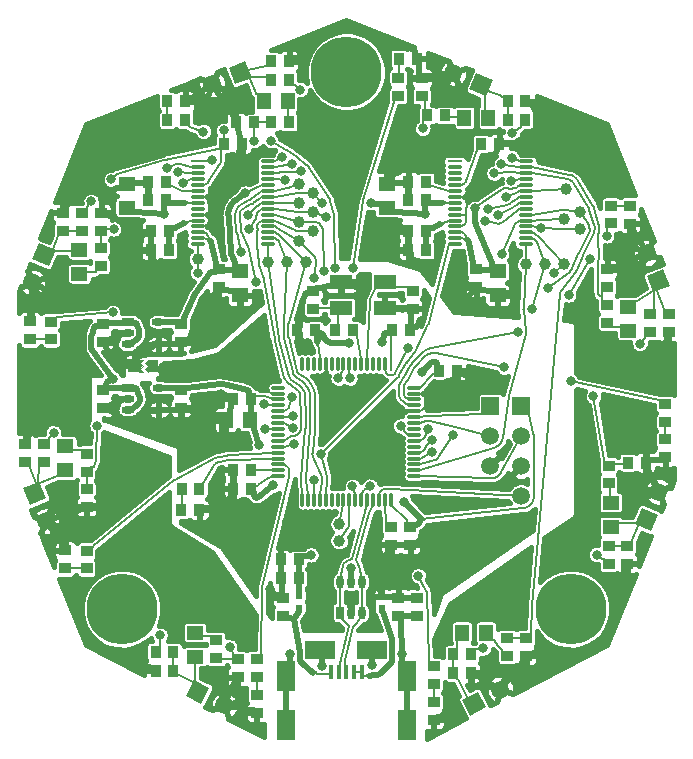
<source format=gtl>
G04 #@! TF.FileFunction,Copper,L1,Top,Signal*
%FSLAX46Y46*%
G04 Gerber Fmt 4.6, Leading zero omitted, Abs format (unit mm)*
G04 Created by KiCad (PCBNEW (2015-08-16 BZR 6097, Git b384c94)-product) date 22.08.2015 13:39:35*
%MOMM*%
G01*
G04 APERTURE LIST*
%ADD10C,0.150000*%
%ADD11C,0.100000*%
%ADD12R,1.143000X1.397000*%
%ADD13R,1.016000X0.889000*%
%ADD14R,0.889000X1.016000*%
%ADD15R,1.397000X1.143000*%
%ADD16R,1.100000X0.635000*%
%ADD17O,1.100000X0.635000*%
%ADD18R,0.270000X1.200000*%
%ADD19O,0.270000X1.200000*%
%ADD20O,1.200000X0.270000*%
%ADD21R,1.000000X1.100000*%
%ADD22R,0.900000X1.100000*%
%ADD23C,6.000000*%
%ADD24R,0.600000X0.600000*%
%ADD25R,0.635000X1.099820*%
%ADD26O,0.635000X1.099820*%
%ADD27R,1.000000X0.900000*%
%ADD28R,0.900000X1.000000*%
%ADD29C,1.000000*%
%ADD30R,1.500000X1.500000*%
%ADD31C,1.500000*%
%ADD32R,1.500000X2.500000*%
%ADD33R,2.500000X1.500000*%
%ADD34R,0.400000X1.250000*%
%ADD35R,1.899920X1.198880*%
%ADD36R,1.300000X0.270000*%
%ADD37O,1.300000X0.270000*%
%ADD38C,0.800000*%
%ADD39C,0.500000*%
%ADD40C,0.200000*%
%ADD41C,0.400000*%
G04 APERTURE END LIST*
D10*
D11*
X132500000Y-107600000D02*
X132500000Y-107250000D01*
X132500000Y-107250000D02*
X132650000Y-107400000D01*
X132650000Y-107400000D02*
X132550000Y-107500000D01*
X132550000Y-107500000D02*
X132550000Y-107400000D01*
X132650000Y-107850000D02*
X132500000Y-107850000D01*
X132500000Y-107850000D02*
X132500000Y-107750000D01*
X132500000Y-107750000D02*
X132550000Y-107800000D01*
X133150000Y-107800000D02*
X133050000Y-107650000D01*
X133050000Y-107650000D02*
X133150000Y-107550000D01*
X133150000Y-107550000D02*
X133150000Y-107700000D01*
X133150000Y-107250000D02*
X133050000Y-107150000D01*
X133050000Y-107150000D02*
X133150000Y-107050000D01*
X133150000Y-107050000D02*
X133150000Y-107150000D01*
X132500000Y-106950000D02*
X132600000Y-106950000D01*
X132600000Y-106950000D02*
X132500000Y-107050000D01*
X132750000Y-106900000D02*
X132450000Y-106900000D01*
X132450000Y-106900000D02*
X132450000Y-107900000D01*
X132450000Y-107900000D02*
X132750000Y-107900000D01*
X133200000Y-106900000D02*
X132950000Y-107150000D01*
X132950000Y-107150000D02*
X133200000Y-107400000D01*
X133200000Y-107400000D02*
X132950000Y-107650000D01*
X132950000Y-107650000D02*
X133200000Y-107900000D01*
X133200000Y-107900000D02*
X133200000Y-106900000D01*
X132750000Y-107400000D02*
X132500000Y-107650000D01*
X132500000Y-107650000D02*
X132750000Y-107900000D01*
X132750000Y-107400000D02*
X132500000Y-107150000D01*
X132500000Y-107150000D02*
X132750000Y-106900000D01*
D12*
X141816000Y-112000000D03*
X139784000Y-112000000D03*
D13*
X155600000Y-101038000D03*
X155600000Y-102562000D03*
D14*
X141962000Y-117800000D03*
X140438000Y-117800000D03*
D13*
X155400000Y-121038000D03*
X155400000Y-122562000D03*
X154400000Y-128562000D03*
X154400000Y-127038000D03*
X147200000Y-102562000D03*
X147200000Y-101038000D03*
X144600000Y-127038000D03*
X144600000Y-128562000D03*
D14*
X157838000Y-107800000D03*
X159362000Y-107800000D03*
X141962000Y-110200000D03*
X140438000Y-110200000D03*
X147362000Y-104400000D03*
X145838000Y-104400000D03*
X153838000Y-104400000D03*
X155362000Y-104400000D03*
X144438000Y-125400000D03*
X145962000Y-125400000D03*
X144438000Y-123800000D03*
X145962000Y-123800000D03*
D13*
X129400000Y-110962000D03*
X129400000Y-109438000D03*
X129374000Y-105387000D03*
X129374000Y-103863000D03*
X136000000Y-110962000D03*
X136000000Y-109438000D03*
X135974000Y-105387000D03*
X135974000Y-103863000D03*
D14*
X134762000Y-91800000D03*
X133238000Y-91800000D03*
X134962000Y-96000000D03*
X133438000Y-96000000D03*
D13*
X139200000Y-99238000D03*
X139200000Y-100762000D03*
D14*
X156762000Y-91800000D03*
X155238000Y-91800000D03*
X156762000Y-96000000D03*
X155238000Y-96000000D03*
D13*
X161000000Y-99238000D03*
X161000000Y-100762000D03*
D14*
X134962000Y-97600000D03*
X133438000Y-97600000D03*
D15*
X141000000Y-99384000D03*
X141000000Y-101416000D03*
D14*
X156762000Y-97600000D03*
X155238000Y-97600000D03*
D15*
X162800000Y-99384000D03*
X162800000Y-101416000D03*
D14*
X139638000Y-88600000D03*
X141162000Y-88600000D03*
X134762000Y-93400000D03*
X133238000Y-93400000D03*
X161438000Y-88600000D03*
X162962000Y-88600000D03*
X156762000Y-93400000D03*
X155238000Y-93400000D03*
D15*
X131400000Y-94016000D03*
X131400000Y-91984000D03*
X153400000Y-94016000D03*
X153400000Y-91984000D03*
D13*
X128000000Y-117838000D03*
X128000000Y-119362000D03*
X140800000Y-132238000D03*
X140800000Y-133762000D03*
D14*
X142162000Y-86800000D03*
X140638000Y-86800000D03*
D13*
X129200000Y-95962000D03*
X129200000Y-94438000D03*
X172073400Y-100762000D03*
X172073400Y-99238000D03*
X156400000Y-84562000D03*
X156400000Y-83038000D03*
D14*
X173838000Y-115600000D03*
X175362000Y-115600000D03*
D13*
X165200000Y-130438000D03*
X165200000Y-131962000D03*
D15*
X126200000Y-114184000D03*
X126200000Y-116216000D03*
X137200000Y-129984000D03*
X137200000Y-132016000D03*
D12*
X145016000Y-85000000D03*
X142984000Y-85000000D03*
D15*
X127400000Y-99616000D03*
X127400000Y-97584000D03*
X173873400Y-104416000D03*
X173873400Y-102384000D03*
D12*
X159984000Y-86400000D03*
X162016000Y-86400000D03*
D15*
X172400000Y-118984000D03*
X172400000Y-121016000D03*
D12*
X161816000Y-130000000D03*
X159784000Y-130000000D03*
D14*
X140438000Y-116200000D03*
X141962000Y-116200000D03*
D13*
X153800000Y-122562000D03*
X153800000Y-121038000D03*
D14*
X136038000Y-119600000D03*
X137562000Y-119600000D03*
D13*
X126200000Y-124562000D03*
X126200000Y-123038000D03*
X142400000Y-135238000D03*
X142400000Y-136762000D03*
D14*
X134838000Y-85000000D03*
X136362000Y-85000000D03*
D13*
X123200000Y-105162000D03*
X123200000Y-103638000D03*
X174000000Y-93838000D03*
X174000000Y-95362000D03*
D14*
X154438000Y-81400000D03*
X155962000Y-81400000D03*
D13*
X177000000Y-113638000D03*
X177000000Y-115162000D03*
X157400000Y-135838000D03*
X157400000Y-137362000D03*
D16*
X131500000Y-109250000D03*
D17*
X131500000Y-110200000D03*
X131500000Y-111150000D03*
X134100000Y-111150000D03*
X134100000Y-109250000D03*
D16*
X131474000Y-103675000D03*
D17*
X131474000Y-104625000D03*
X131474000Y-105575000D03*
X134074000Y-105575000D03*
X134074000Y-103675000D03*
D18*
X153750000Y-107250000D03*
D19*
X153250000Y-107250000D03*
X152750000Y-107250000D03*
X152250000Y-107250000D03*
X151750000Y-107250000D03*
X151250000Y-107250000D03*
X150750000Y-107250000D03*
X150250000Y-107250000D03*
X149750000Y-107250000D03*
X149250000Y-107250000D03*
X148750000Y-107250000D03*
X148250000Y-107250000D03*
X147750000Y-107250000D03*
X147250000Y-107250000D03*
X146750000Y-107250000D03*
X146250000Y-107250000D03*
D20*
X144250000Y-109250000D03*
X144250000Y-109750000D03*
X144250000Y-110250000D03*
X144250000Y-110750000D03*
X144250000Y-111250000D03*
X144250000Y-111750000D03*
X144250000Y-112250000D03*
X144250000Y-112750000D03*
D19*
X146250000Y-118750000D03*
X146750000Y-118750000D03*
X147250000Y-118750000D03*
X147750000Y-118750000D03*
D20*
X144250000Y-113250000D03*
X144250000Y-113750000D03*
X144250000Y-114250000D03*
X144250000Y-114750000D03*
X144250000Y-115250000D03*
X144250000Y-115750000D03*
X144250000Y-116250000D03*
X144250000Y-116750000D03*
D19*
X148250000Y-118750000D03*
X148750000Y-118750000D03*
X149250000Y-118750000D03*
X149750000Y-118750000D03*
X150250000Y-118750000D03*
X150750000Y-118750000D03*
X151250000Y-118750000D03*
X151750000Y-118750000D03*
X152250000Y-118750000D03*
X152750000Y-118750000D03*
X153250000Y-118750000D03*
X153750000Y-118750000D03*
D20*
X155750000Y-116750000D03*
X155750000Y-116250000D03*
X155750000Y-115750000D03*
X155750000Y-115250000D03*
X155750000Y-114750000D03*
X155750000Y-114250000D03*
X155750000Y-113750000D03*
X155750000Y-113250000D03*
X155750000Y-112750000D03*
X155750000Y-112250000D03*
X155750000Y-111750000D03*
X155750000Y-111250000D03*
X155750000Y-110750000D03*
X155750000Y-110250000D03*
X155750000Y-109750000D03*
X155750000Y-109250000D03*
D21*
X132050000Y-107400000D03*
D22*
X133600000Y-107400000D03*
D23*
X150000000Y-82500000D03*
X169000000Y-128000000D03*
X131000000Y-128000000D03*
D24*
X146000000Y-126900000D03*
X146000000Y-127900000D03*
X153000000Y-126900000D03*
X153000000Y-127900000D03*
D25*
X149450040Y-128300480D03*
D26*
X150400000Y-128300480D03*
X151349960Y-128300480D03*
X151349960Y-125699520D03*
X150400000Y-125699520D03*
X149450040Y-125699520D03*
D27*
X156000000Y-128550000D03*
X156000000Y-127050000D03*
D28*
X150550000Y-104400000D03*
X149050000Y-104400000D03*
X137550000Y-117800000D03*
X136050000Y-117800000D03*
D27*
X128000000Y-123050000D03*
X128000000Y-124550000D03*
X142400000Y-132250000D03*
X142400000Y-133750000D03*
D28*
X136350000Y-86600000D03*
X134850000Y-86600000D03*
D27*
X125000000Y-103650000D03*
X125000000Y-105150000D03*
X172400000Y-95350000D03*
X172400000Y-93850000D03*
X154400000Y-84550000D03*
X154400000Y-83050000D03*
X177000000Y-110650000D03*
X177000000Y-112150000D03*
X157400000Y-132850000D03*
X157400000Y-134350000D03*
X128000000Y-114850000D03*
X128000000Y-116350000D03*
X139000000Y-130650000D03*
X139000000Y-132150000D03*
D28*
X145150000Y-86800000D03*
X143650000Y-86800000D03*
D27*
X129200000Y-98950000D03*
X129200000Y-97450000D03*
X172073400Y-103750000D03*
X172073400Y-102250000D03*
D28*
X158350000Y-86200000D03*
X156850000Y-86200000D03*
D27*
X172200000Y-117350000D03*
X172200000Y-115850000D03*
X163600000Y-131950000D03*
X163600000Y-130450000D03*
X124400000Y-115550000D03*
X124400000Y-114050000D03*
D28*
X135350000Y-131600000D03*
X133850000Y-131600000D03*
X143650000Y-83200000D03*
X145150000Y-83200000D03*
D27*
X127600000Y-95950000D03*
X127600000Y-94450000D03*
X175673400Y-103050000D03*
X175673400Y-104550000D03*
D28*
X163650000Y-86600000D03*
X165150000Y-86600000D03*
D27*
X172200000Y-122650000D03*
X172200000Y-124150000D03*
D28*
X159050000Y-131800000D03*
X160550000Y-131800000D03*
D27*
X122800000Y-115550000D03*
X122800000Y-114050000D03*
D28*
X135350000Y-133200000D03*
X133850000Y-133200000D03*
X143650000Y-81600000D03*
X145150000Y-81600000D03*
D27*
X126000000Y-95950000D03*
X126000000Y-94450000D03*
X177273400Y-103050000D03*
X177273400Y-104550000D03*
D28*
X163650000Y-85000000D03*
X165150000Y-85000000D03*
D27*
X173800000Y-122650000D03*
X173800000Y-124150000D03*
D28*
X159050000Y-133400000D03*
X160550000Y-133400000D03*
D29*
X149400000Y-120800000D03*
X149400000Y-122200000D03*
X137400000Y-98400000D03*
X143400000Y-98600000D03*
X145000000Y-98600000D03*
X146600000Y-98600000D03*
X146000000Y-92000000D03*
X147200000Y-92800000D03*
X146000000Y-93600000D03*
X147200000Y-94400000D03*
X146000000Y-95200000D03*
X147200000Y-96000000D03*
X146000000Y-96800000D03*
X165200000Y-98800000D03*
X166800000Y-98800000D03*
X168400000Y-98800000D03*
X168600000Y-92400000D03*
X169800000Y-94400000D03*
X168400000Y-95000000D03*
X169800000Y-95800000D03*
D30*
X162200000Y-110800000D03*
D31*
X162200000Y-113340000D03*
X162200000Y-115880000D03*
D32*
X144850000Y-137850000D03*
X155150000Y-137850000D03*
X144850000Y-133650000D03*
X155150000Y-133650000D03*
D33*
X147800000Y-131450000D03*
X152200000Y-131450000D03*
D34*
X148700000Y-133325000D03*
X149350000Y-133325000D03*
X150000000Y-133325000D03*
X150650000Y-133325000D03*
X151300000Y-133325000D03*
D30*
X164800000Y-110800000D03*
D31*
X164800000Y-113340000D03*
X164800000Y-115880000D03*
X164800000Y-118420000D03*
D35*
X153249120Y-100300180D03*
X149550880Y-100300180D03*
X149550880Y-102499820D03*
X153249120Y-102499820D03*
D36*
X137400000Y-90100000D03*
D37*
X137400000Y-90600000D03*
X137400000Y-91100000D03*
X137400000Y-91600000D03*
X137400000Y-92100000D03*
X137400000Y-92600000D03*
X137400000Y-93100000D03*
X137400000Y-93600000D03*
X137400000Y-94100000D03*
X137400000Y-94600000D03*
X137400000Y-95100000D03*
X137400000Y-95600000D03*
X137400000Y-96100000D03*
X137400000Y-96600000D03*
X137400000Y-97100000D03*
X143400000Y-97100000D03*
X143400000Y-96600000D03*
X143400000Y-96100000D03*
X143400000Y-95600000D03*
X143400000Y-95100000D03*
X143400000Y-94600000D03*
X143400000Y-94100000D03*
X143400000Y-93600000D03*
X143400000Y-93100000D03*
X143400000Y-92600000D03*
X143400000Y-92100000D03*
X143400000Y-91600000D03*
X143400000Y-91100000D03*
X143400000Y-90600000D03*
X143400000Y-90100000D03*
D36*
X159200000Y-90100000D03*
D37*
X159200000Y-90600000D03*
X159200000Y-91100000D03*
X159200000Y-91600000D03*
X159200000Y-92100000D03*
X159200000Y-92600000D03*
X159200000Y-93100000D03*
X159200000Y-93600000D03*
X159200000Y-94100000D03*
X159200000Y-94600000D03*
X159200000Y-95100000D03*
X159200000Y-95600000D03*
X159200000Y-96100000D03*
X159200000Y-96600000D03*
X159200000Y-97100000D03*
X165200000Y-97100000D03*
X165200000Y-96600000D03*
X165200000Y-96100000D03*
X165200000Y-95600000D03*
X165200000Y-95100000D03*
X165200000Y-94600000D03*
X165200000Y-94100000D03*
X165200000Y-93600000D03*
X165200000Y-93100000D03*
X165200000Y-92600000D03*
X165200000Y-92100000D03*
X165200000Y-91600000D03*
X165200000Y-91100000D03*
X165200000Y-90600000D03*
X165200000Y-90100000D03*
D10*
G36*
X122623657Y-117785567D02*
X124014433Y-117223657D01*
X124576343Y-118614433D01*
X123185567Y-119176343D01*
X122623657Y-117785567D01*
X122623657Y-117785567D01*
G37*
D31*
X124551501Y-120555047D03*
D10*
G36*
X136391252Y-135327762D02*
X137072238Y-133991252D01*
X138408748Y-134672238D01*
X137727762Y-136008748D01*
X136391252Y-135327762D01*
X136391252Y-135327762D01*
G37*
D31*
X139663157Y-136153136D03*
D10*
G36*
X141414433Y-81623657D02*
X141976343Y-83014433D01*
X140585567Y-83576343D01*
X140023657Y-82185567D01*
X141414433Y-81623657D01*
X141414433Y-81623657D01*
G37*
D31*
X138644953Y-83551501D03*
D10*
G36*
X124002670Y-97016573D02*
X125383427Y-97602670D01*
X124797330Y-98983427D01*
X123416573Y-98397330D01*
X124002670Y-97016573D01*
X124002670Y-97016573D01*
G37*
D31*
X123407543Y-100338082D03*
D10*
G36*
X177376343Y-100614433D02*
X175985567Y-101176343D01*
X175423657Y-99785567D01*
X176814433Y-99223657D01*
X177376343Y-100614433D01*
X177376343Y-100614433D01*
G37*
D31*
X175448499Y-97844953D03*
D10*
G36*
X162383427Y-83202670D02*
X161797330Y-84583427D01*
X160416573Y-83997330D01*
X161002670Y-82616573D01*
X162383427Y-83202670D01*
X162383427Y-83202670D01*
G37*
D31*
X159061918Y-82607543D03*
D10*
G36*
X175797330Y-121383427D02*
X174416573Y-120797330D01*
X175002670Y-119416573D01*
X176383427Y-120002670D01*
X175797330Y-121383427D01*
X175797330Y-121383427D01*
G37*
D31*
X176392457Y-118061918D03*
D10*
G36*
X160489893Y-137014314D02*
X159785686Y-135689893D01*
X161110107Y-134985686D01*
X161814314Y-136310107D01*
X160489893Y-137014314D01*
X160489893Y-137014314D01*
G37*
D31*
X163042687Y-134807542D03*
D38*
X142614400Y-114078600D03*
X143775300Y-117504800D03*
X150500800Y-117593500D03*
X154875500Y-118921200D03*
X150199100Y-105500500D03*
X153001400Y-105362100D03*
X156370400Y-107921000D03*
X150247000Y-127163400D03*
X152459800Y-126050200D03*
X151382100Y-101091700D03*
X156313000Y-103570400D03*
X156906500Y-109999200D03*
X156508400Y-121747900D03*
X141199900Y-108430300D03*
X139406600Y-109816900D03*
X143557700Y-126320400D03*
X134511800Y-108343100D03*
X132956500Y-111259000D03*
X146960900Y-106073800D03*
X147899900Y-108435100D03*
X150814100Y-109813300D03*
X153810900Y-110746900D03*
X139583700Y-119451300D03*
X139445400Y-113524500D03*
X139393500Y-116195300D03*
X162242600Y-109214100D03*
X151500000Y-115500000D03*
X150000000Y-111000000D03*
X152500000Y-108500000D03*
X149139200Y-116472200D03*
X147500000Y-120500000D03*
X143500000Y-119000000D03*
X141500000Y-120500000D03*
X140000000Y-107500000D03*
X143500000Y-108000000D03*
X151000000Y-113000000D03*
X154000000Y-116500000D03*
X157000000Y-119000000D03*
X164500000Y-121000000D03*
X161500000Y-122500000D03*
X158500000Y-124000000D03*
X147500000Y-125500000D03*
X147500000Y-129000000D03*
X152000000Y-129500000D03*
X145000000Y-120500000D03*
X145249000Y-131800000D03*
X147899500Y-132800000D03*
X152198400Y-132726300D03*
X154751000Y-131800000D03*
X146993400Y-123416900D03*
X150391400Y-124549700D03*
X130227500Y-108485600D03*
X173425100Y-125186900D03*
X177024900Y-105586900D03*
X138606500Y-94849200D03*
X126800000Y-93470100D03*
X146186900Y-81224900D03*
X123175100Y-113013100D03*
X132813100Y-132824900D03*
X132469300Y-96800000D03*
X137873300Y-101810600D03*
X165394000Y-87821400D03*
X160463200Y-93093100D03*
X154285400Y-95231800D03*
X154363100Y-90874000D03*
X158689000Y-136341000D03*
X158881300Y-99835400D03*
X156993300Y-98989500D03*
X135500000Y-129500000D03*
X139500000Y-133500000D03*
X141500000Y-131000000D03*
X142000000Y-129000000D03*
X140000000Y-128000000D03*
X137000000Y-127000000D03*
X135000000Y-126000000D03*
X134500000Y-123500000D03*
X130500000Y-123500000D03*
X127000000Y-126500000D03*
X138000000Y-123500000D03*
X133000000Y-120500000D03*
X128000000Y-121000000D03*
X126500000Y-118000000D03*
X130500000Y-119000000D03*
X130000000Y-114500000D03*
X134500000Y-115500000D03*
X127000000Y-112000000D03*
X124500000Y-111000000D03*
X123500000Y-107000000D03*
X127000000Y-108000000D03*
X125500000Y-101500000D03*
X128500000Y-101500000D03*
X131500000Y-101000000D03*
X134000000Y-99500000D03*
X127500000Y-90000000D03*
X130000000Y-87500000D03*
X133000000Y-85500000D03*
X131500000Y-89500000D03*
X134500000Y-88500000D03*
X140500000Y-91000000D03*
X146500000Y-87000000D03*
X150360400Y-91909900D03*
X150500000Y-87000000D03*
X153500000Y-80000000D03*
X158000000Y-84500000D03*
X155828300Y-88653800D03*
X158422800Y-88670300D03*
X167500000Y-86000000D03*
X170500000Y-87500000D03*
X174000000Y-92500000D03*
X171000000Y-91500000D03*
X167500000Y-89500000D03*
X173500000Y-101000000D03*
X160000000Y-102000000D03*
X138000000Y-105500000D03*
X141000000Y-103000000D03*
X177000000Y-109500000D03*
X172000000Y-105500000D03*
X172000000Y-108500000D03*
X175500000Y-108500000D03*
X175500000Y-114000000D03*
X174500000Y-111500000D03*
X173500000Y-117500000D03*
X170500000Y-118500000D03*
X170000000Y-122500000D03*
X170500000Y-113500000D03*
X169000000Y-132000000D03*
X166500000Y-131500000D03*
X164500000Y-126000000D03*
X161500000Y-128000000D03*
X159000000Y-128000000D03*
X167000000Y-124000000D03*
X158000000Y-130500000D03*
X164358600Y-101047500D03*
X154480900Y-86849400D03*
X136549900Y-88326000D03*
X141446100Y-92757300D03*
X134565100Y-94508000D03*
X160864200Y-94074700D03*
X156694600Y-94508000D03*
X152113000Y-93577400D03*
X128389800Y-93474600D03*
X130101000Y-91618900D03*
X139604400Y-87470200D03*
X146113100Y-84011100D03*
X134229400Y-130210700D03*
X125205300Y-113076000D03*
X161600000Y-131299000D03*
X171179600Y-123401200D03*
X174862300Y-105513100D03*
X164050000Y-87698400D03*
X135727100Y-90992800D03*
X128874000Y-112479400D03*
X140110500Y-131194300D03*
X136182000Y-91883900D03*
X142207000Y-88348100D03*
X138647900Y-90015200D03*
X134773000Y-90691500D03*
X130308000Y-95827600D03*
X145388000Y-90286200D03*
X163107700Y-90303300D03*
X156471700Y-87299300D03*
X144570600Y-89709000D03*
X163990700Y-89779300D03*
X144844400Y-91652700D03*
X163947600Y-91726800D03*
X170913700Y-109982300D03*
X146173200Y-90913100D03*
X162492600Y-91092300D03*
X156082400Y-125189800D03*
X152000100Y-117593300D03*
X149300800Y-108448700D03*
X149057000Y-99100300D03*
X143609500Y-88347300D03*
X137899100Y-87572500D03*
X154593300Y-112499900D03*
X163154400Y-97927900D03*
X166439300Y-95724800D03*
X156950500Y-112748800D03*
X155188700Y-105893600D03*
X163480300Y-93072300D03*
X143045000Y-110668100D03*
X141074700Y-97755400D03*
X147962700Y-93606500D03*
X161961800Y-94118700D03*
X145406700Y-109999900D03*
X142326800Y-100283000D03*
X145439300Y-111625200D03*
X141776800Y-95850000D03*
X148241100Y-94781200D03*
X161773100Y-95140900D03*
X141667500Y-94662300D03*
X145439900Y-112625700D03*
X162801700Y-94662300D03*
X143091800Y-112733800D03*
X130214100Y-102887100D03*
X147257200Y-117078400D03*
X148084900Y-99393700D03*
X172025200Y-96402300D03*
X170660700Y-98344900D03*
X168812600Y-101408600D03*
X164533000Y-104527100D03*
X145547900Y-114022500D03*
X147253400Y-99986100D03*
X137402500Y-99509200D03*
X147832200Y-114829200D03*
X150301300Y-108448200D03*
X150520300Y-99097000D03*
X168991800Y-108718000D03*
X163379200Y-107531800D03*
X159015900Y-113256000D03*
X165696800Y-102591000D03*
X167073800Y-100826100D03*
X157257400Y-114701500D03*
X167600300Y-99555400D03*
X157257600Y-113701000D03*
D39*
X141767500Y-109942000D02*
X141962000Y-110200000D01*
X141767500Y-109692000D02*
X141767500Y-109942000D01*
X141673000Y-109480300D02*
X141596400Y-109454800D01*
X141767500Y-109611300D02*
X141673000Y-109480300D01*
X141767500Y-109692000D02*
X141767500Y-109611300D01*
X141024700Y-109264500D02*
X141596400Y-109454800D01*
X140981600Y-109252300D02*
X140967100Y-109249500D01*
X141010500Y-109259800D02*
X140981600Y-109252300D01*
X141024700Y-109264500D02*
X141010500Y-109259800D01*
X139566400Y-108981500D02*
X140967100Y-109249500D01*
X139384700Y-108964500D02*
X139324200Y-108970400D01*
X139506500Y-108970000D02*
X139384700Y-108964500D01*
X139566400Y-108981500D02*
X139506500Y-108970000D01*
X136532200Y-109242300D02*
X139324200Y-108970400D01*
X136526300Y-109242900D02*
X136532200Y-109242300D01*
X136514100Y-109243500D02*
X136526300Y-109242900D01*
X136508000Y-109243500D02*
X136514100Y-109243500D01*
X136258000Y-109243500D02*
X136508000Y-109243500D01*
X136000000Y-109438000D02*
X136258000Y-109243500D01*
X147522700Y-105172300D02*
X147536100Y-105358000D01*
X147521900Y-105160400D02*
X147522700Y-105172300D01*
X147521000Y-105135700D02*
X147521900Y-105160400D01*
X147521000Y-105123900D02*
X147521000Y-105135700D01*
X147521000Y-104908000D02*
X147521000Y-105123900D01*
X147521000Y-104658000D02*
X147521000Y-104908000D01*
X147362000Y-104400000D02*
X147521000Y-104658000D01*
D40*
X165450000Y-111450000D02*
X164800000Y-110800000D01*
X165450000Y-111550000D02*
X165450000Y-111450000D01*
X165451400Y-111567700D02*
X165452800Y-111573600D01*
X165450000Y-111555900D02*
X165451400Y-111567700D01*
X165450000Y-111550000D02*
X165450000Y-111555900D01*
X165820900Y-113092600D02*
X165452800Y-111573600D01*
X165835700Y-113153600D02*
X165820900Y-113092600D01*
X165850500Y-113277600D02*
X165835700Y-113153600D01*
X165850500Y-113340000D02*
X165850500Y-113277600D01*
X165850500Y-118420000D02*
X165850500Y-113340000D01*
X165850500Y-118614700D02*
X165850500Y-118420000D01*
X165710900Y-118978300D02*
X165850500Y-118614700D01*
X165451800Y-119266500D02*
X165710900Y-118978300D01*
X165105200Y-119443900D02*
X165451800Y-119266500D01*
X164911600Y-119464600D02*
X165105200Y-119443900D01*
X156306200Y-120383900D02*
X164911600Y-119464600D01*
X153785000Y-106750000D02*
X153750000Y-107250000D01*
X153785000Y-106650000D02*
X153785000Y-106750000D01*
X153785000Y-104908000D02*
X153785000Y-106650000D01*
X153785000Y-104808000D02*
X153785000Y-104908000D01*
X153838000Y-104400000D02*
X153785000Y-104808000D01*
D39*
X142694700Y-118404200D02*
X143775300Y-117504800D01*
X142675600Y-118419300D02*
X142694700Y-118404200D01*
X142555800Y-118508500D02*
X142675600Y-118419300D01*
X142498800Y-118550900D02*
X142555800Y-118508500D01*
X142357800Y-118563300D02*
X142498800Y-118550900D01*
X142230900Y-118499600D02*
X142357800Y-118563300D01*
X142156500Y-118378800D02*
X142230900Y-118499600D01*
X142156500Y-118308000D02*
X142156500Y-118378800D01*
X142156500Y-118058000D02*
X142156500Y-118308000D01*
X141962000Y-117800000D02*
X142156500Y-118058000D01*
X147806500Y-104658000D02*
X147556500Y-104658000D01*
X147556500Y-104658000D02*
X147806500Y-104658000D01*
X147362000Y-104400000D02*
X147556500Y-104658000D01*
X156127700Y-120712800D02*
X156306200Y-120383900D01*
X156094800Y-120773300D02*
X156127700Y-120712800D01*
X155976900Y-120843500D02*
X156094800Y-120773300D01*
X155908000Y-120843500D02*
X155976900Y-120843500D01*
X155658000Y-120843500D02*
X155908000Y-120843500D01*
X155400000Y-121038000D02*
X155658000Y-120843500D01*
X141889000Y-110458000D02*
X141962000Y-110200000D01*
X141889000Y-110708000D02*
X141889000Y-110458000D01*
X141889000Y-111301500D02*
X141889000Y-110708000D01*
X141889000Y-111551500D02*
X141889000Y-111301500D01*
X141816000Y-112000000D02*
X141889000Y-111551500D01*
X156306200Y-120383900D02*
X154875500Y-118921200D01*
D40*
X150750000Y-118285000D02*
X150750000Y-118750000D01*
X150500800Y-117593500D02*
X150750000Y-118285000D01*
D39*
X147556500Y-104908000D02*
X147556500Y-104658000D01*
X147556500Y-104658000D02*
X147556500Y-104908000D01*
X147362000Y-104400000D02*
X147556500Y-104658000D01*
X157076500Y-107221900D02*
X156370400Y-107921000D01*
X157087900Y-107210600D02*
X157076500Y-107221900D01*
X157111800Y-107190100D02*
X157087900Y-107210600D01*
X157124400Y-107180700D02*
X157111800Y-107190100D01*
X157244200Y-107091500D02*
X157124400Y-107180700D01*
X157301200Y-107049100D02*
X157244200Y-107091500D01*
X157442200Y-107036700D02*
X157301200Y-107049100D01*
X157569100Y-107100400D02*
X157442200Y-107036700D01*
X157643500Y-107221200D02*
X157569100Y-107100400D01*
X157643500Y-107292000D02*
X157643500Y-107221200D01*
X157643500Y-107542000D02*
X157643500Y-107292000D01*
X157838000Y-107800000D02*
X157643500Y-107542000D01*
D40*
X142306500Y-117542000D02*
X141962000Y-117800000D01*
X142406500Y-117542000D02*
X142306500Y-117542000D01*
X142516900Y-117519500D02*
X142548100Y-117498100D01*
X142444300Y-117542000D02*
X142516900Y-117519500D01*
X142406500Y-117542000D02*
X142444300Y-117542000D01*
X143378600Y-116927400D02*
X142548100Y-117498100D01*
X143412500Y-116904200D02*
X143378600Y-116927400D01*
X143485000Y-116865900D02*
X143412500Y-116904200D01*
X143522700Y-116851400D02*
X143485000Y-116865900D01*
X143785000Y-116750000D02*
X143522700Y-116851400D01*
X144250000Y-116750000D02*
X143785000Y-116750000D01*
D39*
X142152000Y-112782500D02*
X142614400Y-114078600D01*
X142144800Y-112762200D02*
X142152000Y-112782500D01*
X142137500Y-112719900D02*
X142144800Y-112762200D01*
X142137500Y-112698500D02*
X142137500Y-112719900D01*
X142137500Y-112448500D02*
X142137500Y-112698500D01*
X141816000Y-112000000D02*
X142137500Y-112448500D01*
X153153400Y-104838300D02*
X153001400Y-105362100D01*
X153176600Y-104758300D02*
X153153400Y-104838300D01*
X153309900Y-104658100D02*
X153176600Y-104758300D01*
X153393500Y-104658000D02*
X153309900Y-104658100D01*
X153643500Y-104658000D02*
X153393500Y-104658000D01*
X153838000Y-104400000D02*
X153643500Y-104658000D01*
D40*
X153750000Y-119215000D02*
X153750000Y-118750000D01*
X155060400Y-120408700D02*
X153750000Y-119215000D01*
X155099500Y-120444400D02*
X155060400Y-120408700D01*
X155142000Y-120540800D02*
X155099500Y-120444400D01*
X155142000Y-120593500D02*
X155142000Y-120540800D01*
X155142000Y-120693500D02*
X155142000Y-120593500D01*
X155400000Y-121038000D02*
X155142000Y-120693500D01*
D39*
X147556500Y-104658000D02*
X147362000Y-104400000D01*
X147806500Y-104658000D02*
X147556500Y-104658000D01*
X147698200Y-104845500D02*
X147806500Y-104658000D01*
X147681500Y-104891600D02*
X147681500Y-104908000D01*
X147690000Y-104859800D02*
X147681500Y-104891600D01*
X147698200Y-104845500D02*
X147690000Y-104859800D01*
X147681600Y-105018900D02*
X147681500Y-104908000D01*
X147618000Y-105232600D02*
X147681600Y-105018900D01*
X147557100Y-105325900D02*
X147618000Y-105232600D01*
X147536100Y-105358000D02*
X147557100Y-105325900D01*
D40*
X156215000Y-109250000D02*
X155750000Y-109250000D01*
X157207200Y-108141300D02*
X156215000Y-109250000D01*
X157242900Y-108101500D02*
X157207200Y-108141300D01*
X157340400Y-108058000D02*
X157242900Y-108101500D01*
X157393500Y-108058000D02*
X157340400Y-108058000D01*
X157493500Y-108058000D02*
X157393500Y-108058000D01*
X157838000Y-107800000D02*
X157493500Y-108058000D01*
X142306500Y-109967600D02*
X141962000Y-110200000D01*
X142406500Y-109967600D02*
X142306500Y-109967600D01*
X143045000Y-109967600D02*
X142406500Y-109967600D01*
X143125300Y-109967600D02*
X143045000Y-109967600D01*
X143280800Y-110003700D02*
X143125300Y-109967600D01*
X143352500Y-110038700D02*
X143280800Y-110003700D01*
X143785000Y-110250000D02*
X143352500Y-110038700D01*
X144250000Y-110250000D02*
X143785000Y-110250000D01*
D39*
X147362000Y-104463500D02*
X147362000Y-104400000D01*
X147556500Y-104658000D02*
X147362000Y-104463500D01*
D40*
X147648700Y-105941000D02*
X147536100Y-105358000D01*
X147651100Y-105953200D02*
X147648700Y-105941000D01*
X147655000Y-105978500D02*
X147651100Y-105953200D01*
X147656600Y-105991900D02*
X147655000Y-105978500D01*
X147750000Y-106785000D02*
X147656600Y-105991900D01*
X147750000Y-107250000D02*
X147750000Y-106785000D01*
D39*
X135742000Y-109250000D02*
X136000000Y-109438000D01*
X135492000Y-109250000D02*
X135742000Y-109250000D01*
X134332500Y-109250000D02*
X135492000Y-109250000D01*
X134100000Y-109250000D02*
X134332500Y-109250000D01*
X147556500Y-104658000D02*
X147362000Y-104400000D01*
X147806500Y-104658000D02*
X147556500Y-104658000D01*
X147866600Y-104658000D02*
X147806500Y-104658000D01*
X147973500Y-104712500D02*
X147866600Y-104658000D01*
X148008800Y-104761100D02*
X147973500Y-104712500D01*
X148195800Y-105123900D02*
X148008800Y-104761100D01*
X148348800Y-105329200D02*
X148195800Y-105123900D01*
X148679400Y-105430100D02*
X148348800Y-105329200D01*
X150199100Y-105500500D02*
X148679400Y-105430100D01*
D40*
X156664200Y-120345700D02*
X156382900Y-120512900D01*
X156664200Y-120345700D02*
X156353900Y-120241700D01*
X147604400Y-105711500D02*
X147414100Y-105445300D01*
X147604400Y-105711500D02*
X147681900Y-105393500D01*
X143785000Y-109750000D02*
X143143600Y-109421000D01*
X144250000Y-109750000D02*
X143785000Y-109750000D01*
D39*
X159556500Y-108058000D02*
X159362000Y-107800000D01*
X159806500Y-108058000D02*
X159556500Y-108058000D01*
X159835100Y-108058100D02*
X159806500Y-108058000D01*
X159890200Y-108070800D02*
X159835100Y-108058100D01*
X159915800Y-108083200D02*
X159890200Y-108070800D01*
X162242600Y-109214100D02*
X159915800Y-108083200D01*
X141500000Y-120500000D02*
X139583700Y-119451300D01*
X143500000Y-119000000D02*
X141500000Y-120500000D01*
X149139200Y-116472200D02*
X151500000Y-115500000D01*
X151500000Y-115500000D02*
X154000000Y-116500000D01*
X151000000Y-113000000D02*
X151500000Y-115500000D01*
X150814100Y-109813300D02*
X150000000Y-111000000D01*
X150814100Y-109813300D02*
X152500000Y-108500000D01*
X141789300Y-108573600D02*
X141199900Y-108430300D01*
X141891800Y-108598500D02*
X141789300Y-108573600D01*
X142083100Y-108684100D02*
X141891800Y-108598500D01*
X142169400Y-108743400D02*
X142083100Y-108684100D01*
X142671300Y-109088300D02*
X142169400Y-108743400D01*
X143500000Y-108000000D02*
X142671300Y-109088300D01*
X140000000Y-107500000D02*
X141199900Y-108430300D01*
X133867500Y-111150000D02*
X132956500Y-111259000D01*
X134100000Y-111150000D02*
X133867500Y-111150000D01*
X144438000Y-124058000D02*
X144438000Y-123800000D01*
X144438000Y-124308000D02*
X144438000Y-124058000D01*
X144438000Y-124892000D02*
X144438000Y-124308000D01*
X144438000Y-125142000D02*
X144438000Y-124892000D01*
X144438000Y-125400000D02*
X144438000Y-125142000D01*
X146032500Y-104142000D02*
X145838000Y-104400000D01*
X146032500Y-103892000D02*
X146032500Y-104142000D01*
X146032500Y-103884600D02*
X146032500Y-103892000D01*
X146033300Y-103870300D02*
X146032500Y-103884600D01*
X146034200Y-103862900D02*
X146033300Y-103870300D01*
X146244600Y-102065100D02*
X146034200Y-103862900D01*
X146247200Y-102042300D02*
X146244600Y-102065100D01*
X146257300Y-101997000D02*
X146247200Y-102042300D01*
X146264500Y-101975300D02*
X146257300Y-101997000D01*
X146454800Y-101403600D02*
X146264500Y-101975300D01*
X146480300Y-101327000D02*
X146454800Y-101403600D01*
X146611300Y-101232500D02*
X146480300Y-101327000D01*
X146692000Y-101232500D02*
X146611300Y-101232500D01*
X146942000Y-101232500D02*
X146692000Y-101232500D01*
X147200000Y-101038000D02*
X146942000Y-101232500D01*
X132157400Y-111789700D02*
X132956500Y-111259000D01*
X132063000Y-111852400D02*
X132157400Y-111789700D01*
X131845900Y-111918000D02*
X132063000Y-111852400D01*
X131732500Y-111918000D02*
X131845900Y-111918000D01*
X131267500Y-111918000D02*
X131732500Y-111918000D01*
X131143200Y-111917900D02*
X131267500Y-111918000D01*
X130908400Y-111840100D02*
X131143200Y-111917900D01*
X130808600Y-111765800D02*
X130908400Y-111840100D01*
X130057400Y-111206000D02*
X130808600Y-111765800D01*
X129948500Y-111156500D02*
X129908000Y-111156500D01*
X130024900Y-111181800D02*
X129948500Y-111156500D01*
X130057400Y-111206000D02*
X130024900Y-111181800D01*
X129658000Y-111156500D02*
X129908000Y-111156500D01*
X129400000Y-110962000D02*
X129658000Y-111156500D01*
X149046900Y-109260400D02*
X150814100Y-109813300D01*
X148973500Y-109237400D02*
X149046900Y-109260400D01*
X148837700Y-109166200D02*
X148973500Y-109237400D01*
X148777900Y-109119500D02*
X148837700Y-109166200D01*
X147899900Y-108435100D02*
X148777900Y-109119500D01*
X133800000Y-107700000D02*
X133600000Y-107400000D01*
X134050000Y-107700000D02*
X133800000Y-107700000D01*
X134122400Y-107700000D02*
X134050000Y-107700000D01*
X134245100Y-107777700D02*
X134122400Y-107700000D01*
X134276100Y-107843400D02*
X134245100Y-107777700D01*
X134511800Y-108343100D02*
X134276100Y-107843400D01*
X155481000Y-104142000D02*
X155362000Y-104400000D01*
X155481000Y-103892000D02*
X155481000Y-104142000D01*
X155481000Y-103006500D02*
X155481000Y-103892000D01*
X155481000Y-102756500D02*
X155481000Y-103006500D01*
X155600000Y-102562000D02*
X155481000Y-102756500D01*
X140438000Y-116458000D02*
X140438000Y-116200000D01*
X140438000Y-116708000D02*
X140438000Y-116458000D01*
X140438000Y-117292000D02*
X140438000Y-116708000D01*
X140438000Y-117542000D02*
X140438000Y-117292000D01*
X140438000Y-117800000D02*
X140438000Y-117542000D01*
D40*
X148250000Y-107715000D02*
X148250000Y-107250000D01*
X147899900Y-108435100D02*
X148250000Y-107715000D01*
D39*
X155342000Y-102530900D02*
X155600000Y-102562000D01*
X155092000Y-102530900D02*
X155342000Y-102530900D01*
X154199100Y-102530900D02*
X155092000Y-102530900D01*
X153949100Y-102530900D02*
X154199100Y-102530900D01*
X153249100Y-102499800D02*
X153949100Y-102530900D01*
X153050000Y-126950000D02*
X153000000Y-126900000D01*
X153300000Y-126950000D02*
X153050000Y-126950000D01*
X153892000Y-126950000D02*
X153300000Y-126950000D01*
X154142000Y-126950000D02*
X153892000Y-126950000D01*
X154400000Y-127038000D02*
X154142000Y-126950000D01*
X150250900Y-100649600D02*
X149550900Y-100300200D01*
X150500900Y-100649600D02*
X150250900Y-100649600D01*
X150532000Y-100649600D02*
X150500900Y-100649600D01*
X150592400Y-100664900D02*
X150532000Y-100649600D01*
X150619800Y-100679700D02*
X150592400Y-100664900D01*
X151382100Y-101091700D02*
X150619800Y-100679700D01*
X143143600Y-109421000D02*
X142671300Y-109088300D01*
X140243500Y-118058000D02*
X140438000Y-117800000D01*
X140243500Y-118308000D02*
X140243500Y-118058000D01*
X140243500Y-118342700D02*
X140243500Y-118308000D01*
X140224600Y-118409500D02*
X140243500Y-118342700D01*
X140206400Y-118439000D02*
X140224600Y-118409500D01*
X139583700Y-119451300D02*
X140206400Y-118439000D01*
X140243500Y-110458000D02*
X140438000Y-110200000D01*
X140243500Y-110708000D02*
X140243500Y-110458000D01*
X140243500Y-110723800D02*
X140243500Y-110708000D01*
X140239500Y-110755500D02*
X140243500Y-110723800D01*
X140235400Y-110771100D02*
X140239500Y-110755500D01*
X140113600Y-111238400D02*
X140235400Y-110771100D01*
X140105500Y-111285700D02*
X140105500Y-111301500D01*
X140109500Y-111254000D02*
X140105500Y-111285700D01*
X140113600Y-111238400D02*
X140109500Y-111254000D01*
X140105500Y-111551500D02*
X140105500Y-111301500D01*
X139784000Y-112000000D02*
X140105500Y-111551500D01*
X135742000Y-111150000D02*
X136000000Y-110962000D01*
X135492000Y-111150000D02*
X135742000Y-111150000D01*
X134332500Y-111150000D02*
X135492000Y-111150000D01*
X134100000Y-111150000D02*
X134332500Y-111150000D01*
X139462500Y-112448500D02*
X139784000Y-112000000D01*
X139462500Y-112698500D02*
X139462500Y-112448500D01*
X139462400Y-112703700D02*
X139462500Y-112698500D01*
X139445400Y-113524500D02*
X139462400Y-112703700D01*
X139993500Y-116195300D02*
X139393500Y-116195300D01*
X140243500Y-116195300D02*
X139993500Y-116195300D01*
X140438000Y-116200000D02*
X140243500Y-116195300D01*
X131267500Y-110200000D02*
X131500000Y-110200000D01*
X130007500Y-110746800D02*
X131267500Y-110200000D01*
X129984000Y-110757100D02*
X130007500Y-110746800D01*
X129933800Y-110767500D02*
X129984000Y-110757100D01*
X129908000Y-110767500D02*
X129933800Y-110767500D01*
X129658000Y-110767500D02*
X129908000Y-110767500D01*
X129400000Y-110962000D02*
X129658000Y-110767500D01*
X156106000Y-122270100D02*
X156508400Y-121747900D01*
X156070600Y-122316100D02*
X156106000Y-122270100D01*
X155966200Y-122367500D02*
X156070600Y-122316100D01*
X155908000Y-122367500D02*
X155966200Y-122367500D01*
X155658000Y-122367500D02*
X155908000Y-122367500D01*
X155400000Y-122562000D02*
X155658000Y-122367500D01*
X140243500Y-109942000D02*
X140438000Y-110200000D01*
X139993500Y-109942000D02*
X140243500Y-109942000D01*
X139979900Y-109942000D02*
X139993500Y-109942000D01*
X139952500Y-109939000D02*
X139979900Y-109942000D01*
X139938900Y-109936000D02*
X139952500Y-109939000D01*
X139406600Y-109816900D02*
X139938900Y-109936000D01*
X144342000Y-126843500D02*
X144600000Y-127038000D01*
X144092000Y-126843500D02*
X144342000Y-126843500D01*
X144034800Y-126843600D02*
X144092000Y-126843500D01*
X143931300Y-126793500D02*
X144034800Y-126843600D01*
X143895800Y-126748500D02*
X143931300Y-126793500D01*
X143557700Y-126320400D02*
X143895800Y-126748500D01*
X155142000Y-122562000D02*
X155400000Y-122562000D01*
X154892000Y-122562000D02*
X155142000Y-122562000D01*
X154308000Y-122562000D02*
X154892000Y-122562000D01*
X154058000Y-122562000D02*
X154308000Y-122562000D01*
X153800000Y-122562000D02*
X154058000Y-122562000D01*
X156016300Y-104028000D02*
X156313000Y-103570400D01*
X155981800Y-104081300D02*
X156016300Y-104028000D01*
X155870200Y-104142000D02*
X155981800Y-104081300D01*
X155806500Y-104142000D02*
X155870200Y-104142000D01*
X155556500Y-104142000D02*
X155806500Y-104142000D01*
X155362000Y-104400000D02*
X155556500Y-104142000D01*
X148850900Y-100649600D02*
X149550900Y-100300200D01*
X148600900Y-100649600D02*
X148850900Y-100649600D01*
X148558300Y-100652800D02*
X148544400Y-100656100D01*
X148586500Y-100649600D02*
X148558300Y-100652800D01*
X148600900Y-100649600D02*
X148586500Y-100649600D01*
X147764500Y-100837000D02*
X148544400Y-100656100D01*
X147750600Y-100840300D02*
X147764500Y-100837000D01*
X147722400Y-100843500D02*
X147750600Y-100840300D01*
X147708000Y-100843500D02*
X147722400Y-100843500D01*
X147458000Y-100843500D02*
X147708000Y-100843500D01*
X147200000Y-101038000D02*
X147458000Y-100843500D01*
X153542000Y-122756500D02*
X153800000Y-122562000D01*
X153542000Y-123006500D02*
X153542000Y-122756500D01*
X153542000Y-123028100D02*
X153542000Y-123006500D01*
X153534600Y-123070700D02*
X153542000Y-123028100D01*
X153527200Y-123091300D02*
X153534600Y-123070700D01*
X152459800Y-126050200D02*
X153527200Y-123091300D01*
X155750000Y-127044000D02*
X156000000Y-127050000D01*
X155500000Y-127044000D02*
X155750000Y-127044000D01*
X154908000Y-127044000D02*
X155500000Y-127044000D01*
X154658000Y-127044000D02*
X154908000Y-127044000D01*
X154400000Y-127038000D02*
X154658000Y-127044000D01*
X144519000Y-125658000D02*
X144438000Y-125400000D01*
X144519000Y-125908000D02*
X144519000Y-125658000D01*
X144519000Y-126593500D02*
X144519000Y-125908000D01*
X144519000Y-126843500D02*
X144519000Y-126593500D01*
X144600000Y-127038000D02*
X144519000Y-126843500D01*
X138006500Y-119451300D02*
X139583700Y-119451300D01*
X137756500Y-119451300D02*
X138006500Y-119451300D01*
X137562000Y-119600000D02*
X137756500Y-119451300D01*
X152866600Y-126413600D02*
X152459800Y-126050200D01*
X152906300Y-126449000D02*
X152866600Y-126413600D01*
X152950000Y-126546400D02*
X152906300Y-126449000D01*
X152950000Y-126600000D02*
X152950000Y-126546400D01*
X152950000Y-126850000D02*
X152950000Y-126600000D01*
X153000000Y-126900000D02*
X152950000Y-126850000D01*
X146093500Y-105071600D02*
X146960900Y-106073800D01*
X146064100Y-105037700D02*
X146093500Y-105071600D01*
X146032500Y-104953000D02*
X146064100Y-105037700D01*
X146032500Y-104908000D02*
X146032500Y-104953000D01*
X146032500Y-104658000D02*
X146032500Y-104908000D01*
X145838000Y-104400000D02*
X146032500Y-104658000D01*
D40*
X156630600Y-110880200D02*
X156906500Y-109999200D01*
X156605800Y-110959300D02*
X156630600Y-110880200D01*
X156501300Y-111088500D02*
X156605800Y-110959300D01*
X156429000Y-111129300D02*
X156501300Y-111088500D01*
X156215000Y-111250000D02*
X156429000Y-111129300D01*
X155750000Y-111250000D02*
X156215000Y-111250000D01*
X156215000Y-109750000D02*
X155750000Y-109750000D01*
X156906500Y-109999200D02*
X156215000Y-109750000D01*
X155285000Y-111250000D02*
X155750000Y-111250000D01*
X153810900Y-110746900D02*
X155285000Y-111250000D01*
D39*
X139462500Y-111551500D02*
X139784000Y-112000000D01*
X139212500Y-111551500D02*
X139462500Y-111551500D01*
X139203300Y-111551500D02*
X139212500Y-111551500D01*
X139185000Y-111550100D02*
X139203300Y-111551500D01*
X139175900Y-111548800D02*
X139185000Y-111550100D01*
X136544600Y-111159200D02*
X139175900Y-111548800D01*
X136517200Y-111156500D02*
X136508000Y-111156500D01*
X136535500Y-111157900D02*
X136517200Y-111156500D01*
X136544600Y-111159200D02*
X136535500Y-111157900D01*
X136258000Y-111156500D02*
X136508000Y-111156500D01*
X136000000Y-110962000D02*
X136258000Y-111156500D01*
X159167500Y-108058000D02*
X159362000Y-107800000D01*
X159167500Y-108308000D02*
X159167500Y-108058000D01*
X159167500Y-108369800D02*
X159167500Y-108308000D01*
X159110100Y-108479000D02*
X159167500Y-108369800D01*
X159059500Y-108513800D02*
X159110100Y-108479000D01*
X156906500Y-109999200D02*
X159059500Y-108513800D01*
X150400000Y-128068100D02*
X150247000Y-127163400D01*
X150400000Y-128300500D02*
X150400000Y-128068100D01*
D40*
X143463900Y-109585300D02*
X143137000Y-109570800D01*
X143463900Y-109585300D02*
X143261400Y-109328200D01*
X155192000Y-100693500D02*
X155600000Y-101038000D01*
X155092000Y-100693500D02*
X155192000Y-100693500D01*
X154199100Y-100693500D02*
X155092000Y-100693500D01*
X154099100Y-100693500D02*
X154199100Y-100693500D01*
X153249100Y-100300200D02*
X154099100Y-100693500D01*
X152399100Y-100799600D02*
X153249100Y-100300200D01*
X152399100Y-100899600D02*
X152399100Y-100799600D01*
X152399100Y-100909900D02*
X152399100Y-100899600D01*
X152394800Y-100930100D02*
X152399100Y-100909900D01*
X152390700Y-100939600D02*
X152394800Y-100930100D01*
X152023700Y-101780100D02*
X152390700Y-100939600D01*
X152000400Y-101857900D02*
X151999000Y-101885100D01*
X152012800Y-101805200D02*
X152000400Y-101857900D01*
X152023700Y-101780100D02*
X152012800Y-101805200D01*
X151750000Y-106785000D02*
X151999000Y-101885100D01*
X151750000Y-107250000D02*
X151750000Y-106785000D01*
D39*
X154751000Y-132650000D02*
X155150000Y-133650000D01*
X154751000Y-132400000D02*
X154751000Y-132650000D01*
X154751000Y-131800000D02*
X154751000Y-132400000D01*
X145249000Y-132400000D02*
X145249000Y-131800000D01*
X145249000Y-132650000D02*
X145249000Y-132400000D01*
X144850000Y-133650000D02*
X145249000Y-132650000D01*
X155150000Y-134650000D02*
X155150000Y-133650000D01*
X155150000Y-134900000D02*
X155150000Y-134650000D01*
X155150000Y-136600000D02*
X155150000Y-134900000D01*
X155150000Y-136850000D02*
X155150000Y-136600000D01*
X155150000Y-137850000D02*
X155150000Y-136850000D01*
X147899500Y-131950000D02*
X147800000Y-131450000D01*
X147899500Y-132200000D02*
X147899500Y-131950000D01*
X147899500Y-132800000D02*
X147899500Y-132200000D01*
X154658000Y-128756500D02*
X154400000Y-128562000D01*
X154658000Y-129006500D02*
X154658000Y-128756500D01*
X154658100Y-129014800D02*
X154658000Y-129006500D01*
X154751000Y-131800000D02*
X154658100Y-129014800D01*
X152198400Y-131950000D02*
X152200000Y-131450000D01*
X152198400Y-132200000D02*
X152198400Y-131950000D01*
X152198400Y-132726300D02*
X152198400Y-132200000D01*
X155750000Y-128556000D02*
X156000000Y-128550000D01*
X155500000Y-128556000D02*
X155750000Y-128556000D01*
X154908000Y-128556000D02*
X155500000Y-128556000D01*
X154658000Y-128556000D02*
X154908000Y-128556000D01*
X154400000Y-128562000D02*
X154658000Y-128556000D01*
X144850000Y-134650000D02*
X144850000Y-133650000D01*
X144850000Y-134900000D02*
X144850000Y-134650000D01*
X144850000Y-136600000D02*
X144850000Y-134900000D01*
X144850000Y-136850000D02*
X144850000Y-136600000D01*
X144850000Y-137850000D02*
X144850000Y-136850000D01*
D40*
X147608000Y-102530900D02*
X147200000Y-102562000D01*
X147708000Y-102530900D02*
X147608000Y-102530900D01*
X148600900Y-102530900D02*
X147708000Y-102530900D01*
X148700900Y-102530900D02*
X148600900Y-102530900D01*
X149550900Y-102499800D02*
X148700900Y-102530900D01*
X149300400Y-102999200D02*
X149550900Y-102499800D01*
X149300400Y-103099200D02*
X149300400Y-102999200D01*
X149300400Y-103900000D02*
X149300400Y-103099200D01*
X149300400Y-104000000D02*
X149300400Y-103900000D01*
X149050000Y-104400000D02*
X149300400Y-104000000D01*
D39*
X144858000Y-128756500D02*
X144600000Y-128562000D01*
X145108000Y-128756500D02*
X144858000Y-128756500D01*
X145120300Y-128756500D02*
X145108000Y-128756500D01*
X145144600Y-128758900D02*
X145120300Y-128756500D01*
X145156600Y-128761300D02*
X145144600Y-128758900D01*
X145550200Y-128839300D02*
X145156600Y-128761300D01*
X145950000Y-127950000D02*
X146000000Y-127900000D01*
X145950000Y-128200000D02*
X145950000Y-127950000D01*
X145950000Y-128239000D02*
X145950000Y-128200000D01*
X145926200Y-128313500D02*
X145950000Y-128239000D01*
X145903400Y-128345400D02*
X145926200Y-128313500D01*
X145550200Y-128839300D02*
X145903400Y-128345400D01*
D40*
X148600000Y-133500500D02*
X148700000Y-133325000D01*
X148500000Y-133500500D02*
X148600000Y-133500500D01*
X147899500Y-133500500D02*
X148500000Y-133500500D01*
X147867900Y-133500500D02*
X147899500Y-133500500D01*
X147803400Y-133494600D02*
X147867900Y-133500500D01*
X147772100Y-133488800D02*
X147803400Y-133494600D01*
X147149700Y-133373700D02*
X147772100Y-133488800D01*
D39*
X146084400Y-131640700D02*
X145550200Y-128839300D01*
X146092000Y-131680000D02*
X146084400Y-131640700D01*
X146099500Y-131759900D02*
X146092000Y-131680000D01*
X146099500Y-131800000D02*
X146099500Y-131759900D01*
X146099500Y-132200000D02*
X146099500Y-131800000D01*
X146196300Y-132498900D02*
X146283000Y-132562900D01*
X146099500Y-132307300D02*
X146196300Y-132498900D01*
X146099500Y-132200000D02*
X146099500Y-132307300D01*
X147149700Y-133373700D02*
X146283000Y-132562900D01*
D40*
X147503700Y-133439200D02*
X147186400Y-133519200D01*
X147503700Y-133439200D02*
X147236000Y-133251000D01*
D39*
X131774000Y-103742500D02*
X131474000Y-103675000D01*
X132024000Y-103742500D02*
X131774000Y-103742500D01*
X132102400Y-103742500D02*
X132024000Y-103742500D01*
X132231000Y-103832000D02*
X132102400Y-103742500D01*
X132258300Y-103905400D02*
X132231000Y-103832000D01*
X132426400Y-104357400D02*
X132258300Y-103905400D01*
X132470300Y-104475800D02*
X132426400Y-104357400D01*
X132478100Y-104725900D02*
X132470300Y-104475800D01*
X132405700Y-104966700D02*
X132478100Y-104725900D01*
X132260200Y-105171900D02*
X132405700Y-104966700D01*
X132158500Y-105245900D02*
X132260200Y-105171900D01*
X131706500Y-105575000D02*
X132158500Y-105245900D01*
X131474000Y-105575000D02*
X131706500Y-105575000D01*
X128500800Y-106095300D02*
X130227500Y-108485600D01*
X128459300Y-106037800D02*
X128500800Y-106095300D01*
X128415500Y-105902800D02*
X128459300Y-106037800D01*
X128415500Y-105831500D02*
X128415500Y-105902800D01*
X128415500Y-104942500D02*
X128415500Y-105831500D01*
X128415500Y-104906300D02*
X128415500Y-104942500D01*
X128427100Y-104834700D02*
X128415500Y-104906300D01*
X128438500Y-104800300D02*
X128427100Y-104834700D01*
X128628800Y-104228600D02*
X128438500Y-104800300D01*
X128654300Y-104152000D02*
X128628800Y-104228600D01*
X128785300Y-104057500D02*
X128654300Y-104152000D01*
X128866000Y-104057500D02*
X128785300Y-104057500D01*
X129116000Y-104057500D02*
X128866000Y-104057500D01*
X129374000Y-103863000D02*
X129116000Y-104057500D01*
X145981000Y-125658000D02*
X145962000Y-125400000D01*
X145981000Y-125908000D02*
X145981000Y-125658000D01*
X145981000Y-126600000D02*
X145981000Y-125908000D01*
X145981000Y-126850000D02*
X145981000Y-126600000D01*
X146000000Y-126900000D02*
X145981000Y-126850000D01*
X131800000Y-109317500D02*
X131500000Y-109250000D01*
X132050000Y-109317500D02*
X131800000Y-109317500D01*
X132128400Y-109317500D02*
X132050000Y-109317500D01*
X132257000Y-109407000D02*
X132128400Y-109317500D01*
X132284300Y-109480400D02*
X132257000Y-109407000D01*
X132452400Y-109932400D02*
X132284300Y-109480400D01*
X132496300Y-110050800D02*
X132452400Y-109932400D01*
X132504100Y-110300900D02*
X132496300Y-110050800D01*
X132431700Y-110541700D02*
X132504100Y-110300900D01*
X132286200Y-110746900D02*
X132431700Y-110541700D01*
X132184500Y-110820900D02*
X132286200Y-110746900D01*
X131732500Y-111150000D02*
X132184500Y-110820900D01*
X131500000Y-111150000D02*
X131732500Y-111150000D01*
X150400000Y-125467100D02*
X150400000Y-125699500D01*
X150391400Y-124549700D02*
X150400000Y-125467100D01*
X145962000Y-124058000D02*
X145962000Y-123800000D01*
X145962000Y-124308000D02*
X145962000Y-124058000D01*
X145962000Y-124892000D02*
X145962000Y-124308000D01*
X145962000Y-125142000D02*
X145962000Y-124892000D01*
X145962000Y-125400000D02*
X145962000Y-125142000D01*
X131174000Y-103742500D02*
X131474000Y-103675000D01*
X130924000Y-103742500D02*
X131174000Y-103742500D01*
X129882000Y-103742500D02*
X130924000Y-103742500D01*
X129632000Y-103742500D02*
X129882000Y-103742500D01*
X129374000Y-103863000D02*
X129632000Y-103742500D01*
X146461100Y-123536000D02*
X146993400Y-123416900D01*
X146447800Y-123538900D02*
X146461100Y-123536000D01*
X146420500Y-123542000D02*
X146447800Y-123538900D01*
X146406500Y-123542000D02*
X146420500Y-123542000D01*
X146156500Y-123542000D02*
X146406500Y-123542000D01*
X145962000Y-123800000D02*
X146156500Y-123542000D01*
X129658000Y-109317500D02*
X129400000Y-109438000D01*
X129908000Y-109317500D02*
X129658000Y-109317500D01*
X130950000Y-109317500D02*
X129908000Y-109317500D01*
X131200000Y-109317500D02*
X130950000Y-109317500D01*
X131500000Y-109250000D02*
X131200000Y-109317500D01*
X129658000Y-109243500D02*
X129400000Y-109438000D01*
X129658000Y-108993500D02*
X129658000Y-109243500D01*
X129658000Y-108930200D02*
X129658000Y-108993500D01*
X129718200Y-108818900D02*
X129658000Y-108930200D01*
X129771100Y-108784300D02*
X129718200Y-108818900D01*
X130227500Y-108485600D02*
X129771100Y-108784300D01*
X155043500Y-95742000D02*
X155238000Y-96000000D01*
X154793500Y-95742000D02*
X155043500Y-95742000D01*
X154734400Y-95742000D02*
X154793500Y-95742000D01*
X154629100Y-95689300D02*
X154734400Y-95742000D01*
X154593600Y-95642100D02*
X154629100Y-95689300D01*
X154285400Y-95231800D02*
X154593600Y-95642100D01*
X147753400Y-79881100D02*
X146186900Y-81224900D01*
X148090400Y-79592300D02*
X147753400Y-79881100D01*
X148885000Y-79204800D02*
X148090400Y-79592300D01*
X149751600Y-79030200D02*
X148885000Y-79204800D01*
X150634300Y-79079600D02*
X149751600Y-79030200D01*
X151055100Y-79214800D02*
X150634300Y-79079600D01*
X153500000Y-80000000D02*
X151055100Y-79214800D01*
X164358600Y-101047500D02*
X162800000Y-101416000D01*
X161000000Y-100762000D02*
X160000000Y-102000000D01*
X134500000Y-88500000D02*
X136549900Y-88326000D01*
X127500000Y-90000000D02*
X126800000Y-93470100D01*
X131500000Y-89500000D02*
X134500000Y-88500000D01*
X131500000Y-89500000D02*
X130000000Y-87500000D01*
X134500000Y-88500000D02*
X133000000Y-85500000D01*
X154480900Y-86849400D02*
X155828300Y-88653800D01*
X155828300Y-88653800D02*
X158422800Y-88670300D01*
X155828300Y-88653800D02*
X154363100Y-90874000D01*
X150360400Y-91909900D02*
X150500000Y-87000000D01*
X146500000Y-87000000D02*
X150500000Y-87000000D01*
X159061900Y-82607500D02*
X158000000Y-84500000D01*
X174000000Y-92500000D02*
X171000000Y-91500000D01*
X173500000Y-101000000D02*
X175448500Y-97845000D01*
X172000000Y-108500000D02*
X172000000Y-105500000D01*
X175500000Y-108500000D02*
X172000000Y-108500000D01*
X177000000Y-109500000D02*
X175500000Y-108500000D01*
X175500000Y-114000000D02*
X174500000Y-111500000D01*
X175362000Y-115600000D02*
X175500000Y-114000000D01*
X170500000Y-118500000D02*
X170500000Y-113500000D01*
X173500000Y-117500000D02*
X176392500Y-118061900D01*
X170500000Y-118500000D02*
X170000000Y-122500000D01*
X165200000Y-131962000D02*
X166500000Y-131500000D01*
X141000000Y-103000000D02*
X141000000Y-101416000D01*
X138000000Y-105500000D02*
X135974000Y-105387000D01*
X125500000Y-101500000D02*
X123407500Y-100338100D01*
X128500000Y-101500000D02*
X125500000Y-101500000D01*
X134000000Y-99500000D02*
X133438000Y-97600000D01*
X131500000Y-101000000D02*
X134000000Y-99500000D01*
X124500000Y-111000000D02*
X127000000Y-108000000D01*
X124500000Y-111000000D02*
X123175100Y-113013100D01*
X127000000Y-112000000D02*
X124500000Y-111000000D01*
X130000000Y-114500000D02*
X130500000Y-119000000D01*
X134500000Y-115500000D02*
X130000000Y-114500000D01*
X130500000Y-119000000D02*
X128000000Y-119362000D01*
X126500000Y-118000000D02*
X124551500Y-120555000D01*
X128000000Y-121000000D02*
X128000000Y-119362000D01*
X130500000Y-123500000D02*
X133000000Y-120500000D01*
X139500000Y-133500000D02*
X139663200Y-136153100D01*
X134500000Y-123500000D02*
X138000000Y-123500000D01*
X134500000Y-123500000D02*
X133000000Y-120500000D01*
X134500000Y-123500000D02*
X135000000Y-126000000D01*
X137000000Y-127000000D02*
X135500000Y-129500000D01*
X137000000Y-127000000D02*
X135000000Y-126000000D01*
X140000000Y-128000000D02*
X137000000Y-127000000D01*
X142000000Y-129000000D02*
X140000000Y-128000000D01*
X141500000Y-131000000D02*
X142000000Y-129000000D01*
X140967500Y-88858000D02*
X141162000Y-88600000D01*
X140967500Y-89108000D02*
X140967500Y-88858000D01*
X140967500Y-89142600D02*
X140967500Y-89108000D01*
X140948800Y-89208900D02*
X140967500Y-89142600D01*
X140930700Y-89238500D02*
X140948800Y-89208900D01*
X140500000Y-91000000D02*
X140930700Y-89238500D01*
X155113700Y-80309800D02*
X153500000Y-80000000D01*
X155616400Y-80662400D02*
X155113700Y-80309800D01*
X155685300Y-80692100D02*
X155616400Y-80662400D01*
X155767500Y-80817000D02*
X155685300Y-80692100D01*
X155767500Y-80892000D02*
X155767500Y-80817000D01*
X155767500Y-81142000D02*
X155767500Y-80892000D01*
X155962000Y-81400000D02*
X155767500Y-81142000D01*
X142142000Y-136567500D02*
X142400000Y-136762000D01*
X141892000Y-136567500D02*
X142142000Y-136567500D01*
X141880400Y-136567500D02*
X141892000Y-136567500D01*
X141857400Y-136565400D02*
X141880400Y-136567500D01*
X141845800Y-136563200D02*
X141857400Y-136565400D01*
X139663200Y-136153100D02*
X141845800Y-136563200D01*
X129458000Y-94632500D02*
X129200000Y-94438000D01*
X129708000Y-94632500D02*
X129458000Y-94632500D01*
X129736400Y-94632500D02*
X129708000Y-94632500D01*
X129791900Y-94645300D02*
X129736400Y-94632500D01*
X129817500Y-94657800D02*
X129791900Y-94645300D01*
X130504100Y-94992400D02*
X129817500Y-94657800D01*
X130547400Y-95011100D02*
X130562100Y-95015900D01*
X130518200Y-94999300D02*
X130547400Y-95011100D01*
X130504100Y-94992400D02*
X130518200Y-94999300D01*
X130571100Y-95018800D02*
X130562100Y-95015900D01*
X130668100Y-95050400D02*
X130571100Y-95018800D01*
X130840700Y-95156900D02*
X130668100Y-95050400D01*
X130912100Y-95228900D02*
X130840700Y-95156900D01*
X132469300Y-96800000D02*
X130912100Y-95228900D01*
X140967500Y-88342000D02*
X141162000Y-88600000D01*
X140967500Y-88092000D02*
X140967500Y-88342000D01*
X140965400Y-88058000D02*
X140963400Y-88047100D01*
X140967500Y-88080600D02*
X140965400Y-88058000D01*
X140967500Y-88092000D02*
X140967500Y-88080600D01*
X140836600Y-87352900D02*
X140963400Y-88047100D01*
X140834600Y-87342000D02*
X140836600Y-87352900D01*
X140832500Y-87319400D02*
X140834600Y-87342000D01*
X140832500Y-87308000D02*
X140832500Y-87319400D01*
X140832500Y-87058000D02*
X140832500Y-87308000D01*
X140638000Y-86800000D02*
X140832500Y-87058000D01*
X138942000Y-100956500D02*
X139200000Y-100762000D01*
X138942000Y-101206500D02*
X138942000Y-100956500D01*
X138942000Y-101282900D02*
X138942000Y-101206500D01*
X138856900Y-101409300D02*
X138942000Y-101282900D01*
X138786500Y-101438000D02*
X138856900Y-101409300D01*
X137873300Y-101810600D02*
X138786500Y-101438000D01*
X176742000Y-115356500D02*
X177000000Y-115162000D01*
X176492000Y-115356500D02*
X176742000Y-115356500D01*
X175806500Y-115356500D02*
X176492000Y-115356500D01*
X175556500Y-115356500D02*
X175806500Y-115356500D01*
X175362000Y-115600000D02*
X175556500Y-115356500D01*
X156935400Y-82842000D02*
X159061900Y-82607500D01*
X156928500Y-82842800D02*
X156935400Y-82842000D01*
X156915000Y-82843500D02*
X156928500Y-82842800D01*
X156908000Y-82843500D02*
X156915000Y-82843500D01*
X156658000Y-82843500D02*
X156908000Y-82843500D01*
X156400000Y-83038000D02*
X156658000Y-82843500D01*
X127936800Y-92754800D02*
X126800000Y-93470100D01*
X128035300Y-92692800D02*
X127936800Y-92754800D01*
X128257200Y-92626500D02*
X128035300Y-92692800D01*
X128490100Y-92622100D02*
X128257200Y-92626500D01*
X128714300Y-92679900D02*
X128490100Y-92622100D01*
X128815200Y-92738100D02*
X128714300Y-92679900D01*
X129350100Y-93047100D02*
X128815200Y-92738100D01*
X138483500Y-93237100D02*
X140500000Y-91000000D01*
D40*
X137915000Y-93100000D02*
X138483500Y-93237100D01*
X137400000Y-93100000D02*
X137915000Y-93100000D01*
D39*
X165350000Y-85250000D02*
X165150000Y-85000000D01*
X165600000Y-85250000D02*
X165350000Y-85250000D01*
X165679200Y-85250000D02*
X165600000Y-85250000D01*
X165809100Y-85341700D02*
X165679200Y-85250000D01*
X165835600Y-85416500D02*
X165809100Y-85341700D01*
X166024600Y-85949500D02*
X165835600Y-85416500D01*
X166037500Y-85986000D02*
X166024600Y-85949500D01*
X166050500Y-86061400D02*
X166037500Y-85986000D01*
X166050500Y-86100000D02*
X166050500Y-86061400D01*
X166050500Y-87100000D02*
X166050500Y-86100000D01*
X166050400Y-87206000D02*
X166050500Y-87100000D01*
X165956300Y-87395200D02*
X166050400Y-87206000D01*
X165872100Y-87459000D02*
X165956300Y-87395200D01*
X165394000Y-87821400D02*
X165872100Y-87459000D01*
X160750000Y-133650000D02*
X160550000Y-133400000D01*
X161000000Y-133650000D02*
X160750000Y-133650000D01*
X161033200Y-133650000D02*
X161000000Y-133650000D01*
X161097600Y-133667400D02*
X161033200Y-133650000D01*
X161126400Y-133684300D02*
X161097600Y-133667400D01*
X163042700Y-134807500D02*
X161126400Y-133684300D01*
X136717300Y-105027100D02*
X137873300Y-101810600D01*
X136690600Y-105101400D02*
X136717300Y-105027100D01*
X136561300Y-105192400D02*
X136690600Y-105101400D01*
X136482000Y-105192500D02*
X136561300Y-105192400D01*
X136232000Y-105192500D02*
X136482000Y-105192500D01*
X135974000Y-105387000D02*
X136232000Y-105192500D01*
D40*
X160150300Y-95088400D02*
X160138300Y-94636700D01*
X160153600Y-95209100D02*
X160150300Y-95088400D01*
X160034200Y-95420000D02*
X160153600Y-95209100D01*
X159929000Y-95479300D02*
X160034200Y-95420000D01*
X159715000Y-95600000D02*
X159929000Y-95479300D01*
X159200000Y-95600000D02*
X159715000Y-95600000D01*
D39*
X164942000Y-132156500D02*
X165200000Y-131962000D01*
X164942000Y-132406500D02*
X164942000Y-132156500D01*
X164942100Y-132449700D02*
X164942000Y-132406500D01*
X164912900Y-132531500D02*
X164942100Y-132449700D01*
X164885200Y-132565200D02*
X164912900Y-132531500D01*
X163042700Y-134807500D02*
X164885200Y-132565200D01*
X162767500Y-88858000D02*
X162962000Y-88600000D01*
X162767500Y-89108000D02*
X162767500Y-88858000D01*
X162767500Y-89147200D02*
X162767500Y-89108000D01*
X162743400Y-89222100D02*
X162767500Y-89147200D01*
X162720500Y-89253900D02*
X162743400Y-89222100D01*
X161928500Y-90356500D02*
X162720500Y-89253900D01*
X161881500Y-90428600D02*
X161868400Y-90453100D01*
X161912000Y-90379400D02*
X161881500Y-90428600D01*
X161928500Y-90356500D02*
X161912000Y-90379400D01*
X160463200Y-93093100D02*
X161868400Y-90453100D01*
X133438000Y-96258000D02*
X133438000Y-96000000D01*
X133438000Y-96508000D02*
X133438000Y-96258000D01*
X133438000Y-97092000D02*
X133438000Y-96508000D01*
X133438000Y-97342000D02*
X133438000Y-97092000D01*
X133438000Y-97600000D02*
X133438000Y-97342000D01*
X127410600Y-119570100D02*
X124551500Y-120555000D01*
X127430000Y-119563400D02*
X127410600Y-119570100D01*
X127471000Y-119556500D02*
X127430000Y-119563400D01*
X127492000Y-119556500D02*
X127471000Y-119556500D01*
X127742000Y-119556500D02*
X127492000Y-119556500D01*
X128000000Y-119362000D02*
X127742000Y-119556500D01*
X131800000Y-107100000D02*
X132050000Y-107400000D01*
X131550000Y-107100000D02*
X131800000Y-107100000D01*
X131515700Y-107100100D02*
X131550000Y-107100000D01*
X131449300Y-107081500D02*
X131515700Y-107100100D01*
X131419700Y-107063400D02*
X131449300Y-107081500D01*
X129751700Y-106044900D02*
X131419700Y-107063400D01*
X129695800Y-106010700D02*
X129751700Y-106044900D01*
X129631900Y-105896600D02*
X129695800Y-106010700D01*
X129632000Y-105831500D02*
X129631900Y-105896600D01*
X129632000Y-105581500D02*
X129632000Y-105831500D01*
X129374000Y-105387000D02*
X129632000Y-105581500D01*
X133043500Y-91892000D02*
X133238000Y-91800000D01*
X132793500Y-91892000D02*
X133043500Y-91892000D01*
X132098500Y-91892000D02*
X132793500Y-91892000D01*
X131848500Y-91892000D02*
X132098500Y-91892000D01*
X131400000Y-91984000D02*
X131848500Y-91892000D01*
X155577600Y-98334900D02*
X156993300Y-98989500D01*
X155511300Y-98304300D02*
X155577600Y-98334900D01*
X155432500Y-98181100D02*
X155511300Y-98304300D01*
X155432500Y-98108000D02*
X155432500Y-98181100D01*
X155432500Y-97858000D02*
X155432500Y-98108000D01*
X155238000Y-97600000D02*
X155432500Y-97858000D01*
D40*
X160138300Y-94636700D02*
X160139500Y-94619300D01*
X160168600Y-93977500D02*
X160139500Y-94619300D01*
X160171200Y-93922400D02*
X160168600Y-93977500D01*
X160193000Y-93815500D02*
X160171200Y-93922400D01*
X160212300Y-93763900D02*
X160193000Y-93815500D01*
X160463200Y-93093100D02*
X160212300Y-93763900D01*
D39*
X145654600Y-81344000D02*
X146186900Y-81224900D01*
X145641300Y-81346900D02*
X145654600Y-81344000D01*
X145614000Y-81350000D02*
X145641300Y-81346900D01*
X145600000Y-81350000D02*
X145614000Y-81350000D01*
X145350000Y-81350000D02*
X145600000Y-81350000D01*
X145150000Y-81600000D02*
X145350000Y-81350000D01*
X173550000Y-124350000D02*
X173800000Y-124150000D01*
X173550000Y-124600000D02*
X173550000Y-124350000D01*
X173550000Y-124613900D02*
X173550000Y-124600000D01*
X173547000Y-124641300D02*
X173550000Y-124613900D01*
X173544000Y-124654500D02*
X173547000Y-124641300D01*
X173425100Y-125186900D02*
X173544000Y-124654500D01*
X132300000Y-107100000D02*
X132050000Y-107400000D01*
X132300000Y-106850000D02*
X132300000Y-107100000D01*
X132299900Y-106791000D02*
X132300000Y-106850000D01*
X132353100Y-106684900D02*
X132299900Y-106791000D01*
X132400500Y-106649600D02*
X132353100Y-106684900D01*
X133841500Y-105575000D02*
X132400500Y-106649600D01*
X134074000Y-105575000D02*
X133841500Y-105575000D01*
X133650000Y-132950000D02*
X133850000Y-133200000D01*
X133400000Y-132950000D02*
X133650000Y-132950000D01*
X133386400Y-132950000D02*
X133400000Y-132950000D01*
X133359000Y-132947000D02*
X133386400Y-132950000D01*
X133345400Y-132944000D02*
X133359000Y-132947000D01*
X132813100Y-132824900D02*
X133345400Y-132944000D01*
X140542000Y-133956500D02*
X140800000Y-133762000D01*
X140542000Y-134206500D02*
X140542000Y-133956500D01*
X140542000Y-134233700D02*
X140542000Y-134206500D01*
X140530200Y-134287200D02*
X140542000Y-134233700D01*
X140518700Y-134311800D02*
X140530200Y-134287200D01*
X139663200Y-136153100D02*
X140518700Y-134311800D01*
X131241500Y-104625000D02*
X131474000Y-104625000D01*
X129981500Y-105171800D02*
X131241500Y-104625000D01*
X129958000Y-105182100D02*
X129981500Y-105171800D01*
X129907800Y-105192500D02*
X129958000Y-105182100D01*
X129882000Y-105192500D02*
X129907800Y-105192500D01*
X129632000Y-105192500D02*
X129882000Y-105192500D01*
X129374000Y-105387000D02*
X129632000Y-105192500D01*
X140400700Y-86152100D02*
X138645000Y-83551500D01*
X140421700Y-86183200D02*
X140400700Y-86152100D01*
X140443500Y-86254600D02*
X140421700Y-86183200D01*
X140443500Y-86292000D02*
X140443500Y-86254600D01*
X140443500Y-86542000D02*
X140443500Y-86292000D01*
X140638000Y-86800000D02*
X140443500Y-86542000D01*
X126250000Y-94250000D02*
X126000000Y-94450000D01*
X126250000Y-94000000D02*
X126250000Y-94250000D01*
X126250000Y-93940200D02*
X126250000Y-94000000D01*
X126304100Y-93833600D02*
X126250000Y-93940200D01*
X126352200Y-93798400D02*
X126304100Y-93833600D01*
X126800000Y-93470100D02*
X126352200Y-93798400D01*
X155238000Y-92058000D02*
X155238000Y-91800000D01*
X155238000Y-92308000D02*
X155238000Y-92058000D01*
X155238000Y-92892000D02*
X155238000Y-92308000D01*
X155238000Y-93142000D02*
X155238000Y-92892000D01*
X155238000Y-93400000D02*
X155238000Y-93142000D01*
X135716000Y-105575000D02*
X135974000Y-105387000D01*
X135466000Y-105575000D02*
X135716000Y-105575000D01*
X134306500Y-105575000D02*
X135466000Y-105575000D01*
X134074000Y-105575000D02*
X134306500Y-105575000D01*
X133238000Y-93142000D02*
X133238000Y-93400000D01*
X133238000Y-92892000D02*
X133238000Y-93142000D01*
X133238000Y-92308000D02*
X133238000Y-92892000D01*
X133238000Y-92058000D02*
X133238000Y-92308000D01*
X133238000Y-91800000D02*
X133238000Y-92058000D01*
D40*
X159715000Y-93100000D02*
X159200000Y-93100000D01*
X160463200Y-93093100D02*
X159715000Y-93100000D01*
D39*
X129350100Y-93993500D02*
X129350100Y-93047100D01*
X129350100Y-94243500D02*
X129350100Y-93993500D01*
X129200000Y-94438000D02*
X129350100Y-94243500D01*
X162351500Y-101094500D02*
X162800000Y-101416000D01*
X162101500Y-101094500D02*
X162351500Y-101094500D01*
X162085700Y-101094500D02*
X162101500Y-101094500D01*
X162054000Y-101090500D02*
X162085700Y-101094500D01*
X162038400Y-101086400D02*
X162054000Y-101090500D01*
X161571100Y-100964600D02*
X162038400Y-101086400D01*
X161523800Y-100956500D02*
X161508000Y-100956500D01*
X161555500Y-100960500D02*
X161523800Y-100956500D01*
X161571100Y-100964600D02*
X161555500Y-100960500D01*
X161258000Y-100956500D02*
X161508000Y-100956500D01*
X161000000Y-100762000D02*
X161258000Y-100956500D01*
X153848500Y-91892000D02*
X153400000Y-91984000D01*
X154098500Y-91892000D02*
X153848500Y-91892000D01*
X154793500Y-91892000D02*
X154098500Y-91892000D01*
X155043500Y-91892000D02*
X154793500Y-91892000D01*
X155238000Y-91800000D02*
X155043500Y-91892000D01*
X125895900Y-122448800D02*
X124551500Y-120555000D01*
X125918400Y-122480600D02*
X125895900Y-122448800D01*
X125942000Y-122554800D02*
X125918400Y-122480600D01*
X125942000Y-122593500D02*
X125942000Y-122554800D01*
X125942000Y-122843500D02*
X125942000Y-122593500D01*
X126200000Y-123038000D02*
X125942000Y-122843500D01*
X136946500Y-84699100D02*
X138645000Y-83551500D01*
X136915300Y-84720200D02*
X136946500Y-84699100D01*
X136843900Y-84742000D02*
X136915300Y-84720200D01*
X136806500Y-84742000D02*
X136843900Y-84742000D01*
X136556500Y-84742000D02*
X136806500Y-84742000D01*
X136362000Y-85000000D02*
X136556500Y-84742000D01*
D40*
X138277100Y-95342000D02*
X138606500Y-94849200D01*
X138248600Y-95384600D02*
X138277100Y-95342000D01*
X138173600Y-95454200D02*
X138248600Y-95384600D01*
X138129000Y-95479300D02*
X138173600Y-95454200D01*
X137915000Y-95600000D02*
X138129000Y-95479300D01*
X137400000Y-95600000D02*
X137915000Y-95600000D01*
D39*
X177150000Y-105000000D02*
X177273400Y-104550000D01*
X177150000Y-105013600D02*
X177150000Y-105000000D01*
X177147000Y-105041000D02*
X177150000Y-105013600D01*
X177144000Y-105054600D02*
X177147000Y-105041000D01*
X177024900Y-105586900D02*
X177144000Y-105054600D01*
X132791900Y-96360100D02*
X132469300Y-96800000D01*
X132827300Y-96312000D02*
X132791900Y-96360100D01*
X132933900Y-96258000D02*
X132827300Y-96312000D01*
X132993500Y-96258000D02*
X132933900Y-96258000D01*
X133243500Y-96258000D02*
X132993500Y-96258000D01*
X133438000Y-96000000D02*
X133243500Y-96258000D01*
X174294100Y-95935900D02*
X175448500Y-97845000D01*
X174276400Y-95906700D02*
X174294100Y-95935900D01*
X174258000Y-95840700D02*
X174276400Y-95906700D01*
X174258000Y-95806500D02*
X174258000Y-95840700D01*
X174258000Y-95556500D02*
X174258000Y-95806500D01*
X174000000Y-95362000D02*
X174258000Y-95556500D01*
X140551500Y-101094500D02*
X141000000Y-101416000D01*
X140301500Y-101094500D02*
X140551500Y-101094500D01*
X140285700Y-101094500D02*
X140301500Y-101094500D01*
X140254000Y-101090500D02*
X140285700Y-101094500D01*
X140238400Y-101086400D02*
X140254000Y-101090500D01*
X139771100Y-100964600D02*
X140238400Y-101086400D01*
X139723800Y-100956500D02*
X139708000Y-100956500D01*
X139755500Y-100960500D02*
X139723800Y-100956500D01*
X139771100Y-100964600D02*
X139755500Y-100960500D01*
X139458000Y-100956500D02*
X139708000Y-100956500D01*
X139200000Y-100762000D02*
X139458000Y-100956500D01*
D40*
X137915000Y-94600000D02*
X137400000Y-94600000D01*
X138606500Y-94849200D02*
X137915000Y-94600000D01*
D39*
X138606500Y-94849200D02*
X138483500Y-93237100D01*
X155238000Y-96258000D02*
X155238000Y-96000000D01*
X155238000Y-96508000D02*
X155238000Y-96258000D01*
X155238000Y-97092000D02*
X155238000Y-96508000D01*
X155238000Y-97342000D02*
X155238000Y-97092000D01*
X155238000Y-97600000D02*
X155238000Y-97342000D01*
X156156500Y-82843500D02*
X156400000Y-83038000D01*
X156156500Y-82593500D02*
X156156500Y-82843500D01*
X156156500Y-81908000D02*
X156156500Y-82593500D01*
X156156500Y-81658000D02*
X156156500Y-81908000D01*
X155962000Y-81400000D02*
X156156500Y-81658000D01*
X160742000Y-100567500D02*
X161000000Y-100762000D01*
X160492000Y-100567500D02*
X160742000Y-100567500D01*
X160464300Y-100567500D02*
X160492000Y-100567500D01*
X160410500Y-100555500D02*
X160464300Y-100567500D01*
X160385500Y-100543700D02*
X160410500Y-100555500D01*
X158881300Y-99835400D02*
X160385500Y-100543700D01*
X172809800Y-99021800D02*
X175448500Y-97845000D01*
X172785700Y-99032600D02*
X172809800Y-99021800D01*
X172734300Y-99043500D02*
X172785700Y-99032600D01*
X172708000Y-99043500D02*
X172734300Y-99043500D01*
X172458000Y-99043500D02*
X172708000Y-99043500D01*
X172073400Y-99238000D02*
X172458000Y-99043500D01*
X123407500Y-103443500D02*
X123200000Y-103638000D01*
X123407500Y-103193500D02*
X123407500Y-103443500D01*
X123407500Y-100338100D02*
X123407500Y-103193500D01*
D40*
X159715000Y-94600000D02*
X160138300Y-94636700D01*
X159200000Y-94600000D02*
X159715000Y-94600000D01*
D39*
X164523600Y-88404900D02*
X165394000Y-87821400D01*
X164418800Y-88475100D02*
X164523600Y-88404900D01*
X164177100Y-88548800D02*
X164418800Y-88475100D01*
X164050000Y-88548900D02*
X164177100Y-88548800D01*
X163406500Y-88548900D02*
X164050000Y-88548900D01*
X163156500Y-88548900D02*
X163406500Y-88548900D01*
X162962000Y-88600000D02*
X163156500Y-88548900D01*
X130576500Y-92339000D02*
X129350100Y-93047100D01*
X130605000Y-92322500D02*
X130576500Y-92339000D01*
X130668600Y-92305500D02*
X130605000Y-92322500D01*
X130701500Y-92305500D02*
X130668600Y-92305500D01*
X130951500Y-92305500D02*
X130701500Y-92305500D01*
X131400000Y-91984000D02*
X130951500Y-92305500D01*
X153848500Y-91662500D02*
X153400000Y-91984000D01*
X153848500Y-91412500D02*
X153848500Y-91662500D01*
X153848500Y-91356200D02*
X153848500Y-91412500D01*
X153896800Y-91254400D02*
X153848500Y-91356200D01*
X153940500Y-91218800D02*
X153896800Y-91254400D01*
X154363100Y-90874000D02*
X153940500Y-91218800D01*
X123050000Y-113850000D02*
X122800000Y-114050000D01*
X123050000Y-113600000D02*
X123050000Y-113850000D01*
X123050000Y-113586400D02*
X123050000Y-113600000D01*
X123053000Y-113559000D02*
X123050000Y-113586400D01*
X123056000Y-113545400D02*
X123053000Y-113559000D01*
X123175100Y-113013100D02*
X123056000Y-113545400D01*
X175577600Y-116208600D02*
X176392500Y-118061900D01*
X175567200Y-116184800D02*
X175577600Y-116208600D01*
X175556500Y-116133800D02*
X175567200Y-116184800D01*
X175556500Y-116108000D02*
X175556500Y-116133800D01*
X175556500Y-115858000D02*
X175556500Y-116108000D01*
X175362000Y-115600000D02*
X175556500Y-115858000D01*
X158103300Y-137073600D02*
X158689000Y-136341000D01*
X158067600Y-137118200D02*
X158103300Y-137073600D01*
X157964800Y-137167500D02*
X158067600Y-137118200D01*
X157908000Y-137167500D02*
X157964800Y-137167500D01*
X157658000Y-137167500D02*
X157908000Y-137167500D01*
X157400000Y-137362000D02*
X157658000Y-137167500D01*
D40*
X138133500Y-93152700D02*
X138454700Y-93089800D01*
X138133500Y-93152700D02*
X138390700Y-93355000D01*
D39*
X162351500Y-99311000D02*
X162800000Y-99384000D01*
X162101500Y-99311000D02*
X162351500Y-99311000D01*
X161508000Y-99311000D02*
X162101500Y-99311000D01*
X161258000Y-99311000D02*
X161508000Y-99311000D01*
X161000000Y-99238000D02*
X161258000Y-99311000D01*
D40*
X158685000Y-93600000D02*
X158100000Y-93600000D01*
X159200000Y-93600000D02*
X158685000Y-93600000D01*
D39*
X140551500Y-99062500D02*
X141000000Y-99384000D01*
X140551500Y-98812500D02*
X140551500Y-99062500D01*
X140543200Y-98744600D02*
X140534900Y-98723000D01*
X140551500Y-98789700D02*
X140543200Y-98744600D01*
X140551500Y-98812500D02*
X140551500Y-98789700D01*
X140280600Y-98060000D02*
X140534900Y-98723000D01*
X140257800Y-98000200D02*
X140280600Y-98060000D01*
X140230600Y-97876800D02*
X140257800Y-98000200D01*
X140226200Y-97813000D02*
X140230600Y-97876800D01*
X140019800Y-94774200D02*
X140226200Y-97813000D01*
X140005900Y-94569000D02*
X140019800Y-94774200D01*
X140079500Y-94164300D02*
X140005900Y-94569000D01*
X140248700Y-93792400D02*
X140079500Y-94164300D01*
X140505500Y-93471000D02*
X140248700Y-93792400D01*
X140669300Y-93346600D02*
X140505500Y-93471000D01*
X141446100Y-92757300D02*
X140669300Y-93346600D01*
X160923800Y-95186400D02*
X160864200Y-94074700D01*
X160959800Y-95399900D02*
X160987200Y-95466100D01*
X160927800Y-95259200D02*
X160959800Y-95399900D01*
X160923800Y-95186400D02*
X160927800Y-95259200D01*
X162332500Y-98716900D02*
X160987200Y-95466100D01*
X162341900Y-98739500D02*
X162332500Y-98716900D01*
X162351500Y-98788000D02*
X162341900Y-98739500D01*
X162351500Y-98812500D02*
X162351500Y-98788000D01*
X162351500Y-99062500D02*
X162351500Y-98812500D01*
X162800000Y-99384000D02*
X162351500Y-99062500D01*
X136232000Y-103668500D02*
X135974000Y-103863000D01*
X136232000Y-103418500D02*
X136232000Y-103668500D01*
X136232000Y-103391500D02*
X136232000Y-103418500D01*
X136243300Y-103339300D02*
X136232000Y-103391500D01*
X136254400Y-103315000D02*
X136243300Y-103339300D01*
X137099200Y-101458400D02*
X136254400Y-103315000D01*
X137117300Y-101418600D02*
X137099200Y-101458400D01*
X137161600Y-101342900D02*
X137117300Y-101418600D01*
X137188000Y-101307000D02*
X137161600Y-101342900D01*
X138490500Y-99534500D02*
X137188000Y-101307000D01*
X138525800Y-99486500D02*
X138490500Y-99534500D01*
X138632400Y-99432500D02*
X138525800Y-99486500D01*
X138692000Y-99432500D02*
X138632400Y-99432500D01*
X138942000Y-99432500D02*
X138692000Y-99432500D01*
X139200000Y-99238000D02*
X138942000Y-99432500D01*
D40*
X164685000Y-92100000D02*
X165200000Y-92100000D01*
X164471000Y-92220700D02*
X164685000Y-92100000D01*
X164449500Y-92233600D02*
X164442200Y-92238400D01*
X164463700Y-92224800D02*
X164449500Y-92233600D01*
X164471000Y-92220700D02*
X164463700Y-92224800D01*
X164338100Y-92308400D02*
X164442200Y-92238400D01*
X164228700Y-92381800D02*
X164338100Y-92308400D01*
X163971600Y-92439200D02*
X164228700Y-92381800D01*
X163840800Y-92419100D02*
X163971600Y-92439200D01*
X163587100Y-92380000D02*
X163840800Y-92419100D01*
X163193300Y-92419400D02*
X163082800Y-92495500D01*
X163455000Y-92359500D02*
X163193300Y-92419400D01*
X163587100Y-92380000D02*
X163455000Y-92359500D01*
X161564300Y-93541900D02*
X163082800Y-92495500D01*
X161564300Y-93541900D02*
X161537100Y-93561700D01*
X160864200Y-94074700D02*
X161537100Y-93561700D01*
D39*
X153848500Y-94337500D02*
X153400000Y-94016000D01*
X154098500Y-94337500D02*
X153848500Y-94337500D01*
X154114900Y-94338000D02*
X154098500Y-94337500D01*
X156694600Y-94508000D02*
X154114900Y-94338000D01*
X132115800Y-94338100D02*
X134565100Y-94508000D01*
X132115800Y-94338100D02*
X132098500Y-94337500D01*
X131848500Y-94337500D02*
X132098500Y-94337500D01*
X131400000Y-94016000D02*
X131848500Y-94337500D01*
X134567500Y-93658000D02*
X134762000Y-93400000D01*
X134567500Y-93908000D02*
X134567500Y-93658000D01*
X134567500Y-93909000D02*
X134567500Y-93908000D01*
X134565100Y-94508000D02*
X134567500Y-93909000D01*
X156694600Y-93658000D02*
X156762000Y-93400000D01*
X156694600Y-93908000D02*
X156694600Y-93658000D01*
X156694600Y-94508000D02*
X156694600Y-93908000D01*
X135716000Y-103675000D02*
X135974000Y-103863000D01*
X135466000Y-103675000D02*
X135716000Y-103675000D01*
X134306500Y-103675000D02*
X135466000Y-103675000D01*
X134074000Y-103675000D02*
X134306500Y-103675000D01*
D40*
X159715000Y-96600000D02*
X159200000Y-96600000D01*
X160297200Y-96783700D02*
X159715000Y-96600000D01*
D39*
X139458000Y-99311000D02*
X139200000Y-99238000D01*
X139708000Y-99311000D02*
X139458000Y-99311000D01*
X140301500Y-99311000D02*
X139708000Y-99311000D01*
X140551500Y-99311000D02*
X140301500Y-99311000D01*
X141000000Y-99384000D02*
X140551500Y-99311000D01*
D40*
X159715000Y-96100000D02*
X159200000Y-96100000D01*
X159761300Y-96100000D02*
X159715000Y-96100000D01*
X159848200Y-96133400D02*
X159761300Y-96100000D01*
X159882600Y-96164500D02*
X159848200Y-96133400D01*
X160007000Y-96276900D02*
X159882600Y-96164500D01*
X160036500Y-96303500D02*
X160007000Y-96276900D01*
X160085100Y-96367100D02*
X160036500Y-96303500D01*
X160103100Y-96402400D02*
X160085100Y-96367100D01*
X160297200Y-96783700D02*
X160103100Y-96402400D01*
X137915000Y-96100000D02*
X137400000Y-96100000D01*
X137961300Y-96100000D02*
X137915000Y-96100000D01*
X138048200Y-96133400D02*
X137961300Y-96100000D01*
X138082600Y-96164500D02*
X138048200Y-96133400D01*
X138207000Y-96276900D02*
X138082600Y-96164500D01*
X138236500Y-96303600D02*
X138207000Y-96276900D01*
X138285100Y-96367200D02*
X138236500Y-96303600D01*
X138303100Y-96402500D02*
X138285100Y-96367200D01*
X138505200Y-96799600D02*
X138303100Y-96402500D01*
X138506300Y-96801700D02*
X138505200Y-96799600D01*
X138509800Y-96808600D02*
X138506300Y-96801700D01*
D39*
X152650600Y-93689300D02*
X152113000Y-93577400D01*
X152688600Y-93694500D02*
X152701500Y-93694500D01*
X152663000Y-93691900D02*
X152688600Y-93694500D01*
X152650600Y-93689300D02*
X152663000Y-93691900D01*
X152951500Y-93694500D02*
X152701500Y-93694500D01*
X153400000Y-94016000D02*
X152951500Y-93694500D01*
X134956500Y-93600000D02*
X134762000Y-93400000D01*
X135206500Y-93600000D02*
X134956500Y-93600000D01*
X136300000Y-93600000D02*
X135206500Y-93600000D01*
D40*
X137915000Y-96600000D02*
X138509800Y-96808600D01*
X137400000Y-96600000D02*
X137915000Y-96600000D01*
X142885000Y-92100000D02*
X141446100Y-92757300D01*
X143400000Y-92100000D02*
X142885000Y-92100000D01*
D39*
X157206500Y-93600000D02*
X158100000Y-93600000D01*
X156956500Y-93600000D02*
X157206500Y-93600000D01*
X156762000Y-93400000D02*
X156956500Y-93600000D01*
D40*
X136885000Y-93600000D02*
X136300000Y-93600000D01*
X137400000Y-93600000D02*
X136885000Y-93600000D01*
D39*
X160394600Y-96971600D02*
X160297200Y-96783700D01*
X160734300Y-98731900D02*
X160394600Y-96971600D01*
X160738100Y-98747000D02*
X160734300Y-98731900D01*
X160742000Y-98777800D02*
X160738100Y-98747000D01*
X160742000Y-98793500D02*
X160742000Y-98777800D01*
X160742000Y-99043500D02*
X160742000Y-98793500D01*
X161000000Y-99238000D02*
X160742000Y-99043500D01*
X138569500Y-96950900D02*
X138509800Y-96808600D01*
X138934300Y-98731900D02*
X138569500Y-96950900D01*
X138938100Y-98747000D02*
X138934300Y-98731900D01*
X138942000Y-98777800D02*
X138938100Y-98747000D01*
X138942000Y-98793500D02*
X138942000Y-98777800D01*
X138942000Y-99043500D02*
X138942000Y-98793500D01*
X139200000Y-99238000D02*
X138942000Y-99043500D01*
D40*
X158460000Y-93600000D02*
X158162500Y-93736400D01*
X158460000Y-93600000D02*
X158162500Y-93463600D01*
X159953900Y-96675400D02*
X160278600Y-96634900D01*
X159953900Y-96675400D02*
X160196600Y-96894900D01*
X160133900Y-96462900D02*
X160390300Y-96666100D01*
X160133900Y-96462900D02*
X160147300Y-96789900D01*
X138170100Y-96689500D02*
X138495900Y-96659200D01*
X138170100Y-96689500D02*
X138405700Y-96916600D01*
X136660000Y-93600000D02*
X136362500Y-93736400D01*
X136660000Y-93600000D02*
X136362500Y-93463600D01*
X135106500Y-92208000D02*
X134762000Y-91800000D01*
X135206500Y-92208000D02*
X135106500Y-92208000D01*
X135217600Y-92208000D02*
X135206500Y-92208000D01*
X135239300Y-92212900D02*
X135217600Y-92208000D01*
X135249300Y-92217600D02*
X135239300Y-92212900D01*
X135882500Y-92517100D02*
X135249300Y-92217600D01*
X136092300Y-92582500D02*
X136166600Y-92584200D01*
X135949000Y-92548600D02*
X136092300Y-92582500D01*
X135882500Y-92517100D02*
X135949000Y-92548600D01*
X136885000Y-92600000D02*
X136166600Y-92584200D01*
X137400000Y-92600000D02*
X136885000Y-92600000D01*
D39*
X134962000Y-97342000D02*
X134962000Y-97600000D01*
X134962000Y-97092000D02*
X134962000Y-97342000D01*
X134962000Y-96508000D02*
X134962000Y-97092000D01*
X134962000Y-96258000D02*
X134962000Y-96508000D01*
X134962000Y-96000000D02*
X134962000Y-96258000D01*
D40*
X136885000Y-95100000D02*
X136222900Y-95340200D01*
X137400000Y-95100000D02*
X136885000Y-95100000D01*
D39*
X135511200Y-95719000D02*
X136222900Y-95340200D01*
X135486700Y-95730300D02*
X135511200Y-95719000D01*
X135433700Y-95742000D02*
X135486700Y-95730300D01*
X135406500Y-95742000D02*
X135433700Y-95742000D01*
X135156500Y-95742000D02*
X135406500Y-95742000D01*
X134962000Y-96000000D02*
X135156500Y-95742000D01*
D40*
X136561300Y-95217400D02*
X136328200Y-95447100D01*
X136561300Y-95217400D02*
X136235200Y-95190700D01*
X157106500Y-92208000D02*
X156762000Y-91800000D01*
X157206500Y-92208000D02*
X157106500Y-92208000D01*
X157213100Y-92208000D02*
X157206500Y-92208000D01*
X157226100Y-92209700D02*
X157213100Y-92208000D01*
X157232300Y-92211400D02*
X157226100Y-92209700D01*
X158685000Y-92600000D02*
X157232300Y-92211400D01*
X159200000Y-92600000D02*
X158685000Y-92600000D01*
X130481000Y-91208400D02*
X130101000Y-91618900D01*
X130509400Y-91177800D02*
X130481000Y-91208400D01*
X130580500Y-91134300D02*
X130509400Y-91177800D01*
X130620700Y-91123100D02*
X130580500Y-91134300D01*
X134584700Y-90016800D02*
X130620700Y-91123100D01*
X134623000Y-90007200D02*
X134584700Y-90016800D01*
X139172100Y-89010300D02*
X134623000Y-90007200D01*
X139177300Y-89009200D02*
X139172100Y-89010300D01*
X139188100Y-89008000D02*
X139177300Y-89009200D01*
X139193500Y-89008000D02*
X139188100Y-89008000D01*
X139293500Y-89008000D02*
X139193500Y-89008000D01*
X139638000Y-88600000D02*
X139293500Y-89008000D01*
X124800000Y-113700000D02*
X124400000Y-114050000D01*
X124800000Y-113600000D02*
X124800000Y-113700000D01*
X124800000Y-113582500D02*
X124800000Y-113600000D01*
X124811900Y-113549500D02*
X124800000Y-113582500D01*
X124823100Y-113536100D02*
X124811900Y-113549500D01*
X125205300Y-113076000D02*
X124823100Y-113536100D01*
X139604400Y-88092000D02*
X139604400Y-87470200D01*
X139604400Y-88192000D02*
X139604400Y-88092000D01*
X139638000Y-88600000D02*
X139604400Y-88192000D01*
X164800000Y-87000000D02*
X165150000Y-86600000D01*
X164800000Y-87100000D02*
X164800000Y-87000000D01*
X164800000Y-87124000D02*
X164800000Y-87100000D01*
X164778400Y-87166600D02*
X164800000Y-87124000D01*
X164759000Y-87180800D02*
X164778400Y-87166600D01*
X164050000Y-87698400D02*
X164759000Y-87180800D01*
X145500000Y-83600000D02*
X145150000Y-83200000D01*
X145600000Y-83600000D02*
X145500000Y-83600000D01*
X145618000Y-83600000D02*
X145600000Y-83600000D01*
X145651800Y-83612500D02*
X145618000Y-83600000D01*
X145665400Y-83624300D02*
X145651800Y-83612500D01*
X146113100Y-84011100D02*
X145665400Y-83624300D01*
X161016800Y-131398600D02*
X161600000Y-131299000D01*
X161012700Y-131399300D02*
X161016800Y-131398600D01*
X161004200Y-131400000D02*
X161012700Y-131399300D01*
X161000000Y-131400000D02*
X161004200Y-131400000D01*
X160900000Y-131400000D02*
X161000000Y-131400000D01*
X160550000Y-131800000D02*
X160900000Y-131400000D01*
X134200100Y-131096700D02*
X134229400Y-130210700D01*
X134200000Y-131100000D02*
X134200100Y-131096700D01*
X134200000Y-131200000D02*
X134200000Y-131100000D01*
X133850000Y-131600000D02*
X134200000Y-131200000D01*
X139348400Y-89008000D02*
X139638000Y-88600000D01*
X139348400Y-89108000D02*
X139348400Y-89008000D01*
X139348400Y-90015200D02*
X139348400Y-89108000D01*
X139348400Y-90118000D02*
X139348400Y-90015200D01*
X139288800Y-90316100D02*
X139348400Y-90118000D01*
X139231700Y-90402300D02*
X139288800Y-90316100D01*
X138278000Y-91840700D02*
X139231700Y-90402300D01*
X138249600Y-91883500D02*
X138278000Y-91840700D01*
X138174200Y-91953700D02*
X138249600Y-91883500D01*
X138129000Y-91979300D02*
X138174200Y-91953700D01*
X137915000Y-92100000D02*
X138129000Y-91979300D01*
X137400000Y-92100000D02*
X137915000Y-92100000D01*
X175273400Y-104900000D02*
X175673400Y-104550000D01*
X175273400Y-105000000D02*
X175273400Y-104900000D01*
X175273400Y-105018000D02*
X175273400Y-105000000D01*
X175260900Y-105051800D02*
X175273400Y-105018000D01*
X175249100Y-105065400D02*
X175260900Y-105051800D01*
X174862300Y-105513100D02*
X175249100Y-105065400D01*
X171800000Y-123800000D02*
X172200000Y-124150000D01*
X171700000Y-123800000D02*
X171800000Y-123800000D01*
X171682700Y-123800000D02*
X171700000Y-123800000D01*
X171650000Y-123788300D02*
X171682700Y-123800000D01*
X171636500Y-123777200D02*
X171650000Y-123788300D01*
X171179600Y-123401200D02*
X171636500Y-123777200D01*
X128000000Y-94100000D02*
X127600000Y-94450000D01*
X128000000Y-94000000D02*
X128000000Y-94100000D01*
X128000000Y-93983000D02*
X128000000Y-94000000D01*
X128011200Y-93951000D02*
X128000000Y-93983000D01*
X128021700Y-93937800D02*
X128011200Y-93951000D01*
X128389800Y-93474600D02*
X128021700Y-93937800D01*
X161093500Y-89008000D02*
X161438000Y-88600000D01*
X161093500Y-89108000D02*
X161093500Y-89008000D01*
X161093500Y-89116900D02*
X161093500Y-89108000D01*
X161090400Y-89134300D02*
X161093500Y-89116900D01*
X161087300Y-89142700D02*
X161090400Y-89134300D01*
X160123500Y-91750900D02*
X161087300Y-89142700D01*
X160096600Y-91823600D02*
X160123500Y-91750900D01*
X159996500Y-91941200D02*
X160096600Y-91823600D01*
X159929000Y-91979300D02*
X159996500Y-91941200D01*
X159715000Y-92100000D02*
X159929000Y-91979300D01*
X159200000Y-92100000D02*
X159715000Y-92100000D01*
X128800400Y-115307800D02*
X128874000Y-112479400D01*
X128799700Y-115331600D02*
X128800400Y-115307800D01*
X128791100Y-115378100D02*
X128799700Y-115331600D01*
X128783200Y-115400400D02*
X128791100Y-115378100D01*
X128594300Y-115933400D02*
X128783200Y-115400400D01*
X128583700Y-115963300D02*
X128594300Y-115933400D01*
X128531700Y-116000000D02*
X128583700Y-115963300D01*
X128500000Y-116000000D02*
X128531700Y-116000000D01*
X128400000Y-116000000D02*
X128500000Y-116000000D01*
X128000000Y-116350000D02*
X128400000Y-116000000D01*
X136885000Y-91100000D02*
X135727100Y-90992800D01*
X137400000Y-91100000D02*
X136885000Y-91100000D01*
X128000000Y-116700000D02*
X128000000Y-116350000D01*
X128000000Y-116800000D02*
X128000000Y-116700000D01*
X128000000Y-117393500D02*
X128000000Y-116800000D01*
X128000000Y-117493500D02*
X128000000Y-117393500D01*
X128000000Y-117838000D02*
X128000000Y-117493500D01*
X136885000Y-91600000D02*
X137400000Y-91600000D01*
X136182000Y-91883900D02*
X136885000Y-91600000D01*
X140381800Y-131749600D02*
X140110500Y-131194300D01*
X140386900Y-131759900D02*
X140381800Y-131749600D01*
X140392000Y-131782100D02*
X140386900Y-131759900D01*
X140392000Y-131793500D02*
X140392000Y-131782100D01*
X140392000Y-131893500D02*
X140392000Y-131793500D01*
X140800000Y-132238000D02*
X140392000Y-131893500D01*
X139400000Y-132194000D02*
X139000000Y-132150000D01*
X139500000Y-132194000D02*
X139400000Y-132194000D01*
X140292000Y-132194000D02*
X139500000Y-132194000D01*
X140392000Y-132194000D02*
X140292000Y-132194000D01*
X140800000Y-132238000D02*
X140392000Y-132194000D01*
X138058400Y-90064700D02*
X138647900Y-90015200D01*
X138050000Y-90065000D02*
X138058400Y-90064700D01*
X137950000Y-90065000D02*
X138050000Y-90065000D01*
X137400000Y-90100000D02*
X137950000Y-90065000D01*
X142207000Y-87308000D02*
X142207000Y-88348100D01*
X142207000Y-87208000D02*
X142207000Y-87308000D01*
X142162000Y-86800000D02*
X142207000Y-87208000D01*
X142506500Y-86800000D02*
X142162000Y-86800000D01*
X142606500Y-86800000D02*
X142506500Y-86800000D01*
X143200000Y-86800000D02*
X142606500Y-86800000D01*
X143300000Y-86800000D02*
X143200000Y-86800000D01*
X143650000Y-86800000D02*
X143300000Y-86800000D01*
X129608000Y-95827600D02*
X129200000Y-95962000D01*
X129708000Y-95827600D02*
X129608000Y-95827600D01*
X130308000Y-95827600D02*
X129708000Y-95827600D01*
X136885000Y-90600000D02*
X137400000Y-90600000D01*
X135922700Y-90320200D02*
X136885000Y-90600000D01*
X135529500Y-90307700D02*
X135410100Y-90368200D01*
X135794400Y-90282900D02*
X135529500Y-90307700D01*
X135922700Y-90320200D02*
X135794400Y-90282900D01*
X134773000Y-90691500D02*
X135410100Y-90368200D01*
X129200000Y-96306500D02*
X129200000Y-95962000D01*
X129200000Y-96406500D02*
X129200000Y-96306500D01*
X129200000Y-97000000D02*
X129200000Y-96406500D01*
X129200000Y-97100000D02*
X129200000Y-97000000D01*
X129200000Y-97450000D02*
X129200000Y-97100000D01*
X171671300Y-101779500D02*
X171613200Y-101502700D01*
X171672300Y-101784500D02*
X171671300Y-101779500D01*
X171673400Y-101794800D02*
X171672300Y-101784500D01*
X171673400Y-101800000D02*
X171673400Y-101794800D01*
X171673400Y-101900000D02*
X171673400Y-101800000D01*
X172073400Y-102250000D02*
X171673400Y-101900000D01*
X171569800Y-101503200D02*
X171613200Y-101502700D01*
X171569400Y-101503200D02*
X171569800Y-101503200D01*
X171569400Y-101503300D02*
X171569400Y-101503200D01*
X171448600Y-101504900D02*
X171569400Y-101503300D01*
X171273400Y-101338500D02*
X171448600Y-101504900D01*
X171268800Y-101217500D02*
X171273400Y-101338500D01*
X171265100Y-101117600D02*
X171268800Y-101217500D01*
X171264900Y-101106500D02*
X171265100Y-101117600D01*
X171264900Y-98793500D02*
X171264900Y-101106500D01*
X171264900Y-98768800D02*
X171264900Y-98793500D01*
X171272900Y-98720100D02*
X171264900Y-98768800D01*
X171280900Y-98696700D02*
X171272900Y-98720100D01*
X171323800Y-98570600D02*
X171280900Y-98696700D01*
X171362200Y-98392700D02*
X171361100Y-98331700D01*
X171343500Y-98512600D02*
X171362200Y-98392700D01*
X171323800Y-98570600D02*
X171343500Y-98512600D01*
X171324800Y-96415500D02*
X171361100Y-98331700D01*
X171324000Y-96375500D02*
X171324800Y-96415500D01*
X171331700Y-96295100D02*
X171324000Y-96375500D01*
X171340200Y-96255600D02*
X171331700Y-96295100D01*
X171366000Y-96135500D02*
X171340200Y-96255600D01*
X171392500Y-95536100D02*
X171334600Y-95341900D01*
X171408300Y-95937700D02*
X171392500Y-95536100D01*
X171366000Y-96135500D02*
X171408300Y-95937700D01*
X170950800Y-94056400D02*
X171334600Y-95341900D01*
X170868100Y-93845800D02*
X170829800Y-93782100D01*
X170929200Y-93984000D02*
X170868100Y-93845800D01*
X170950800Y-94056400D02*
X170929200Y-93984000D01*
X169629800Y-91782100D02*
X170829800Y-93782100D01*
X169084300Y-91272100D02*
X168834900Y-91222200D01*
X169499700Y-91565000D02*
X169084300Y-91272100D01*
X169629800Y-91782100D02*
X169499700Y-91565000D01*
X165715000Y-90600000D02*
X168834900Y-91222200D01*
X165200000Y-90600000D02*
X165715000Y-90600000D01*
X143915000Y-90600000D02*
X145388000Y-90286200D01*
X143400000Y-90600000D02*
X143915000Y-90600000D01*
X171665400Y-101106500D02*
X172073400Y-100762000D01*
X171665400Y-101206500D02*
X171665400Y-101106500D01*
X171665400Y-101211100D02*
X171665400Y-101206500D01*
X171664600Y-101219900D02*
X171665400Y-101211100D01*
X171663800Y-101224400D02*
X171664600Y-101219900D01*
X171613200Y-101502700D02*
X171663800Y-101224400D01*
X163841100Y-90463600D02*
X163107700Y-90303300D01*
X163841100Y-90463600D02*
X163879900Y-90471000D01*
X164685000Y-90600000D02*
X163879900Y-90471000D01*
X165200000Y-90600000D02*
X164685000Y-90600000D01*
X164685000Y-90100000D02*
X163990700Y-89779300D01*
X165200000Y-90100000D02*
X164685000Y-90100000D01*
X156625000Y-85800000D02*
X156850000Y-86200000D01*
X156625000Y-85700000D02*
X156625000Y-85800000D01*
X156625000Y-85006500D02*
X156625000Y-85700000D01*
X156625000Y-84906500D02*
X156625000Y-85006500D01*
X156400000Y-84562000D02*
X156625000Y-84906500D01*
X156499900Y-86704700D02*
X156471700Y-87299300D01*
X156500000Y-86700000D02*
X156499900Y-86704700D01*
X156500000Y-86600000D02*
X156500000Y-86700000D01*
X156850000Y-86200000D02*
X156500000Y-86600000D01*
X143915000Y-90100000D02*
X143400000Y-90100000D01*
X144570600Y-89709000D02*
X143915000Y-90100000D01*
X173493500Y-115725000D02*
X173838000Y-115600000D01*
X173393500Y-115725000D02*
X173493500Y-115725000D01*
X172700000Y-115725000D02*
X173393500Y-115725000D01*
X172600000Y-115725000D02*
X172700000Y-115725000D01*
X172200000Y-115850000D02*
X172600000Y-115725000D01*
X171798700Y-115383800D02*
X170913700Y-109982300D01*
X171799300Y-115387800D02*
X171798700Y-115383800D01*
X171800000Y-115396000D02*
X171799300Y-115387800D01*
X171800000Y-115400000D02*
X171800000Y-115396000D01*
X171800000Y-115500000D02*
X171800000Y-115400000D01*
X172200000Y-115850000D02*
X171800000Y-115500000D01*
X143915000Y-91600000D02*
X144844400Y-91652700D01*
X143400000Y-91600000D02*
X143915000Y-91600000D01*
X164685000Y-91600000D02*
X165200000Y-91600000D01*
X163947600Y-91726800D02*
X164685000Y-91600000D01*
X165608000Y-130093500D02*
X165200000Y-130438000D01*
X165608000Y-129993500D02*
X165608000Y-130093500D01*
X165608100Y-129989100D02*
X165608000Y-129993500D01*
X165702700Y-127853900D02*
X165608100Y-129989100D01*
X165713100Y-127700500D02*
X165702700Y-127853900D01*
X168115000Y-101345000D02*
X165713100Y-127700500D01*
X168123800Y-101247500D02*
X168115000Y-101345000D01*
X168194300Y-101065000D02*
X168123800Y-101247500D01*
X168253600Y-100986400D02*
X168194300Y-101065000D01*
X169358300Y-99523900D02*
X168253600Y-100986400D01*
X169476200Y-99338100D02*
X169504900Y-99270700D01*
X169402600Y-99465300D02*
X169476200Y-99338100D01*
X169358300Y-99523900D02*
X169402600Y-99465300D01*
X170016200Y-98070400D02*
X169504900Y-99270700D01*
X170033100Y-98033800D02*
X170016200Y-98070400D01*
X170876000Y-96333400D02*
X170033100Y-98033800D01*
X171016100Y-95675800D02*
X170950800Y-95456400D01*
X170977000Y-96130100D02*
X171016100Y-95675800D01*
X170876000Y-96333400D02*
X170977000Y-96130100D01*
X170567000Y-94171000D02*
X170950800Y-95456400D01*
X170511900Y-94030600D02*
X170486400Y-93988100D01*
X170552600Y-94122700D02*
X170511900Y-94030600D01*
X170567000Y-94171000D02*
X170552600Y-94122700D01*
X169286400Y-91988100D02*
X170486400Y-93988100D01*
X168906100Y-91639800D02*
X168733500Y-91610700D01*
X169195700Y-91837300D02*
X168906100Y-91639800D01*
X169286400Y-91988100D02*
X169195700Y-91837300D01*
X165715000Y-91100000D02*
X168733500Y-91610700D01*
X165200000Y-91100000D02*
X165715000Y-91100000D01*
X143915000Y-91100000D02*
X143400000Y-91100000D01*
X144727100Y-90962100D02*
X143915000Y-91100000D01*
X144768400Y-90955100D02*
X144727100Y-90962100D01*
X144851600Y-90951000D02*
X144768400Y-90955100D01*
X144893100Y-90953900D02*
X144851600Y-90951000D01*
X145339300Y-90985000D02*
X144893100Y-90953900D01*
X145427300Y-90986200D02*
X145456300Y-90983400D01*
X145368600Y-90987000D02*
X145427300Y-90986200D01*
X145339300Y-90985000D02*
X145368600Y-90987000D01*
X146173200Y-90913100D02*
X145456300Y-90983400D01*
X164685000Y-91100000D02*
X165200000Y-91100000D01*
X164020900Y-91030100D02*
X164685000Y-91100000D01*
X163941600Y-91025800D02*
X163915500Y-91027000D01*
X163994100Y-91027300D02*
X163941600Y-91025800D01*
X164020900Y-91030100D02*
X163994100Y-91027300D01*
X162492600Y-91092300D02*
X163915500Y-91027000D01*
X164792000Y-130444000D02*
X165200000Y-130438000D01*
X164692000Y-130444000D02*
X164792000Y-130444000D01*
X164100000Y-130444000D02*
X164692000Y-130444000D01*
X164000000Y-130444000D02*
X164100000Y-130444000D01*
X163600000Y-130450000D02*
X164000000Y-130444000D01*
X126798500Y-114517000D02*
X126200000Y-114184000D01*
X126898500Y-114517000D02*
X126798500Y-114517000D01*
X127500000Y-114517000D02*
X126898500Y-114517000D01*
X127600000Y-114517000D02*
X127500000Y-114517000D01*
X128000000Y-114850000D02*
X127600000Y-114517000D01*
X123959200Y-117354000D02*
X123600000Y-118200000D01*
X123921600Y-117261300D02*
X123959200Y-117354000D01*
X123920800Y-117259100D02*
X123921600Y-117261300D01*
X123916900Y-117248900D02*
X123920800Y-117259100D01*
X123913700Y-117227600D02*
X123916900Y-117248900D01*
X123914500Y-117216700D02*
X123913700Y-117227600D01*
X123999800Y-116007000D02*
X123914500Y-117216700D01*
X124000000Y-116000000D02*
X123999800Y-116007000D01*
X124000000Y-115900000D02*
X124000000Y-116000000D01*
X124400000Y-115550000D02*
X124000000Y-115900000D01*
X123959200Y-117354100D02*
X123600000Y-118200000D01*
X124051900Y-117316600D02*
X123959200Y-117354100D01*
X124054800Y-117315400D02*
X124051900Y-117316600D01*
X125461200Y-116696000D02*
X124054800Y-117315400D01*
X125470800Y-116691800D02*
X125461200Y-116696000D01*
X125491200Y-116687500D02*
X125470800Y-116691800D01*
X125501500Y-116687500D02*
X125491200Y-116687500D01*
X125601500Y-116687500D02*
X125501500Y-116687500D01*
X126200000Y-116216000D02*
X125601500Y-116687500D01*
X123770000Y-117430400D02*
X123600000Y-118200000D01*
X123732500Y-117337700D02*
X123770000Y-117430400D01*
X123207300Y-116037500D02*
X123732500Y-117337700D01*
X123203700Y-116028500D02*
X123207300Y-116037500D01*
X123200000Y-116009600D02*
X123203700Y-116028500D01*
X123200000Y-116000000D02*
X123200000Y-116009600D01*
X123200000Y-115900000D02*
X123200000Y-116000000D01*
X122800000Y-115550000D02*
X123200000Y-115900000D01*
X137798500Y-130317000D02*
X137200000Y-129984000D01*
X137898500Y-130317000D02*
X137798500Y-130317000D01*
X138500000Y-130317000D02*
X137898500Y-130317000D01*
X138600000Y-130317000D02*
X138500000Y-130317000D01*
X139000000Y-130650000D02*
X138600000Y-130317000D01*
X137172200Y-132487500D02*
X137200000Y-132016000D01*
X137172200Y-132587500D02*
X137172200Y-132487500D01*
X137172200Y-133991300D02*
X137172200Y-132587500D01*
X137172200Y-134002400D02*
X137172200Y-133991300D01*
X137167300Y-134024100D02*
X137172200Y-134002400D01*
X137162600Y-134034100D02*
X137167300Y-134024100D01*
X137161300Y-134036800D02*
X137162600Y-134034100D01*
X137115900Y-134125900D02*
X137161300Y-134036800D01*
X137400000Y-135000000D02*
X137115900Y-134125900D01*
X135350000Y-132800000D02*
X135350000Y-133200000D01*
X135350000Y-132700000D02*
X135350000Y-132800000D01*
X135350000Y-132100000D02*
X135350000Y-132700000D01*
X135350000Y-132000000D02*
X135350000Y-132100000D01*
X135350000Y-131600000D02*
X135350000Y-132000000D01*
X135700000Y-133600000D02*
X135350000Y-133200000D01*
X135800000Y-133600000D02*
X135700000Y-133600000D01*
X135811700Y-133600000D02*
X135800000Y-133600000D01*
X135834800Y-133605500D02*
X135811700Y-133600000D01*
X135845400Y-133610900D02*
X135834800Y-133605500D01*
X136973300Y-134185500D02*
X135845400Y-133610900D01*
X137062400Y-134230900D02*
X136973300Y-134185500D01*
X137400000Y-135000000D02*
X137062400Y-134230900D01*
X145083000Y-86400000D02*
X145150000Y-86800000D01*
X145083000Y-86300000D02*
X145083000Y-86400000D01*
X145083000Y-85698500D02*
X145083000Y-86300000D01*
X145083000Y-85598500D02*
X145083000Y-85698500D01*
X145016000Y-85000000D02*
X145083000Y-85598500D01*
X142512500Y-84401500D02*
X142984000Y-85000000D01*
X142412500Y-84401500D02*
X142512500Y-84401500D01*
X142382000Y-84401500D02*
X142412500Y-84401500D01*
X142331300Y-84367300D02*
X142382000Y-84401500D01*
X142319800Y-84339000D02*
X142331300Y-84367300D01*
X141811600Y-83080900D02*
X142319800Y-84339000D01*
X141774100Y-82988200D02*
X141811600Y-83080900D01*
X141000000Y-82600000D02*
X141774100Y-82988200D01*
X143300000Y-82000000D02*
X143650000Y-81600000D01*
X143200000Y-82000000D02*
X143300000Y-82000000D01*
X141697200Y-82323700D02*
X143200000Y-82000000D01*
X141604500Y-82361200D02*
X141697200Y-82323700D01*
X141000000Y-82600000D02*
X141604500Y-82361200D01*
X141846000Y-82959200D02*
X141000000Y-82600000D01*
X141938700Y-82921600D02*
X141846000Y-82959200D01*
X141940900Y-82920800D02*
X141938700Y-82921600D01*
X141949400Y-82917500D02*
X141940900Y-82920800D01*
X141967200Y-82914300D02*
X141949400Y-82917500D01*
X141976300Y-82914300D02*
X141967200Y-82914300D01*
X143200000Y-82914300D02*
X141976300Y-82914300D01*
X143300000Y-82914300D02*
X143200000Y-82914300D01*
X143650000Y-83200000D02*
X143300000Y-82914300D01*
X128800000Y-99300000D02*
X129200000Y-98950000D01*
X128800000Y-99400000D02*
X128800000Y-99300000D01*
X128800000Y-99441400D02*
X128800000Y-99400000D01*
X128741400Y-99500000D02*
X128800000Y-99441400D01*
X128700000Y-99500000D02*
X128741400Y-99500000D01*
X128098500Y-99500000D02*
X128700000Y-99500000D01*
X127998500Y-99500000D02*
X128098500Y-99500000D01*
X127400000Y-99616000D02*
X127998500Y-99500000D01*
X127200000Y-95950000D02*
X127600000Y-95950000D01*
X127100000Y-95950000D02*
X127200000Y-95950000D01*
X126500000Y-95950000D02*
X127100000Y-95950000D01*
X126400000Y-95950000D02*
X126500000Y-95950000D01*
X126000000Y-95950000D02*
X126400000Y-95950000D01*
X126801500Y-97702800D02*
X127400000Y-97584000D01*
X126701500Y-97702800D02*
X126801500Y-97702800D01*
X125383400Y-97702800D02*
X126701500Y-97702800D01*
X125373300Y-97702800D02*
X125383400Y-97702800D01*
X125353600Y-97698800D02*
X125373300Y-97702800D01*
X125344200Y-97694800D02*
X125353600Y-97698800D01*
X125252100Y-97655700D02*
X125344200Y-97694800D01*
X124400000Y-98000000D02*
X125252100Y-97655700D01*
X125600000Y-96300000D02*
X126000000Y-95950000D01*
X125600000Y-96400000D02*
X125600000Y-96300000D01*
X125600100Y-96410000D02*
X125600000Y-96400000D01*
X125596100Y-96429700D02*
X125600100Y-96410000D01*
X125592100Y-96439100D02*
X125596100Y-96429700D01*
X125141700Y-97500100D02*
X125592100Y-96439100D01*
X125102600Y-97592100D02*
X125141700Y-97500100D01*
X124400000Y-98000000D02*
X125102600Y-97592100D01*
X173274900Y-104083000D02*
X173873400Y-104416000D01*
X173174900Y-104083000D02*
X173274900Y-104083000D01*
X172573400Y-104083000D02*
X173174900Y-104083000D01*
X172473400Y-104083000D02*
X172573400Y-104083000D01*
X172073400Y-103750000D02*
X172473400Y-104083000D01*
X176040800Y-101046000D02*
X176400000Y-100200000D01*
X176078400Y-101138700D02*
X176040800Y-101046000D01*
X176079200Y-101140900D02*
X176078400Y-101138700D01*
X176082500Y-101149600D02*
X176079200Y-101140900D01*
X176085800Y-101167900D02*
X176082500Y-101149600D01*
X176085700Y-101177200D02*
X176085800Y-101167900D01*
X176073400Y-102599100D02*
X176085700Y-101177200D01*
X176073400Y-102600000D02*
X176073400Y-102599100D01*
X176073400Y-102700000D02*
X176073400Y-102600000D01*
X175673400Y-103050000D02*
X176073400Y-102700000D01*
X176223600Y-100972200D02*
X176400000Y-100200000D01*
X176261100Y-101064900D02*
X176223600Y-100972200D01*
X176866100Y-102562500D02*
X176261100Y-101064900D01*
X176869700Y-102571500D02*
X176866100Y-102562500D01*
X176873400Y-102590400D02*
X176869700Y-102571500D01*
X176873400Y-102600000D02*
X176873400Y-102590400D01*
X176873400Y-102700000D02*
X176873400Y-102600000D01*
X177273400Y-103050000D02*
X176873400Y-102700000D01*
X174471900Y-101912500D02*
X173873400Y-102384000D01*
X174571900Y-101912500D02*
X174471900Y-101912500D01*
X174612600Y-101904900D02*
X174624400Y-101897600D01*
X174585800Y-101912500D02*
X174612600Y-101904900D01*
X174571900Y-101912500D02*
X174585800Y-101912500D01*
X175933000Y-101091000D02*
X174624400Y-101897600D01*
X175936600Y-101088800D02*
X175933000Y-101091000D01*
X175944200Y-101085000D02*
X175936600Y-101088800D01*
X175948100Y-101083400D02*
X175944200Y-101085000D01*
X176040800Y-101045900D02*
X175948100Y-101083400D01*
X176400000Y-100200000D02*
X176040800Y-101045900D01*
X159512500Y-86300000D02*
X159984000Y-86400000D01*
X159412500Y-86300000D02*
X159512500Y-86300000D01*
X158800000Y-86300000D02*
X159412500Y-86300000D01*
X158700000Y-86300000D02*
X158800000Y-86300000D01*
X158350000Y-86200000D02*
X158700000Y-86300000D01*
X163650000Y-85400000D02*
X163650000Y-85000000D01*
X163650000Y-85500000D02*
X163650000Y-85400000D01*
X163650000Y-86100000D02*
X163650000Y-85500000D01*
X163650000Y-86200000D02*
X163650000Y-86100000D01*
X163650000Y-86600000D02*
X163650000Y-86200000D01*
X163300000Y-84600000D02*
X163650000Y-85000000D01*
X163200000Y-84600000D02*
X163300000Y-84600000D01*
X163190000Y-84600100D02*
X163200000Y-84600000D01*
X163170300Y-84596100D02*
X163190000Y-84600100D01*
X163160900Y-84592100D02*
X163170300Y-84596100D01*
X162002300Y-84100300D02*
X163160900Y-84592100D01*
X161910200Y-84061200D02*
X162002300Y-84100300D01*
X161400000Y-83600000D02*
X161910200Y-84061200D01*
X161697200Y-85801500D02*
X162016000Y-86400000D01*
X161697200Y-85701500D02*
X161697200Y-85801500D01*
X161697200Y-84583400D02*
X161697200Y-85701500D01*
X161697200Y-84573300D02*
X161697200Y-84583400D01*
X161701200Y-84553600D02*
X161697200Y-84573300D01*
X161705200Y-84544200D02*
X161701200Y-84553600D01*
X161744300Y-84452100D02*
X161705200Y-84544200D01*
X161400000Y-83600000D02*
X161744300Y-84452100D01*
X172300000Y-117700000D02*
X172200000Y-117350000D01*
X172300000Y-117800000D02*
X172300000Y-117700000D01*
X172300000Y-118412500D02*
X172300000Y-117800000D01*
X172300000Y-118512500D02*
X172300000Y-118412500D01*
X172400000Y-118984000D02*
X172300000Y-118512500D01*
X174200000Y-122300000D02*
X173800000Y-122650000D01*
X174200000Y-122200000D02*
X174200000Y-122300000D01*
X174199900Y-122190000D02*
X174200000Y-122200000D01*
X174203900Y-122170300D02*
X174199900Y-122190000D01*
X174207900Y-122160900D02*
X174203900Y-122170300D01*
X174730200Y-120930400D02*
X174207900Y-122160900D01*
X174769300Y-120838300D02*
X174730200Y-120930400D01*
X175400000Y-120400000D02*
X174769300Y-120838300D01*
X172600000Y-122650000D02*
X172200000Y-122650000D01*
X172700000Y-122650000D02*
X172600000Y-122650000D01*
X173300000Y-122650000D02*
X172700000Y-122650000D01*
X173400000Y-122650000D02*
X173300000Y-122650000D01*
X173800000Y-122650000D02*
X173400000Y-122650000D01*
X172998500Y-120697200D02*
X172400000Y-121016000D01*
X173098500Y-120697200D02*
X172998500Y-120697200D01*
X174416600Y-120697200D02*
X173098500Y-120697200D01*
X174426700Y-120697200D02*
X174416600Y-120697200D01*
X174446400Y-120701200D02*
X174426700Y-120697200D01*
X174455800Y-120705200D02*
X174446400Y-120701200D01*
X174547900Y-120744300D02*
X174455800Y-120705200D01*
X175400000Y-120400000D02*
X174547900Y-120744300D01*
X162287500Y-130598500D02*
X161816000Y-130000000D01*
X162387500Y-130598500D02*
X162287500Y-130598500D01*
X162408900Y-130598500D02*
X162387500Y-130598500D01*
X162448200Y-130616100D02*
X162408900Y-130598500D01*
X162462400Y-130632200D02*
X162448200Y-130616100D01*
X162875300Y-131098800D02*
X162462400Y-130632200D01*
X162876400Y-131100000D02*
X162875300Y-131098800D01*
X163174500Y-131433300D02*
X162876400Y-131100000D01*
X163186800Y-131447000D02*
X163174500Y-131433300D01*
X163200000Y-131481500D02*
X163186800Y-131447000D01*
X163200000Y-131500000D02*
X163200000Y-131481500D01*
X163200000Y-131600000D02*
X163200000Y-131500000D01*
X163600000Y-131950000D02*
X163200000Y-131600000D01*
X160263400Y-135549100D02*
X160800000Y-136000000D01*
X160216500Y-135460800D02*
X160263400Y-135549100D01*
X159411700Y-133946900D02*
X160216500Y-135460800D01*
X159405900Y-133936100D02*
X159411700Y-133946900D01*
X159400000Y-133912300D02*
X159405900Y-133936100D01*
X159400000Y-133900000D02*
X159400000Y-133912300D01*
X159400000Y-133800000D02*
X159400000Y-133900000D01*
X159050000Y-133400000D02*
X159400000Y-133800000D01*
X159400000Y-130598500D02*
X159784000Y-130000000D01*
X159400000Y-130698500D02*
X159400000Y-130598500D01*
X159400000Y-131300000D02*
X159400000Y-130698500D01*
X159400000Y-131400000D02*
X159400000Y-131300000D01*
X159050000Y-131800000D02*
X159400000Y-131400000D01*
X159050000Y-132200000D02*
X159050000Y-131800000D01*
X159050000Y-132300000D02*
X159050000Y-132200000D01*
X159050000Y-132900000D02*
X159050000Y-132300000D01*
X159050000Y-133000000D02*
X159050000Y-132900000D01*
X159050000Y-133400000D02*
X159050000Y-133000000D01*
X142306500Y-116250000D02*
X141962000Y-116200000D01*
X142406500Y-116250000D02*
X142306500Y-116250000D01*
X143785000Y-116250000D02*
X142406500Y-116250000D01*
X144250000Y-116250000D02*
X143785000Y-116250000D01*
X153250000Y-119215000D02*
X153250000Y-118750000D01*
X153391500Y-120583200D02*
X153250000Y-119215000D01*
X153391700Y-120585800D02*
X153391500Y-120583200D01*
X153392000Y-120590900D02*
X153391700Y-120585800D01*
X153392000Y-120593500D02*
X153392000Y-120590900D01*
X153392000Y-120693500D02*
X153392000Y-120593500D01*
X153800000Y-121038000D02*
X153392000Y-120693500D01*
X136044000Y-118200000D02*
X136050000Y-117800000D01*
X136044000Y-118300000D02*
X136044000Y-118200000D01*
X136044000Y-119092000D02*
X136044000Y-118300000D01*
X136044000Y-119192000D02*
X136044000Y-119092000D01*
X136038000Y-119600000D02*
X136044000Y-119192000D01*
X127600000Y-124556000D02*
X128000000Y-124550000D01*
X127500000Y-124556000D02*
X127600000Y-124556000D01*
X126708000Y-124556000D02*
X127500000Y-124556000D01*
X126608000Y-124556000D02*
X126708000Y-124556000D01*
X126200000Y-124562000D02*
X126608000Y-124556000D01*
X142400000Y-134100000D02*
X142400000Y-133750000D01*
X142400000Y-134200000D02*
X142400000Y-134100000D01*
X142400000Y-134793500D02*
X142400000Y-134200000D01*
X142400000Y-134893500D02*
X142400000Y-134793500D01*
X142400000Y-135238000D02*
X142400000Y-134893500D01*
X134844000Y-85408000D02*
X134838000Y-85000000D01*
X134844000Y-85508000D02*
X134844000Y-85408000D01*
X134844000Y-86100000D02*
X134844000Y-85508000D01*
X134844000Y-86200000D02*
X134844000Y-86100000D01*
X134850000Y-86600000D02*
X134844000Y-86200000D01*
X124600000Y-105156000D02*
X125000000Y-105150000D01*
X124500000Y-105156000D02*
X124600000Y-105156000D01*
X123708000Y-105156000D02*
X124500000Y-105156000D01*
X123608000Y-105156000D02*
X123708000Y-105156000D01*
X123200000Y-105162000D02*
X123608000Y-105156000D01*
X172800000Y-93844000D02*
X172400000Y-93850000D01*
X172900000Y-93844000D02*
X172800000Y-93844000D01*
X173492000Y-93844000D02*
X172900000Y-93844000D01*
X173592000Y-93844000D02*
X173492000Y-93844000D01*
X174000000Y-93838000D02*
X173592000Y-93844000D01*
X154419000Y-82700000D02*
X154400000Y-83050000D01*
X154419000Y-82600000D02*
X154419000Y-82700000D01*
X154419000Y-81908000D02*
X154419000Y-82600000D01*
X154419000Y-81808000D02*
X154419000Y-81908000D01*
X154438000Y-81400000D02*
X154419000Y-81808000D01*
X177000000Y-112500000D02*
X177000000Y-112150000D01*
X177000000Y-112600000D02*
X177000000Y-112500000D01*
X177000000Y-113193500D02*
X177000000Y-112600000D01*
X177000000Y-113293500D02*
X177000000Y-113193500D01*
X177000000Y-113638000D02*
X177000000Y-113293500D01*
X157400000Y-134700000D02*
X157400000Y-134350000D01*
X157400000Y-134800000D02*
X157400000Y-134700000D01*
X157400000Y-135393500D02*
X157400000Y-134800000D01*
X157400000Y-135493500D02*
X157400000Y-135393500D01*
X157400000Y-135838000D02*
X157400000Y-135493500D01*
X156764600Y-126457600D02*
X156082400Y-125189800D01*
X156781100Y-126488300D02*
X156764600Y-126457600D01*
X156799100Y-126555000D02*
X156781100Y-126488300D01*
X156800300Y-126589700D02*
X156799100Y-126555000D01*
X156999900Y-132396600D02*
X156800300Y-126589700D01*
X157000000Y-132400000D02*
X156999900Y-132396600D01*
X157000000Y-132500000D02*
X157000000Y-132400000D01*
X157400000Y-132850000D02*
X157000000Y-132500000D01*
X151250000Y-118285000D02*
X151250000Y-118750000D01*
X151370700Y-118071000D02*
X151250000Y-118285000D01*
X151395600Y-118026800D02*
X151370700Y-118071000D01*
X151465100Y-117951700D02*
X151395600Y-118026800D01*
X151507600Y-117923200D02*
X151465100Y-117951700D01*
X152000100Y-117593300D02*
X151507600Y-117923200D01*
X151250000Y-106785000D02*
X151250000Y-107250000D01*
X150901700Y-104918300D02*
X151250000Y-106785000D01*
X150900800Y-104913800D02*
X150901700Y-104918300D01*
X150900000Y-104904500D02*
X150900800Y-104913800D01*
X150900000Y-104900000D02*
X150900000Y-104904500D01*
X150900000Y-104800000D02*
X150900000Y-104900000D01*
X150550000Y-104400000D02*
X150900000Y-104800000D01*
X143785000Y-115250000D02*
X144250000Y-115250000D01*
X139982300Y-115391700D02*
X143785000Y-115250000D01*
X139954600Y-115393900D02*
X139945100Y-115395400D01*
X139972900Y-115392100D02*
X139954600Y-115393900D01*
X139982300Y-115391700D02*
X139972900Y-115392100D01*
X139280600Y-115504000D02*
X139945100Y-115395400D01*
X138878200Y-115697200D02*
X138798500Y-115825600D01*
X139131100Y-115528400D02*
X138878200Y-115697200D01*
X139280600Y-115504000D02*
X139131100Y-115528400D01*
X137915100Y-117247200D02*
X138798500Y-115825600D01*
X137900000Y-117286000D02*
X137900000Y-117300000D01*
X137907700Y-117259100D02*
X137900000Y-117286000D01*
X137915100Y-117247200D02*
X137907700Y-117259100D01*
X137900000Y-117400000D02*
X137900000Y-117300000D01*
X137550000Y-117800000D02*
X137900000Y-117400000D01*
X128400000Y-122700000D02*
X128000000Y-123050000D01*
X128500000Y-122700000D02*
X128400000Y-122700000D01*
X128550000Y-122688300D02*
X128563400Y-122677300D01*
X128517300Y-122700000D02*
X128550000Y-122688300D01*
X128500000Y-122700000D02*
X128517300Y-122700000D01*
X135409500Y-117067600D02*
X128563400Y-122677300D01*
X135421000Y-117058200D02*
X135409500Y-117067600D01*
X135445900Y-117041600D02*
X135421000Y-117058200D01*
X135459300Y-117034500D02*
X135445900Y-117041600D01*
X138877900Y-115222500D02*
X135459300Y-117034500D01*
X138957000Y-115180600D02*
X138877900Y-115222500D01*
X139126700Y-115123400D02*
X138957000Y-115180600D01*
X139216000Y-115108700D02*
X139126700Y-115123400D01*
X139880500Y-115000200D02*
X139216000Y-115108700D01*
X139898200Y-114997300D02*
X139880500Y-115000200D01*
X139932200Y-114993500D02*
X139898200Y-114997300D01*
X139949300Y-114992400D02*
X139932200Y-114993500D01*
X143785000Y-114750000D02*
X139949300Y-114992400D01*
X144250000Y-114750000D02*
X143785000Y-114750000D01*
X144715000Y-115750000D02*
X144250000Y-115750000D01*
X144929000Y-115870700D02*
X144715000Y-115750000D01*
X145031800Y-115928800D02*
X144929000Y-115870700D01*
X145150600Y-116132500D02*
X145031800Y-115928800D01*
X145150500Y-116250000D02*
X145150600Y-116132500D01*
X145150500Y-116750000D02*
X145150500Y-116250000D01*
X145150500Y-116776400D02*
X145150500Y-116750000D01*
X145144300Y-116827800D02*
X145150500Y-116776400D01*
X145138200Y-116852900D02*
X145144300Y-116827800D01*
X142877000Y-126154900D02*
X145138200Y-116852900D01*
X142857600Y-126273100D02*
X142857200Y-126313100D01*
X142867500Y-126194200D02*
X142857600Y-126273100D01*
X142877000Y-126154900D02*
X142867500Y-126194200D01*
X142800000Y-131799000D02*
X142857200Y-126313100D01*
X142800000Y-131800000D02*
X142800000Y-131799000D01*
X142800000Y-131900000D02*
X142800000Y-131800000D01*
X142400000Y-132250000D02*
X142800000Y-131900000D01*
X136700000Y-87000000D02*
X136350000Y-86600000D01*
X136700000Y-87100000D02*
X136700000Y-87000000D01*
X136737600Y-87184600D02*
X136768300Y-87194900D01*
X136700000Y-87132300D02*
X136737600Y-87184600D01*
X136700000Y-87100000D02*
X136700000Y-87132300D01*
X137899100Y-87572500D02*
X136768300Y-87194900D01*
X144920100Y-89101900D02*
X143609500Y-88347300D01*
X144933900Y-89109800D02*
X144920100Y-89101900D01*
X144961700Y-89127600D02*
X144933900Y-89109800D01*
X144974700Y-89136800D02*
X144961700Y-89127600D01*
X145792100Y-89714000D02*
X144974700Y-89136800D01*
X145825100Y-89738800D02*
X145792100Y-89714000D01*
X146610300Y-90365700D02*
X145825100Y-89738800D01*
X146653300Y-90400000D02*
X146610300Y-90365700D01*
X146726900Y-90480500D02*
X146653300Y-90400000D01*
X146756700Y-90525400D02*
X146726900Y-90480500D01*
X148546200Y-93218800D02*
X146756700Y-90525400D01*
X148580500Y-93270600D02*
X148546200Y-93218800D01*
X148629900Y-93384200D02*
X148580500Y-93270600D01*
X148644300Y-93445000D02*
X148629900Y-93384200D01*
X148922700Y-94619700D02*
X148644300Y-93445000D01*
X148931000Y-94654200D02*
X148922700Y-94619700D01*
X148940400Y-94725800D02*
X148931000Y-94654200D01*
X148941400Y-94762500D02*
X148940400Y-94725800D01*
X149057000Y-99100300D02*
X148941400Y-94762500D01*
X149617900Y-107948000D02*
X149300800Y-108448700D01*
X149617900Y-107948000D02*
X149629300Y-107929000D01*
X149750000Y-107715000D02*
X149629300Y-107929000D01*
X149750000Y-107250000D02*
X149750000Y-107715000D01*
X154923200Y-112992400D02*
X154593300Y-112499900D01*
X155026800Y-113104400D02*
X155071000Y-113129300D01*
X154951700Y-113034900D02*
X155026800Y-113104400D01*
X154923200Y-112992400D02*
X154951700Y-113034900D01*
X155285000Y-113250000D02*
X155071000Y-113129300D01*
X155750000Y-113250000D02*
X155285000Y-113250000D01*
X165715000Y-95100000D02*
X165200000Y-95100000D01*
X166362400Y-95028500D02*
X165715000Y-95100000D01*
X166379300Y-95026700D02*
X166362400Y-95028500D01*
X166413500Y-95024600D02*
X166379300Y-95026700D01*
X166430600Y-95024400D02*
X166413500Y-95024600D01*
X168400000Y-95000000D02*
X166430600Y-95024400D01*
X164685000Y-95100000D02*
X165200000Y-95100000D01*
X164471000Y-95220700D02*
X164685000Y-95100000D01*
X164316700Y-95357400D02*
X164288200Y-95420600D01*
X164410300Y-95255000D02*
X164316700Y-95357400D01*
X164471000Y-95220700D02*
X164410300Y-95255000D01*
X163154400Y-97927900D02*
X164288200Y-95420600D01*
X168368900Y-95799900D02*
X166439300Y-95724800D01*
X168368900Y-95799900D02*
X168400300Y-95800500D01*
X169800000Y-95800000D02*
X168400300Y-95800500D01*
X156215000Y-113750000D02*
X155750000Y-113750000D01*
X156429000Y-113629300D02*
X156215000Y-113750000D01*
X156586500Y-113488200D02*
X156614700Y-113422900D01*
X156491100Y-113594300D02*
X156586500Y-113488200D01*
X156429000Y-113629300D02*
X156491100Y-113594300D01*
X156631000Y-113387700D02*
X156614700Y-113422900D01*
X156950500Y-112748800D02*
X156631000Y-113387700D01*
X165715000Y-95600000D02*
X166439300Y-95724800D01*
X165200000Y-95600000D02*
X165715000Y-95600000D01*
X154154300Y-107983300D02*
X155188700Y-105893600D01*
X154116100Y-108060300D02*
X154154300Y-107983300D01*
X153970600Y-108150500D02*
X154116100Y-108060300D01*
X153885000Y-108150500D02*
X153970600Y-108150500D01*
X153615000Y-108150500D02*
X153885000Y-108150500D01*
X153518800Y-108150500D02*
X153615000Y-108150500D01*
X153362600Y-108039200D02*
X153518800Y-108150500D01*
X153331100Y-107948600D02*
X153362600Y-108039200D01*
X153250000Y-107715000D02*
X153331100Y-107948600D01*
X153250000Y-107250000D02*
X153250000Y-107715000D01*
X165715000Y-92600000D02*
X168600000Y-92400000D01*
X165200000Y-92600000D02*
X165715000Y-92600000D01*
X164685000Y-92600000D02*
X165200000Y-92600000D01*
X164406200Y-92727700D02*
X164685000Y-92600000D01*
X164387100Y-92736500D02*
X164406200Y-92727700D01*
X164348000Y-92752600D02*
X164387100Y-92736500D01*
X164328200Y-92759900D02*
X164348000Y-92752600D01*
X163480300Y-93072300D02*
X164328200Y-92759900D01*
X140702300Y-96090300D02*
X141074700Y-97755400D01*
X140694600Y-96055600D02*
X140702300Y-96090300D01*
X140683500Y-95985400D02*
X140694600Y-96055600D01*
X140680400Y-95950900D02*
X140683500Y-95985400D01*
X140571100Y-94763200D02*
X140680400Y-95950900D01*
X140555900Y-94598000D02*
X140571100Y-94763200D01*
X140624000Y-94274000D02*
X140555900Y-94598000D01*
X140785500Y-93982800D02*
X140624000Y-94274000D01*
X141024300Y-93753500D02*
X140785500Y-93982800D01*
X141173000Y-93678600D02*
X141024300Y-93753500D01*
X141760700Y-93383200D02*
X141173000Y-93678600D01*
X141841100Y-93336700D02*
X141866400Y-93317700D01*
X141788000Y-93369500D02*
X141841100Y-93336700D01*
X141760700Y-93383200D02*
X141788000Y-93369500D01*
X141902800Y-93290400D02*
X141866400Y-93317700D01*
X141905000Y-93288800D02*
X141902800Y-93290400D01*
X142624300Y-92751200D02*
X141905000Y-93288800D01*
X142635500Y-92742800D02*
X142624300Y-92751200D01*
X142659100Y-92727400D02*
X142635500Y-92742800D01*
X142671000Y-92720700D02*
X142659100Y-92727400D01*
X142885000Y-92600000D02*
X142671000Y-92720700D01*
X143400000Y-92600000D02*
X142885000Y-92600000D01*
X143915000Y-92600000D02*
X143400000Y-92600000D01*
X145010100Y-92333300D02*
X143915000Y-92600000D01*
X145054900Y-92321000D02*
X145069700Y-92316000D01*
X145025500Y-92329500D02*
X145054900Y-92321000D01*
X145010100Y-92333300D02*
X145025500Y-92329500D01*
X146000000Y-92000000D02*
X145069700Y-92316000D01*
X143785000Y-110750000D02*
X143045000Y-110668100D01*
X144250000Y-110750000D02*
X143785000Y-110750000D01*
X163628900Y-93756900D02*
X161961800Y-94118700D01*
X163834000Y-93681400D02*
X163892900Y-93638400D01*
X163700800Y-93741200D02*
X163834000Y-93681400D01*
X163628900Y-93756900D02*
X163700800Y-93741200D01*
X164428500Y-93248100D02*
X163892900Y-93638400D01*
X164438700Y-93240600D02*
X164428500Y-93248100D01*
X164459700Y-93227100D02*
X164438700Y-93240600D01*
X164471000Y-93220700D02*
X164459700Y-93227100D01*
X164685000Y-93100000D02*
X164471000Y-93220700D01*
X165200000Y-93100000D02*
X164685000Y-93100000D01*
X147200000Y-92800000D02*
X147962700Y-93606500D01*
X142885000Y-93100000D02*
X143400000Y-93100000D01*
X142671000Y-93220700D02*
X142885000Y-93100000D01*
X142635500Y-93242800D02*
X142624200Y-93251200D01*
X142659100Y-93227400D02*
X142635500Y-93242800D01*
X142671000Y-93220700D02*
X142659100Y-93227400D01*
X142105300Y-93639100D02*
X142624200Y-93251200D01*
X142067000Y-93667800D02*
X142105300Y-93639100D01*
X141983600Y-93719400D02*
X142067000Y-93667800D01*
X141940600Y-93741000D02*
X141983600Y-93719400D01*
X141352900Y-94036400D02*
X141940600Y-93741000D01*
X140960300Y-94621300D02*
X140969900Y-94726500D01*
X141003600Y-94415200D02*
X140960300Y-94621300D01*
X141106300Y-94229900D02*
X141003600Y-94415200D01*
X141258300Y-94084000D02*
X141106300Y-94229900D01*
X141352900Y-94036400D02*
X141258300Y-94084000D01*
X141079200Y-95914200D02*
X140969900Y-94726500D01*
X141111800Y-96077100D02*
X141133900Y-96128200D01*
X141084200Y-95969100D02*
X141111800Y-96077100D01*
X141079200Y-95914200D02*
X141084200Y-95969100D01*
X141717600Y-97477200D02*
X141133900Y-96128200D01*
X141731400Y-97509000D02*
X141717600Y-97477200D01*
X141752600Y-97575400D02*
X141731400Y-97509000D01*
X141760000Y-97610100D02*
X141752600Y-97575400D01*
X142326800Y-100283000D02*
X141760000Y-97610100D01*
X143915000Y-93100000D02*
X143400000Y-93100000D01*
X145882800Y-92808600D02*
X143915000Y-93100000D01*
X145912200Y-92804300D02*
X145882800Y-92808600D01*
X145970700Y-92800000D02*
X145912200Y-92804300D01*
X146000000Y-92800000D02*
X145970700Y-92800000D01*
X147200000Y-92800000D02*
X146000000Y-92800000D01*
X145130500Y-110880300D02*
X145406700Y-109999900D01*
X145105800Y-110959300D02*
X145130500Y-110880300D01*
X145001300Y-111088500D02*
X145105800Y-110959300D01*
X144929000Y-111129300D02*
X145001300Y-111088500D01*
X144715000Y-111250000D02*
X144929000Y-111129300D01*
X144250000Y-111250000D02*
X144715000Y-111250000D01*
X142160300Y-95183200D02*
X141776800Y-95850000D01*
X142172500Y-95162000D02*
X142160300Y-95183200D01*
X142198900Y-95121700D02*
X142172500Y-95162000D01*
X142213700Y-95101800D02*
X142198900Y-95121700D01*
X142230000Y-95079700D02*
X142213700Y-95101800D01*
X142314900Y-94935500D02*
X142332400Y-94882800D01*
X142263500Y-95034400D02*
X142314900Y-94935500D01*
X142230000Y-95079700D02*
X142263500Y-95034400D01*
X142471600Y-94462900D02*
X142332400Y-94882800D01*
X142497100Y-94386100D02*
X142471600Y-94462900D01*
X142600100Y-94260800D02*
X142497100Y-94386100D01*
X142671000Y-94220700D02*
X142600100Y-94260800D01*
X142885000Y-94100000D02*
X142671000Y-94220700D01*
X143400000Y-94100000D02*
X142885000Y-94100000D01*
X162642000Y-95344400D02*
X161773100Y-95140900D01*
X163116100Y-95309000D02*
X163242300Y-95206900D01*
X162799500Y-95381400D02*
X163116100Y-95309000D01*
X162642000Y-95344400D02*
X162799500Y-95381400D01*
X164411100Y-94261400D02*
X163242300Y-95206900D01*
X164424900Y-94250200D02*
X164411100Y-94261400D01*
X164455100Y-94229700D02*
X164424900Y-94250200D01*
X164471000Y-94220700D02*
X164455100Y-94229700D01*
X164685000Y-94100000D02*
X164471000Y-94220700D01*
X165200000Y-94100000D02*
X164685000Y-94100000D01*
X147200000Y-94400000D02*
X148241100Y-94781200D01*
X146000000Y-94400000D02*
X147200000Y-94400000D01*
X145970300Y-94400000D02*
X146000000Y-94400000D01*
X145911800Y-94395700D02*
X145970300Y-94400000D01*
X145882800Y-94391400D02*
X145911800Y-94395700D01*
X143915000Y-94100000D02*
X145882800Y-94391400D01*
X143400000Y-94100000D02*
X143915000Y-94100000D01*
X144715000Y-111750000D02*
X145439300Y-111625200D01*
X144250000Y-111750000D02*
X144715000Y-111750000D01*
X164685000Y-93600000D02*
X165200000Y-93600000D01*
X164471000Y-93720700D02*
X164685000Y-93600000D01*
X164441200Y-93739000D02*
X164431900Y-93745600D01*
X164461100Y-93726300D02*
X164441200Y-93739000D01*
X164471000Y-93720700D02*
X164461100Y-93726300D01*
X164120300Y-93968200D02*
X164431900Y-93745600D01*
X164088900Y-93990700D02*
X164120300Y-93968200D01*
X164021600Y-94031800D02*
X164088900Y-93990700D01*
X163985800Y-94050400D02*
X164021600Y-94031800D01*
X162801700Y-94662300D02*
X163985800Y-94050400D01*
X143915000Y-93600000D02*
X143400000Y-93600000D01*
X146000000Y-93600000D02*
X143915000Y-93600000D01*
X142281400Y-94021600D02*
X141667500Y-94662300D01*
X142305100Y-93996900D02*
X142281400Y-94021600D01*
X142356500Y-93951400D02*
X142305100Y-93996900D01*
X142384500Y-93930400D02*
X142356500Y-93951400D01*
X142624300Y-93751200D02*
X142384500Y-93930400D01*
X142635500Y-93742800D02*
X142624300Y-93751200D01*
X142659100Y-93727400D02*
X142635500Y-93742800D01*
X142671000Y-93720700D02*
X142659100Y-93727400D01*
X142885000Y-93600000D02*
X142671000Y-93720700D01*
X143400000Y-93600000D02*
X142885000Y-93600000D01*
X144715000Y-112250000D02*
X144250000Y-112250000D01*
X145439900Y-112625700D02*
X144715000Y-112250000D01*
X143785000Y-112750000D02*
X143091800Y-112733800D01*
X144250000Y-112750000D02*
X143785000Y-112750000D01*
X125400000Y-103300000D02*
X125000000Y-103650000D01*
X125500000Y-103300000D02*
X125400000Y-103300000D01*
X125508700Y-103299600D02*
X125500000Y-103300000D01*
X130214100Y-102887100D02*
X125508700Y-103299600D01*
X146250000Y-118285000D02*
X146250000Y-118750000D01*
X146159800Y-117167000D02*
X146250000Y-118285000D01*
X146156400Y-117124400D02*
X146159800Y-117167000D01*
X146156100Y-117037900D02*
X146156400Y-117124400D01*
X146159500Y-116993800D02*
X146156100Y-117037900D01*
X146335100Y-114713800D02*
X146159500Y-116993800D01*
X146338400Y-114677600D02*
X146335100Y-114713800D01*
X146535300Y-112736800D02*
X146338400Y-114677600D01*
X146541000Y-112652400D02*
X146540900Y-112625000D01*
X146538200Y-112708100D02*
X146541000Y-112652400D01*
X146535300Y-112736800D02*
X146538200Y-112708100D01*
X146540300Y-111624500D02*
X146540900Y-112625000D01*
X146540300Y-111624500D02*
X146540100Y-111603100D01*
X146507500Y-109977800D02*
X146540100Y-111603100D01*
X146268100Y-109268100D02*
X146062700Y-109115700D01*
X146502200Y-109721700D02*
X146268100Y-109268100D01*
X146507500Y-109977800D02*
X146502200Y-109721700D01*
X145513300Y-108708100D02*
X146062700Y-109115700D01*
X145341900Y-108580800D02*
X145513300Y-108708100D01*
X145105000Y-108228000D02*
X145341900Y-108580800D01*
X145052000Y-108021100D02*
X145105000Y-108228000D01*
X144326300Y-105180700D02*
X145052000Y-108021100D01*
X144318800Y-105151200D02*
X144326300Y-105180700D01*
X144306900Y-105090900D02*
X144318800Y-105151200D01*
X144302600Y-105060400D02*
X144306900Y-105090900D01*
X143400000Y-98600000D02*
X144302600Y-105060400D01*
X143400000Y-98600000D02*
X143400000Y-97100000D01*
X146750000Y-118285000D02*
X146750000Y-118750000D01*
X146566400Y-117194700D02*
X146750000Y-118285000D01*
X146559400Y-117152900D02*
X146566400Y-117194700D01*
X146555500Y-117067300D02*
X146559400Y-117152900D01*
X146558800Y-117024600D02*
X146555500Y-117067300D01*
X146734500Y-114744600D02*
X146558800Y-117024600D01*
X146736800Y-114718100D02*
X146734500Y-114744600D01*
X146933700Y-112777300D02*
X146736800Y-114718100D01*
X146941400Y-112662300D02*
X146941400Y-112624800D01*
X146937600Y-112738200D02*
X146941400Y-112662300D01*
X146933700Y-112777300D02*
X146937600Y-112738200D01*
X146940800Y-111624300D02*
X146941400Y-112624800D01*
X146940800Y-111624300D02*
X146940500Y-111595100D01*
X146907900Y-109969800D02*
X146940500Y-111595100D01*
X146440300Y-108897300D02*
X146301300Y-108794000D01*
X146661900Y-109158100D02*
X146440300Y-108897300D01*
X146820000Y-109464500D02*
X146661900Y-109158100D01*
X146904600Y-109798700D02*
X146820000Y-109464500D01*
X146907900Y-109969800D02*
X146904600Y-109798700D01*
X145751900Y-108386400D02*
X146301300Y-108794000D01*
X145636000Y-108300300D02*
X145751900Y-108386400D01*
X145475800Y-108061800D02*
X145636000Y-108300300D01*
X145440000Y-107921900D02*
X145475800Y-108061800D01*
X144714300Y-105081500D02*
X145440000Y-107921900D01*
X144703300Y-105038400D02*
X144714300Y-105081500D01*
X144692500Y-104952100D02*
X144703300Y-105038400D01*
X144692500Y-104908000D02*
X144692500Y-104952100D01*
X144692500Y-103892000D02*
X144692500Y-104908000D01*
X144693700Y-103851200D02*
X144692500Y-103892000D01*
X145000000Y-98600000D02*
X144693700Y-103851200D01*
X143915000Y-96600000D02*
X143400000Y-96600000D01*
X144129000Y-96720700D02*
X143915000Y-96600000D01*
X144193100Y-96756900D02*
X144129000Y-96720700D01*
X144290000Y-96866800D02*
X144193100Y-96756900D01*
X144318000Y-96934900D02*
X144290000Y-96866800D01*
X145000000Y-98600000D02*
X144318000Y-96934900D01*
X147250000Y-118285000D02*
X147257200Y-117078400D01*
X147250000Y-118750000D02*
X147250000Y-118285000D01*
X143915000Y-94600000D02*
X143400000Y-94600000D01*
X146000000Y-95200000D02*
X143915000Y-94600000D01*
X147200000Y-95200000D02*
X146000000Y-95200000D01*
X147356600Y-95200000D02*
X147200000Y-95200000D01*
X147646100Y-95317700D02*
X147356600Y-95200000D01*
X147870800Y-95536800D02*
X147646100Y-95317700D01*
X147995800Y-95823200D02*
X147870800Y-95536800D01*
X147999800Y-95980100D02*
X147995800Y-95823200D01*
X148084900Y-99393700D02*
X147999800Y-95980100D01*
X147750000Y-118285000D02*
X147750000Y-118750000D01*
X147946400Y-117203600D02*
X147750000Y-118285000D01*
X147942500Y-116901100D02*
X147903100Y-116807200D01*
X147964600Y-117103100D02*
X147942500Y-116901100D01*
X147946400Y-117203600D02*
X147964600Y-117103100D01*
X147186300Y-115100400D02*
X147903100Y-116807200D01*
X147152300Y-115019100D02*
X147186300Y-115100400D01*
X147126400Y-114845300D02*
X147152300Y-115019100D01*
X147135300Y-114758500D02*
X147126400Y-114845300D01*
X147332200Y-112817700D02*
X147135300Y-114758500D01*
X147342000Y-112672000D02*
X147341900Y-112624600D01*
X147337200Y-112768100D02*
X147342000Y-112672000D01*
X147332200Y-112817700D02*
X147337200Y-112768100D01*
X147341300Y-111624100D02*
X147341900Y-112624600D01*
X147341300Y-111624100D02*
X147340900Y-111587100D01*
X147308300Y-109961800D02*
X147340900Y-111587100D01*
X146716000Y-108603300D02*
X146539900Y-108472400D01*
X146996700Y-108933600D02*
X146716000Y-108603300D01*
X147197000Y-109321700D02*
X146996700Y-108933600D01*
X147304100Y-109745100D02*
X147197000Y-109321700D01*
X147308300Y-109961800D02*
X147304100Y-109745100D01*
X145990500Y-108064800D02*
X146539900Y-108472400D01*
X145930200Y-108019900D02*
X145990500Y-108064800D01*
X145846800Y-107895700D02*
X145930200Y-108019900D01*
X145828100Y-107822800D02*
X145846800Y-107895700D01*
X145102400Y-104982400D02*
X145828100Y-107822800D01*
X145097700Y-104964400D02*
X145102400Y-104982400D01*
X145093000Y-104926900D02*
X145097700Y-104964400D01*
X145093000Y-104908000D02*
X145093000Y-104926900D01*
X145093000Y-103892000D02*
X145093000Y-104908000D01*
X145093000Y-103870900D02*
X145093000Y-103892000D01*
X145098900Y-103829300D02*
X145093000Y-103870900D01*
X145104700Y-103809100D02*
X145098900Y-103829300D01*
X146600000Y-98600000D02*
X145104700Y-103809100D01*
X143915000Y-96100000D02*
X143400000Y-96100000D01*
X144129000Y-96220700D02*
X143915000Y-96100000D01*
X144141200Y-96227600D02*
X144129000Y-96220700D01*
X144164700Y-96243000D02*
X144141200Y-96227600D01*
X144175700Y-96251200D02*
X144164700Y-96243000D01*
X144415500Y-96430400D02*
X144175700Y-96251200D01*
X144439900Y-96448700D02*
X144415500Y-96430400D01*
X144485200Y-96487900D02*
X144439900Y-96448700D01*
X144505800Y-96508500D02*
X144485200Y-96487900D01*
X146600000Y-98600000D02*
X144505800Y-96508500D01*
X155285000Y-110750000D02*
X155750000Y-110750000D01*
X155071000Y-110629300D02*
X155285000Y-110750000D01*
X155058800Y-110622400D02*
X155071000Y-110629300D01*
X155035300Y-110607000D02*
X155058800Y-110622400D01*
X155024300Y-110598800D02*
X155035300Y-110607000D01*
X154784500Y-110419600D02*
X155024300Y-110598800D01*
X154626000Y-110301000D02*
X154784500Y-110419600D01*
X154449000Y-109947600D02*
X154626000Y-110301000D01*
X154449000Y-109750000D02*
X154449000Y-109947600D01*
X154449000Y-109250000D02*
X154449000Y-109750000D01*
X154449100Y-109127800D02*
X154449000Y-109250000D01*
X154518200Y-108895400D02*
X154449100Y-109127800D01*
X154584800Y-108793200D02*
X154518200Y-108895400D01*
X154807500Y-108451900D02*
X154584800Y-108793200D01*
X154807500Y-108451900D02*
X154845700Y-108388800D01*
X155410100Y-107382500D02*
X154845700Y-108388800D01*
X155444300Y-107321300D02*
X155410100Y-107382500D01*
X155528000Y-107208500D02*
X155444300Y-107321300D01*
X155577400Y-107157200D02*
X155528000Y-107208500D01*
X156384100Y-106319700D02*
X155577400Y-107157200D01*
X156535500Y-106162500D02*
X156384100Y-106319700D01*
X156919500Y-105955100D02*
X156535500Y-106162500D01*
X157135200Y-105914500D02*
X156919500Y-105955100D01*
X164533000Y-104527100D02*
X157135200Y-105914500D01*
X170660700Y-98344900D02*
X168812600Y-101408600D01*
X172025200Y-95800000D02*
X172025200Y-96402300D01*
X172025200Y-95700000D02*
X172025200Y-95800000D01*
X172400000Y-95350000D02*
X172025200Y-95700000D01*
X146000000Y-96000000D02*
X147200000Y-96000000D01*
X145912000Y-96000100D02*
X146000000Y-96000000D01*
X145738300Y-95961100D02*
X145912000Y-96000100D01*
X145658400Y-95923400D02*
X145738300Y-95961100D01*
X143915000Y-95100000D02*
X145658400Y-95923400D01*
X143400000Y-95100000D02*
X143915000Y-95100000D01*
X142885000Y-95100000D02*
X143400000Y-95100000D01*
X142671000Y-95220700D02*
X142885000Y-95100000D01*
X142429100Y-95552300D02*
X142459300Y-95691900D01*
X142546300Y-95291100D02*
X142429100Y-95552300D01*
X142671000Y-95220700D02*
X142546300Y-95291100D01*
X142461500Y-95702200D02*
X142459300Y-95691900D01*
X142477200Y-95774900D02*
X142461500Y-95702200D01*
X142477300Y-95924600D02*
X142477200Y-95774900D01*
X142461500Y-95997800D02*
X142477300Y-95924600D01*
X142459300Y-96008100D02*
X142461500Y-95997800D01*
X142449500Y-96076600D02*
X142449500Y-96100000D01*
X142454500Y-96030400D02*
X142449500Y-96076600D01*
X142459300Y-96008100D02*
X142454500Y-96030400D01*
X142449500Y-97100000D02*
X142449500Y-96100000D01*
X142450500Y-97131900D02*
X142451600Y-97142800D01*
X142449500Y-97110600D02*
X142450500Y-97131900D01*
X142449500Y-97100000D02*
X142449500Y-97110600D01*
X142603400Y-98678700D02*
X142451600Y-97142800D01*
X142620900Y-98787600D02*
X142631400Y-98823800D01*
X142606900Y-98714900D02*
X142620900Y-98787600D01*
X142603400Y-98678700D02*
X142606900Y-98714900D01*
X142999400Y-100087100D02*
X142631400Y-98823800D01*
X143004400Y-100104400D02*
X142999400Y-100087100D01*
X143013100Y-100141300D02*
X143004400Y-100104400D01*
X143016300Y-100159400D02*
X143013100Y-100141300D01*
X143915100Y-105173000D02*
X143016300Y-100159400D01*
X143931400Y-105252600D02*
X143938200Y-105279800D01*
X143919700Y-105198800D02*
X143931400Y-105252600D01*
X143915100Y-105173000D02*
X143919700Y-105198800D01*
X144663900Y-108120200D02*
X143938200Y-105279800D01*
X145047700Y-108861200D02*
X145274600Y-109029700D01*
X144734000Y-108394100D02*
X145047700Y-108861200D01*
X144663900Y-108120200D02*
X144734000Y-108394100D01*
X145824100Y-109437300D02*
X145274600Y-109029700D01*
X145954800Y-109534300D02*
X145824100Y-109437300D01*
X146103800Y-109822900D02*
X145954800Y-109534300D01*
X146107100Y-109985900D02*
X146103800Y-109822900D01*
X146139700Y-111611200D02*
X146107100Y-109985900D01*
X146139800Y-111624800D02*
X146139700Y-111611200D01*
X146140400Y-112625300D02*
X146139800Y-111624800D01*
X146140400Y-112757800D02*
X146140400Y-112625300D01*
X146043900Y-113004300D02*
X146140400Y-112757800D01*
X145864200Y-113198600D02*
X146043900Y-113004300D01*
X145625900Y-113313900D02*
X145864200Y-113198600D01*
X145493900Y-113324100D02*
X145625900Y-113313900D01*
X145124700Y-113448900D02*
X145034300Y-113546100D01*
X145361900Y-113334300D02*
X145124700Y-113448900D01*
X145493900Y-113324100D02*
X145361900Y-113334300D01*
X145034300Y-113546200D02*
X145034300Y-113546100D01*
X145011400Y-113570900D02*
X145034300Y-113546200D01*
X144958200Y-113612800D02*
X145011400Y-113570900D01*
X144929000Y-113629300D02*
X144958200Y-113612800D01*
X144715000Y-113750000D02*
X144929000Y-113629300D01*
X144250000Y-113750000D02*
X144715000Y-113750000D01*
X147181700Y-98050100D02*
X146000000Y-96800000D01*
X147302900Y-98178500D02*
X147181700Y-98050100D01*
X147414900Y-98512300D02*
X147302900Y-98178500D01*
X147395700Y-98687200D02*
X147414900Y-98512300D01*
X147253400Y-99986100D02*
X147395700Y-98687200D01*
X144715000Y-114250000D02*
X145547900Y-114022500D01*
X144250000Y-114250000D02*
X144715000Y-114250000D01*
X143915000Y-95600000D02*
X143400000Y-95600000D01*
X144129000Y-95720700D02*
X143915000Y-95600000D01*
X144132600Y-95722800D02*
X144129000Y-95720700D01*
X146000000Y-96800000D02*
X144132600Y-95722800D01*
X148325600Y-116812600D02*
X147832200Y-114829200D01*
X148348100Y-116902700D02*
X148325600Y-116812600D01*
X148362100Y-117089000D02*
X148348100Y-116902700D01*
X148353400Y-117181100D02*
X148362100Y-117089000D01*
X148250000Y-118285000D02*
X148353400Y-117181100D01*
X148250000Y-118750000D02*
X148250000Y-118285000D01*
X137400000Y-98400000D02*
X137402500Y-99509200D01*
X137400000Y-98400000D02*
X137400000Y-97100000D01*
X158685000Y-97100000D02*
X159200000Y-97100000D01*
X156991800Y-103743400D02*
X158685000Y-97100000D01*
X156982900Y-103778100D02*
X156991800Y-103743400D01*
X156958900Y-103843600D02*
X156982900Y-103778100D01*
X156943500Y-103875500D02*
X156958900Y-103843600D01*
X155819200Y-106198700D02*
X156943500Y-103875500D01*
X155801000Y-106236400D02*
X155819200Y-106198700D01*
X155755400Y-106307500D02*
X155801000Y-106236400D01*
X155728900Y-106339600D02*
X155755400Y-106307500D01*
X155212500Y-106965100D02*
X155728900Y-106339600D01*
X155093600Y-107128100D02*
X155060800Y-107186500D01*
X155169100Y-107017700D02*
X155093600Y-107128100D01*
X155212500Y-106965100D02*
X155169100Y-107017700D01*
X154496400Y-108192900D02*
X155060800Y-107186500D01*
X154472400Y-108235600D02*
X154496400Y-108192900D01*
X154413000Y-108313600D02*
X154472400Y-108235600D01*
X154378200Y-108348100D02*
X154413000Y-108313600D01*
X147832200Y-114829200D02*
X154378200Y-108348100D01*
X150250000Y-107715000D02*
X150301300Y-108448200D01*
X150250000Y-107250000D02*
X150250000Y-107715000D01*
X154000000Y-84900000D02*
X154400000Y-84550000D01*
X154000000Y-85000000D02*
X154000000Y-84900000D01*
X154000000Y-85007400D02*
X154000000Y-85000000D01*
X153997800Y-85022100D02*
X154000000Y-85007400D01*
X153995600Y-85029300D02*
X153997800Y-85022100D01*
X151443100Y-93372500D02*
X153995600Y-85029300D01*
X151425200Y-93442400D02*
X151421300Y-93466700D01*
X151436000Y-93395900D02*
X151425200Y-93442400D01*
X151443100Y-93372500D02*
X151436000Y-93395900D01*
X150520300Y-99097000D02*
X151421300Y-93466700D01*
X157600100Y-106312600D02*
X163379200Y-107531800D01*
X156761400Y-106505500D02*
X156672600Y-106597600D01*
X156978500Y-106372300D02*
X156761400Y-106505500D01*
X157222000Y-106297700D02*
X156978500Y-106372300D01*
X157476400Y-106286400D02*
X157222000Y-106297700D01*
X157600100Y-106312600D02*
X157476400Y-106286400D01*
X155865900Y-107435000D02*
X156672600Y-106597600D01*
X155781200Y-107539400D02*
X155759400Y-107578400D01*
X155834500Y-107467600D02*
X155781200Y-107539400D01*
X155865900Y-107435000D02*
X155834500Y-107467600D01*
X155195000Y-108584700D02*
X155759400Y-107578400D01*
X155142900Y-108670700D02*
X155195000Y-108584700D01*
X154920300Y-109012000D02*
X155142900Y-108670700D01*
X154849600Y-109186300D02*
X154849500Y-109250000D01*
X154885600Y-109065200D02*
X154849600Y-109186300D01*
X154920300Y-109012000D02*
X154885600Y-109065200D01*
X154849500Y-109750000D02*
X154849500Y-109250000D01*
X154968200Y-110071200D02*
X155071000Y-110129300D01*
X154849400Y-109867500D02*
X154968200Y-110071200D01*
X154849500Y-109750000D02*
X154849400Y-109867500D01*
X155285000Y-110250000D02*
X155071000Y-110129300D01*
X155750000Y-110250000D02*
X155285000Y-110250000D01*
X176479400Y-110297800D02*
X168991800Y-108718000D01*
X176494800Y-110299900D02*
X176500000Y-110300000D01*
X176484500Y-110298900D02*
X176494800Y-110299900D01*
X176479400Y-110297800D02*
X176484500Y-110298900D01*
X176600000Y-110300000D02*
X176500000Y-110300000D01*
X177000000Y-110650000D02*
X176600000Y-110300000D01*
X149750000Y-119215000D02*
X149750000Y-118750000D01*
X149400000Y-120800000D02*
X149750000Y-119215000D01*
X150250000Y-119215000D02*
X150250000Y-118750000D01*
X150200100Y-120824800D02*
X150250000Y-119215000D01*
X150196400Y-120941500D02*
X150200100Y-120824800D01*
X150123400Y-121161900D02*
X150196400Y-120941500D01*
X150056700Y-121257700D02*
X150123400Y-121161900D01*
X149400000Y-122200000D02*
X150056700Y-121257700D01*
X149538800Y-132235200D02*
X150224700Y-129393600D01*
X150480700Y-123792000D02*
X151565700Y-119745500D01*
X151750000Y-119215000D02*
X151750000Y-118750000D01*
X151569400Y-119733200D02*
X151750000Y-119215000D01*
X151566400Y-119742500D02*
X151565600Y-119745500D01*
X151568300Y-119736400D02*
X151566400Y-119742500D01*
X151569400Y-119733200D02*
X151568300Y-119736400D01*
X151565700Y-119745500D02*
X151565600Y-119745500D01*
X150191200Y-123878300D02*
X150480700Y-123792000D01*
X149754100Y-124203700D02*
X149710400Y-124385600D01*
X150011400Y-123932000D02*
X149754100Y-124203700D01*
X150191200Y-123878300D02*
X150011400Y-123932000D01*
X149450000Y-125467100D02*
X149710400Y-124385600D01*
X149450000Y-125699500D02*
X149450000Y-125467100D01*
X149667500Y-128750400D02*
X149450000Y-128300500D01*
X149667500Y-128850400D02*
X149667500Y-128750400D01*
X149693700Y-128922900D02*
X149716500Y-128936400D01*
X149667500Y-128876800D02*
X149693700Y-128922900D01*
X149667500Y-128850400D02*
X149667500Y-128876800D01*
X150224700Y-129393600D02*
X149716500Y-128936400D01*
X149451900Y-132680800D02*
X149538800Y-132235200D01*
X149450000Y-132695200D02*
X149450000Y-132700000D01*
X149451000Y-132685600D02*
X149450000Y-132695200D01*
X149451900Y-132680800D02*
X149451000Y-132685600D01*
X149450000Y-132800000D02*
X149450000Y-132700000D01*
X149350000Y-133325000D02*
X149450000Y-132800000D01*
X149450000Y-125931900D02*
X149450000Y-125699500D01*
X149450000Y-127750600D02*
X149450000Y-125931900D01*
X149450000Y-127850600D02*
X149450000Y-127750600D01*
X149450000Y-128300500D02*
X149450000Y-127850600D01*
X149879000Y-132317400D02*
X150564900Y-129475800D01*
X150818700Y-123882600D02*
X151903700Y-119836100D01*
X149899900Y-132695600D02*
X149879000Y-132317400D01*
X149900000Y-132700000D02*
X149899900Y-132695600D01*
X149900000Y-132800000D02*
X149900000Y-132700000D01*
X150000000Y-133325000D02*
X149900000Y-132800000D01*
X151350000Y-125931900D02*
X151350000Y-125699500D01*
X151350000Y-128068100D02*
X151350000Y-125931900D01*
X151350000Y-128300500D02*
X151350000Y-128068100D01*
X152250000Y-119215000D02*
X152250000Y-118750000D01*
X151903700Y-119836100D02*
X152250000Y-119215000D01*
X151000900Y-124204400D02*
X150818700Y-123882600D01*
X151023500Y-124244200D02*
X151000900Y-124204400D01*
X151058300Y-124330400D02*
X151023500Y-124244200D01*
X151069900Y-124375500D02*
X151058300Y-124330400D01*
X151350000Y-125467100D02*
X151069900Y-124375500D01*
X151350000Y-125699500D02*
X151350000Y-125467100D01*
X151350000Y-128532900D02*
X151350000Y-128300500D01*
X150923600Y-129156300D02*
X151350000Y-128532900D01*
X150564900Y-129475800D02*
X150923600Y-129156300D01*
X152750000Y-118285000D02*
X152750000Y-118750000D01*
X152870700Y-118071000D02*
X152750000Y-118285000D01*
X152928800Y-117968200D02*
X152870700Y-118071000D01*
X153132500Y-117849400D02*
X152928800Y-117968200D01*
X153250000Y-117849500D02*
X153132500Y-117849400D01*
X153750000Y-117849500D02*
X153250000Y-117849500D01*
X153772500Y-117850100D02*
X153750000Y-117849500D01*
X164800000Y-118420000D02*
X153772500Y-117850100D01*
X163119900Y-116387200D02*
X164800000Y-113340000D01*
X163049900Y-116514300D02*
X163119900Y-116387200D01*
X162846500Y-116720600D02*
X163049900Y-116514300D01*
X162594900Y-116864200D02*
X162846500Y-116720600D01*
X162313900Y-116934300D02*
X162594900Y-116864200D01*
X162168200Y-116930000D02*
X162313900Y-116934300D01*
X156215000Y-116750000D02*
X162168200Y-116930000D01*
X155750000Y-116750000D02*
X156215000Y-116750000D01*
X165200000Y-98800000D02*
X165200000Y-97100000D01*
X164997300Y-102553200D02*
X165200000Y-98800000D01*
X164997900Y-102648500D02*
X165002000Y-102680300D01*
X164995600Y-102585000D02*
X164997900Y-102648500D01*
X164997300Y-102553200D02*
X164995600Y-102585000D01*
X165227800Y-104437800D02*
X165002000Y-102680300D01*
X165236600Y-104507400D02*
X165227800Y-104437800D01*
X165226800Y-104645700D02*
X165236600Y-104507400D01*
X165208300Y-104713100D02*
X165226800Y-104645700D01*
X163760300Y-109970200D02*
X165208300Y-104713100D01*
X163754000Y-109997300D02*
X163752700Y-110006200D01*
X163757800Y-109979300D02*
X163754000Y-109997300D01*
X163760300Y-109970200D02*
X163757800Y-109979300D01*
X163239300Y-113493000D02*
X163752700Y-110006200D01*
X163217600Y-113640500D02*
X163239300Y-113493000D01*
X163093400Y-113912500D02*
X163217600Y-113640500D01*
X162898200Y-114139000D02*
X163093400Y-113912500D01*
X162647600Y-114302100D02*
X162898200Y-114139000D01*
X162504500Y-114345400D02*
X162647600Y-114302100D01*
X156215000Y-116250000D02*
X162504500Y-114345400D01*
X155750000Y-116250000D02*
X156215000Y-116250000D01*
X165715000Y-96600000D02*
X165200000Y-96600000D01*
X165929000Y-96720700D02*
X165715000Y-96600000D01*
X165996500Y-96758800D02*
X165929000Y-96720700D01*
X166097400Y-96877600D02*
X165996500Y-96758800D01*
X166124000Y-96950500D02*
X166097400Y-96877600D01*
X166800000Y-98800000D02*
X166124000Y-96950500D01*
X157847200Y-115079500D02*
X159015900Y-113256000D01*
X157779400Y-115185100D02*
X157847200Y-115079500D01*
X157580300Y-115335600D02*
X157779400Y-115185100D01*
X157460900Y-115371800D02*
X157580300Y-115335600D01*
X156215000Y-115750000D02*
X157460900Y-115371800D01*
X155750000Y-115750000D02*
X156215000Y-115750000D01*
X166800000Y-98800000D02*
X165696800Y-102591000D01*
X168020700Y-100115700D02*
X167073800Y-100826100D01*
X168020700Y-100115700D02*
X168033000Y-100106300D01*
X168894500Y-99429500D02*
X168033000Y-100106300D01*
X169097000Y-99206500D02*
X169136500Y-99113700D01*
X168974000Y-99367000D02*
X169097000Y-99206500D01*
X168894500Y-99429500D02*
X168974000Y-99367000D01*
X169647800Y-97913400D02*
X169136500Y-99113700D01*
X169674300Y-97855900D02*
X169647800Y-97913400D01*
X170517200Y-96155600D02*
X169674300Y-97855900D01*
X170582200Y-95522600D02*
X170456700Y-95342300D01*
X170614500Y-95959400D02*
X170582200Y-95522600D01*
X170517200Y-96155600D02*
X170614500Y-95959400D01*
X169800000Y-94400000D02*
X170456700Y-95342300D01*
X165715000Y-94600000D02*
X165200000Y-94600000D01*
X168279200Y-94208700D02*
X165715000Y-94600000D01*
X168338500Y-94199600D02*
X168279200Y-94208700D01*
X168458900Y-94199400D02*
X168338500Y-94199600D01*
X168518400Y-94208300D02*
X168458900Y-94199400D01*
X169800000Y-94400000D02*
X168518400Y-94208300D01*
X156215000Y-115250000D02*
X155750000Y-115250000D01*
X157257400Y-114701500D02*
X156215000Y-115250000D01*
X165715000Y-96100000D02*
X165200000Y-96100000D01*
X165929000Y-96220700D02*
X165715000Y-96100000D01*
X165945000Y-96229700D02*
X165929000Y-96220700D01*
X165975700Y-96250700D02*
X165945000Y-96229700D01*
X165989900Y-96262200D02*
X165975700Y-96250700D01*
X165997200Y-96268200D02*
X165989900Y-96262200D01*
X165997200Y-96268200D02*
X166023100Y-96288300D01*
X166211700Y-96427500D02*
X166023100Y-96288300D01*
X166243900Y-96451300D02*
X166211700Y-96427500D01*
X166304700Y-96506000D02*
X166243900Y-96451300D01*
X166332300Y-96536200D02*
X166304700Y-96506000D01*
X168400000Y-98800000D02*
X166332300Y-96536200D01*
X168400000Y-98800000D02*
X167600300Y-99555400D01*
X156757300Y-114210900D02*
X157257600Y-113701000D01*
X156640000Y-114364200D02*
X156614600Y-114423100D01*
X156711800Y-114257300D02*
X156640000Y-114364200D01*
X156757300Y-114210900D02*
X156711800Y-114257300D01*
X156586500Y-114488200D02*
X156614600Y-114423100D01*
X156491100Y-114594200D02*
X156586500Y-114488200D01*
X156429000Y-114629300D02*
X156491100Y-114594200D01*
X156215000Y-114750000D02*
X156429000Y-114629300D01*
X155750000Y-114750000D02*
X156215000Y-114750000D01*
X156215000Y-112250000D02*
X155750000Y-112250000D01*
X156735500Y-112082100D02*
X156215000Y-112250000D01*
X156827700Y-112052300D02*
X156735500Y-112082100D01*
X157023200Y-112045300D02*
X156827700Y-112052300D01*
X157117600Y-112068500D02*
X157023200Y-112045300D01*
X159183000Y-112575700D02*
X157117600Y-112068500D01*
X159187900Y-112577000D02*
X159183000Y-112575700D01*
X162200000Y-113340000D02*
X159187900Y-112577000D01*
X156215000Y-111750000D02*
X155750000Y-111750000D01*
X156779300Y-111661200D02*
X156215000Y-111750000D01*
X156810500Y-111656400D02*
X156779300Y-111661200D01*
X156871700Y-111650200D02*
X156810500Y-111656400D01*
X156902400Y-111648900D02*
X156871700Y-111650200D01*
X161445600Y-111450100D02*
X156902400Y-111648900D01*
X161450000Y-111450000D02*
X161445600Y-111450100D01*
X161550000Y-111450000D02*
X161450000Y-111450000D01*
X162200000Y-110800000D02*
X161550000Y-111450000D01*
X151200000Y-133325000D02*
X151300000Y-133325000D01*
X151100000Y-133325000D02*
X151200000Y-133325000D01*
X150850000Y-133325000D02*
X151100000Y-133325000D01*
X150750000Y-133325000D02*
X150850000Y-133325000D01*
X150650000Y-133325000D02*
X150750000Y-133325000D01*
X151400000Y-133634200D02*
X151300000Y-133325000D01*
X151500000Y-133634200D02*
X151400000Y-133634200D01*
X151950000Y-133634200D02*
X151500000Y-133634200D01*
D39*
X153050000Y-127950000D02*
X153000000Y-127900000D01*
X153050000Y-128200000D02*
X153050000Y-127950000D01*
X153057400Y-128264100D02*
X153064600Y-128284200D01*
X153050000Y-128221400D02*
X153057400Y-128264100D01*
X153050000Y-128200000D02*
X153050000Y-128221400D01*
X153874200Y-130548300D02*
X153064600Y-128284200D01*
X153887200Y-130584500D02*
X153874200Y-130548300D01*
X153900500Y-130661400D02*
X153887200Y-130584500D01*
X153900500Y-130700000D02*
X153900500Y-130661400D01*
X153900500Y-132200000D02*
X153900500Y-130700000D01*
X153900400Y-132295100D02*
X153900500Y-132200000D01*
X153823700Y-132468800D02*
X153900400Y-132295100D01*
X153753600Y-132532800D02*
X153823700Y-132468800D01*
X152969000Y-133436800D02*
X153753600Y-132532800D01*
X152662500Y-133537200D02*
X152969000Y-133436800D01*
X152371700Y-133597800D02*
X152662500Y-133537200D01*
X151950000Y-133634200D02*
X152371700Y-133597800D01*
D40*
X151590000Y-133634200D02*
X151887500Y-133497800D01*
X151590000Y-133634200D02*
X151887500Y-133770600D01*
D39*
X156762000Y-97342000D02*
X156762000Y-97600000D01*
X156762000Y-97092000D02*
X156762000Y-97342000D01*
X156762000Y-96508000D02*
X156762000Y-97092000D01*
X156762000Y-96258000D02*
X156762000Y-96508000D01*
X156762000Y-96000000D02*
X156762000Y-96258000D01*
D40*
X158685000Y-95100000D02*
X157952900Y-95417900D01*
X159200000Y-95100000D02*
X158685000Y-95100000D01*
D39*
X157312700Y-95718300D02*
X157952900Y-95417900D01*
X157288000Y-95730000D02*
X157312700Y-95718300D01*
X157234100Y-95742000D02*
X157288000Y-95730000D01*
X157206500Y-95742000D02*
X157234100Y-95742000D01*
X156956500Y-95742000D02*
X157206500Y-95742000D01*
X156762000Y-96000000D02*
X156956500Y-95742000D01*
D40*
X158283100Y-95274500D02*
X158064500Y-95518100D01*
X158283100Y-95274500D02*
X157955900Y-95267900D01*
D41*
G36*
X158374159Y-134256521D02*
X158482425Y-134305323D01*
X158600000Y-134322032D01*
X159022211Y-134322032D01*
X159560474Y-135334552D01*
X159531003Y-135353370D01*
X159447333Y-135437646D01*
X159390455Y-135541896D01*
X159364871Y-135657864D01*
X159372608Y-135776368D01*
X159413054Y-135888025D01*
X160117261Y-137212446D01*
X160130192Y-137232697D01*
X156800000Y-138959463D01*
X156800000Y-138297995D01*
X156842755Y-138306500D01*
X157225000Y-138306500D01*
X157350000Y-138181500D01*
X157350000Y-137412000D01*
X157450000Y-137412000D01*
X157450000Y-138181500D01*
X157575000Y-138306500D01*
X157957245Y-138306500D01*
X158053844Y-138287285D01*
X158144839Y-138249594D01*
X158226731Y-138194876D01*
X158296375Y-138125232D01*
X158351094Y-138043339D01*
X158388785Y-137952345D01*
X158408000Y-137855746D01*
X158408000Y-137537000D01*
X158283000Y-137412000D01*
X157450000Y-137412000D01*
X157350000Y-137412000D01*
X157330000Y-137412000D01*
X157330000Y-137312000D01*
X157350000Y-137312000D01*
X157350000Y-137292000D01*
X157450000Y-137292000D01*
X157450000Y-137312000D01*
X158283000Y-137312000D01*
X158408000Y-137187000D01*
X158408000Y-136868254D01*
X158388785Y-136771655D01*
X158351094Y-136680661D01*
X158296375Y-136598768D01*
X158237570Y-136539963D01*
X158264521Y-136508341D01*
X158313323Y-136400075D01*
X158330032Y-136282500D01*
X158330032Y-135393500D01*
X158324698Y-135326617D01*
X158289568Y-135213175D01*
X158224224Y-135114012D01*
X158199403Y-135092857D01*
X158256521Y-135025841D01*
X158305323Y-134917575D01*
X158322032Y-134800000D01*
X158322032Y-134212093D01*
X158374159Y-134256521D01*
X158374159Y-134256521D01*
G37*
X158374159Y-134256521D02*
X158482425Y-134305323D01*
X158600000Y-134322032D01*
X159022211Y-134322032D01*
X159560474Y-135334552D01*
X159531003Y-135353370D01*
X159447333Y-135437646D01*
X159390455Y-135541896D01*
X159364871Y-135657864D01*
X159372608Y-135776368D01*
X159413054Y-135888025D01*
X160117261Y-137212446D01*
X160130192Y-137232697D01*
X156800000Y-138959463D01*
X156800000Y-138297995D01*
X156842755Y-138306500D01*
X157225000Y-138306500D01*
X157350000Y-138181500D01*
X157350000Y-137412000D01*
X157450000Y-137412000D01*
X157450000Y-138181500D01*
X157575000Y-138306500D01*
X157957245Y-138306500D01*
X158053844Y-138287285D01*
X158144839Y-138249594D01*
X158226731Y-138194876D01*
X158296375Y-138125232D01*
X158351094Y-138043339D01*
X158388785Y-137952345D01*
X158408000Y-137855746D01*
X158408000Y-137537000D01*
X158283000Y-137412000D01*
X157450000Y-137412000D01*
X157350000Y-137412000D01*
X157330000Y-137412000D01*
X157330000Y-137312000D01*
X157350000Y-137312000D01*
X157350000Y-137292000D01*
X157450000Y-137292000D01*
X157450000Y-137312000D01*
X158283000Y-137312000D01*
X158408000Y-137187000D01*
X158408000Y-136868254D01*
X158388785Y-136771655D01*
X158351094Y-136680661D01*
X158296375Y-136598768D01*
X158237570Y-136539963D01*
X158264521Y-136508341D01*
X158313323Y-136400075D01*
X158330032Y-136282500D01*
X158330032Y-135393500D01*
X158324698Y-135326617D01*
X158289568Y-135213175D01*
X158224224Y-135114012D01*
X158199403Y-135092857D01*
X158256521Y-135025841D01*
X158305323Y-134917575D01*
X158322032Y-134800000D01*
X158322032Y-134212093D01*
X158374159Y-134256521D01*
G36*
X139910432Y-132862825D02*
X139961726Y-132940667D01*
X139903625Y-132998768D01*
X139848906Y-133080661D01*
X139811215Y-133171655D01*
X139792000Y-133268254D01*
X139792000Y-133587000D01*
X139917000Y-133712000D01*
X140750000Y-133712000D01*
X140750000Y-133692000D01*
X140850000Y-133692000D01*
X140850000Y-133712000D01*
X140870000Y-133712000D01*
X140870000Y-133812000D01*
X140850000Y-133812000D01*
X140850000Y-134581500D01*
X140975000Y-134706500D01*
X141357245Y-134706500D01*
X141453844Y-134687285D01*
X141487918Y-134673171D01*
X141486677Y-134675925D01*
X141469968Y-134793500D01*
X141469968Y-135682500D01*
X141475302Y-135749383D01*
X141510432Y-135862825D01*
X141561726Y-135940667D01*
X141503625Y-135998768D01*
X141448906Y-136080661D01*
X141411215Y-136171655D01*
X141392000Y-136268254D01*
X141392000Y-136587000D01*
X141517000Y-136712000D01*
X142350000Y-136712000D01*
X142350000Y-136692000D01*
X142450000Y-136692000D01*
X142450000Y-136712000D01*
X142470000Y-136712000D01*
X142470000Y-136812000D01*
X142450000Y-136812000D01*
X142450000Y-137581500D01*
X142575000Y-137706500D01*
X142957245Y-137706500D01*
X143000000Y-137697995D01*
X143000000Y-138855760D01*
X139939566Y-137268869D01*
X139964775Y-137243226D01*
X139640818Y-136246188D01*
X139649016Y-136237990D01*
X139632927Y-136221901D01*
X139631055Y-136216140D01*
X139628120Y-136217094D01*
X139596264Y-136185238D01*
X139726161Y-136185238D01*
X140059881Y-137212324D01*
X140277489Y-137248696D01*
X140479419Y-137107796D01*
X140643456Y-136937000D01*
X141392000Y-136937000D01*
X141392000Y-137255746D01*
X141411215Y-137352345D01*
X141448906Y-137443339D01*
X141503625Y-137525232D01*
X141573269Y-137594876D01*
X141655161Y-137649594D01*
X141746156Y-137687285D01*
X141842755Y-137706500D01*
X142225000Y-137706500D01*
X142350000Y-137581500D01*
X142350000Y-136812000D01*
X141517000Y-136812000D01*
X141392000Y-136937000D01*
X140643456Y-136937000D01*
X140649980Y-136930208D01*
X140782618Y-136722757D01*
X140872235Y-136493416D01*
X140915388Y-136250998D01*
X140910579Y-136006187D01*
X140753247Y-135851518D01*
X139726161Y-136185238D01*
X139596264Y-136185238D01*
X139578303Y-136167277D01*
X139480532Y-136265048D01*
X138603969Y-136549860D01*
X138599897Y-136574225D01*
X138043733Y-136285844D01*
X138103795Y-136200347D01*
X138177713Y-136055274D01*
X138410926Y-136055274D01*
X138415735Y-136300085D01*
X138573067Y-136454754D01*
X139600153Y-136121034D01*
X139266433Y-135093948D01*
X139081552Y-135063046D01*
X139361539Y-135063046D01*
X139695259Y-136090132D01*
X140722345Y-135756412D01*
X140758717Y-135538804D01*
X140617817Y-135336874D01*
X140440229Y-135166313D01*
X140232778Y-135033675D01*
X140003437Y-134944058D01*
X139761019Y-134900905D01*
X139516208Y-134905714D01*
X139361539Y-135063046D01*
X139081552Y-135063046D01*
X139048825Y-135057576D01*
X138846895Y-135198476D01*
X138676334Y-135376064D01*
X138543696Y-135583515D01*
X138454079Y-135812856D01*
X138410926Y-136055274D01*
X138177713Y-136055274D01*
X138784781Y-134863837D01*
X138810393Y-134801822D01*
X138830593Y-134684796D01*
X138817390Y-134566775D01*
X138771831Y-134457105D01*
X138697521Y-134364470D01*
X138600347Y-134296205D01*
X137895368Y-133937000D01*
X139792000Y-133937000D01*
X139792000Y-134255746D01*
X139811215Y-134352345D01*
X139848906Y-134443339D01*
X139903625Y-134525232D01*
X139973269Y-134594876D01*
X140055161Y-134649594D01*
X140146156Y-134687285D01*
X140242755Y-134706500D01*
X140625000Y-134706500D01*
X140750000Y-134581500D01*
X140750000Y-133812000D01*
X139917000Y-133812000D01*
X139792000Y-133937000D01*
X137895368Y-133937000D01*
X137692200Y-133833481D01*
X137692200Y-133009532D01*
X137898500Y-133009532D01*
X137965383Y-133004198D01*
X138078825Y-132969068D01*
X138177988Y-132903724D01*
X138192388Y-132886828D01*
X138274159Y-132956521D01*
X138382425Y-133005323D01*
X138500000Y-133022032D01*
X139500000Y-133022032D01*
X139566883Y-133016698D01*
X139680325Y-132981568D01*
X139779488Y-132916224D01*
X139856521Y-132825841D01*
X139881689Y-132770007D01*
X139910432Y-132862825D01*
X139910432Y-132862825D01*
G37*
X139910432Y-132862825D02*
X139961726Y-132940667D01*
X139903625Y-132998768D01*
X139848906Y-133080661D01*
X139811215Y-133171655D01*
X139792000Y-133268254D01*
X139792000Y-133587000D01*
X139917000Y-133712000D01*
X140750000Y-133712000D01*
X140750000Y-133692000D01*
X140850000Y-133692000D01*
X140850000Y-133712000D01*
X140870000Y-133712000D01*
X140870000Y-133812000D01*
X140850000Y-133812000D01*
X140850000Y-134581500D01*
X140975000Y-134706500D01*
X141357245Y-134706500D01*
X141453844Y-134687285D01*
X141487918Y-134673171D01*
X141486677Y-134675925D01*
X141469968Y-134793500D01*
X141469968Y-135682500D01*
X141475302Y-135749383D01*
X141510432Y-135862825D01*
X141561726Y-135940667D01*
X141503625Y-135998768D01*
X141448906Y-136080661D01*
X141411215Y-136171655D01*
X141392000Y-136268254D01*
X141392000Y-136587000D01*
X141517000Y-136712000D01*
X142350000Y-136712000D01*
X142350000Y-136692000D01*
X142450000Y-136692000D01*
X142450000Y-136712000D01*
X142470000Y-136712000D01*
X142470000Y-136812000D01*
X142450000Y-136812000D01*
X142450000Y-137581500D01*
X142575000Y-137706500D01*
X142957245Y-137706500D01*
X143000000Y-137697995D01*
X143000000Y-138855760D01*
X139939566Y-137268869D01*
X139964775Y-137243226D01*
X139640818Y-136246188D01*
X139649016Y-136237990D01*
X139632927Y-136221901D01*
X139631055Y-136216140D01*
X139628120Y-136217094D01*
X139596264Y-136185238D01*
X139726161Y-136185238D01*
X140059881Y-137212324D01*
X140277489Y-137248696D01*
X140479419Y-137107796D01*
X140643456Y-136937000D01*
X141392000Y-136937000D01*
X141392000Y-137255746D01*
X141411215Y-137352345D01*
X141448906Y-137443339D01*
X141503625Y-137525232D01*
X141573269Y-137594876D01*
X141655161Y-137649594D01*
X141746156Y-137687285D01*
X141842755Y-137706500D01*
X142225000Y-137706500D01*
X142350000Y-137581500D01*
X142350000Y-136812000D01*
X141517000Y-136812000D01*
X141392000Y-136937000D01*
X140643456Y-136937000D01*
X140649980Y-136930208D01*
X140782618Y-136722757D01*
X140872235Y-136493416D01*
X140915388Y-136250998D01*
X140910579Y-136006187D01*
X140753247Y-135851518D01*
X139726161Y-136185238D01*
X139596264Y-136185238D01*
X139578303Y-136167277D01*
X139480532Y-136265048D01*
X138603969Y-136549860D01*
X138599897Y-136574225D01*
X138043733Y-136285844D01*
X138103795Y-136200347D01*
X138177713Y-136055274D01*
X138410926Y-136055274D01*
X138415735Y-136300085D01*
X138573067Y-136454754D01*
X139600153Y-136121034D01*
X139266433Y-135093948D01*
X139081552Y-135063046D01*
X139361539Y-135063046D01*
X139695259Y-136090132D01*
X140722345Y-135756412D01*
X140758717Y-135538804D01*
X140617817Y-135336874D01*
X140440229Y-135166313D01*
X140232778Y-135033675D01*
X140003437Y-134944058D01*
X139761019Y-134900905D01*
X139516208Y-134905714D01*
X139361539Y-135063046D01*
X139081552Y-135063046D01*
X139048825Y-135057576D01*
X138846895Y-135198476D01*
X138676334Y-135376064D01*
X138543696Y-135583515D01*
X138454079Y-135812856D01*
X138410926Y-136055274D01*
X138177713Y-136055274D01*
X138784781Y-134863837D01*
X138810393Y-134801822D01*
X138830593Y-134684796D01*
X138817390Y-134566775D01*
X138771831Y-134457105D01*
X138697521Y-134364470D01*
X138600347Y-134296205D01*
X137895368Y-133937000D01*
X139792000Y-133937000D01*
X139792000Y-134255746D01*
X139811215Y-134352345D01*
X139848906Y-134443339D01*
X139903625Y-134525232D01*
X139973269Y-134594876D01*
X140055161Y-134649594D01*
X140146156Y-134687285D01*
X140242755Y-134706500D01*
X140625000Y-134706500D01*
X140750000Y-134581500D01*
X140750000Y-133812000D01*
X139917000Y-133812000D01*
X139792000Y-133937000D01*
X137895368Y-133937000D01*
X137692200Y-133833481D01*
X137692200Y-133009532D01*
X137898500Y-133009532D01*
X137965383Y-133004198D01*
X138078825Y-132969068D01*
X138177988Y-132903724D01*
X138192388Y-132886828D01*
X138274159Y-132956521D01*
X138382425Y-133005323D01*
X138500000Y-133022032D01*
X139500000Y-133022032D01*
X139566883Y-133016698D01*
X139680325Y-132981568D01*
X139779488Y-132916224D01*
X139856521Y-132825841D01*
X139881689Y-132770007D01*
X139910432Y-132862825D01*
G36*
X170241158Y-109513048D02*
X170191651Y-109585350D01*
X170128301Y-109733157D01*
X170094867Y-109890453D01*
X170092622Y-110051248D01*
X170121651Y-110209416D01*
X170180849Y-110358934D01*
X170267962Y-110494106D01*
X170379670Y-110609783D01*
X170503699Y-110695986D01*
X171277968Y-115421651D01*
X171277968Y-116300000D01*
X171283302Y-116366883D01*
X171318432Y-116480325D01*
X171383776Y-116579488D01*
X171407172Y-116599428D01*
X171343479Y-116674159D01*
X171294677Y-116782425D01*
X171277968Y-116900000D01*
X171277968Y-117800000D01*
X171283302Y-117866883D01*
X171318432Y-117980325D01*
X171383776Y-118079488D01*
X171414212Y-118105428D01*
X171344979Y-118186659D01*
X171296177Y-118294925D01*
X171279468Y-118412500D01*
X171279468Y-119555500D01*
X171284802Y-119622383D01*
X171319932Y-119735825D01*
X171385276Y-119834988D01*
X171475659Y-119912021D01*
X171583925Y-119960823D01*
X171701500Y-119977532D01*
X173098500Y-119977532D01*
X173165383Y-119972198D01*
X173278825Y-119937068D01*
X173377988Y-119871724D01*
X173455021Y-119781341D01*
X173503823Y-119673075D01*
X173520532Y-119555500D01*
X173520532Y-118751176D01*
X175342419Y-118751176D01*
X175497062Y-118942785D01*
X175686116Y-119100543D01*
X175902313Y-119218387D01*
X176137347Y-119291787D01*
X176382184Y-119317925D01*
X176626064Y-119296051D01*
X176769382Y-119128312D01*
X176364828Y-118127008D01*
X175363523Y-118531561D01*
X175342419Y-118751176D01*
X173520532Y-118751176D01*
X173520532Y-118412500D01*
X173515198Y-118345617D01*
X173480068Y-118232175D01*
X173414724Y-118133012D01*
X173324341Y-118055979D01*
X173314727Y-118051645D01*
X175136450Y-118051645D01*
X175158324Y-118295525D01*
X175326063Y-118438843D01*
X176327367Y-118034289D01*
X175922814Y-117032984D01*
X175703199Y-117011880D01*
X175511590Y-117166523D01*
X175353832Y-117355577D01*
X175235988Y-117571774D01*
X175162588Y-117806808D01*
X175136450Y-118051645D01*
X173314727Y-118051645D01*
X173216075Y-118007177D01*
X173098500Y-117990468D01*
X173072466Y-117990468D01*
X173105323Y-117917575D01*
X173122032Y-117800000D01*
X173122032Y-116995524D01*
X176015532Y-116995524D01*
X176420086Y-117996828D01*
X177421391Y-117592275D01*
X177442495Y-117372660D01*
X177287852Y-117181051D01*
X177098798Y-117023293D01*
X176882601Y-116905449D01*
X176647567Y-116832049D01*
X176402730Y-116805911D01*
X176158850Y-116827785D01*
X176015532Y-116995524D01*
X173122032Y-116995524D01*
X173122032Y-116900000D01*
X173116698Y-116833117D01*
X173081568Y-116719675D01*
X173016224Y-116620512D01*
X172992828Y-116600572D01*
X173056521Y-116525841D01*
X173105323Y-116417575D01*
X173106107Y-116412060D01*
X173167659Y-116464521D01*
X173275925Y-116513323D01*
X173393500Y-116530032D01*
X174282500Y-116530032D01*
X174349383Y-116524698D01*
X174462825Y-116489568D01*
X174540667Y-116438274D01*
X174598768Y-116496375D01*
X174680661Y-116551094D01*
X174771655Y-116588785D01*
X174868254Y-116608000D01*
X175187000Y-116608000D01*
X175312000Y-116483000D01*
X175312000Y-115650000D01*
X175292000Y-115650000D01*
X175292000Y-115550000D01*
X175312000Y-115550000D01*
X175312000Y-114717000D01*
X175187000Y-114592000D01*
X174868254Y-114592000D01*
X174771655Y-114611215D01*
X174680661Y-114648906D01*
X174598768Y-114703625D01*
X174539963Y-114762430D01*
X174508341Y-114735479D01*
X174400075Y-114686677D01*
X174282500Y-114669968D01*
X173393500Y-114669968D01*
X173326617Y-114675302D01*
X173213175Y-114710432D01*
X173114012Y-114775776D01*
X173036979Y-114866159D01*
X172988177Y-114974425D01*
X172972689Y-115083407D01*
X172925841Y-115043479D01*
X172817575Y-114994677D01*
X172700000Y-114977968D01*
X172259141Y-114977968D01*
X171530006Y-110527777D01*
X171537440Y-110520698D01*
X171630136Y-110389292D01*
X171695543Y-110242385D01*
X171731171Y-110085571D01*
X171733736Y-109901895D01*
X171718459Y-109824743D01*
X176077968Y-110744550D01*
X176077968Y-111100000D01*
X176083302Y-111166883D01*
X176118432Y-111280325D01*
X176183776Y-111379488D01*
X176207172Y-111399428D01*
X176143479Y-111474159D01*
X176094677Y-111582425D01*
X176077968Y-111700000D01*
X176077968Y-112600000D01*
X176083302Y-112666883D01*
X176118432Y-112780325D01*
X176183776Y-112879488D01*
X176199329Y-112892744D01*
X176135479Y-112967659D01*
X176086677Y-113075925D01*
X176069968Y-113193500D01*
X176069968Y-114082500D01*
X176075302Y-114149383D01*
X176110432Y-114262825D01*
X176161726Y-114340667D01*
X176103625Y-114398768D01*
X176048906Y-114480661D01*
X176011215Y-114571655D01*
X175999464Y-114630732D01*
X175952345Y-114611215D01*
X175855746Y-114592000D01*
X175537000Y-114592000D01*
X175412000Y-114717000D01*
X175412000Y-115550000D01*
X175432000Y-115550000D01*
X175432000Y-115650000D01*
X175412000Y-115650000D01*
X175412000Y-116483000D01*
X175537000Y-116608000D01*
X175855746Y-116608000D01*
X175952345Y-116588785D01*
X176043339Y-116551094D01*
X176125232Y-116496375D01*
X176194876Y-116426731D01*
X176249594Y-116344839D01*
X176287285Y-116253844D01*
X176306500Y-116157245D01*
X176306500Y-116070859D01*
X176346156Y-116087285D01*
X176442755Y-116106500D01*
X176825000Y-116106500D01*
X176950000Y-115981500D01*
X176950000Y-115212000D01*
X176930000Y-115212000D01*
X176930000Y-115112000D01*
X176950000Y-115112000D01*
X176950000Y-115092000D01*
X177050000Y-115092000D01*
X177050000Y-115112000D01*
X177070000Y-115112000D01*
X177070000Y-115212000D01*
X177050000Y-115212000D01*
X177050000Y-115981500D01*
X177175000Y-116106500D01*
X177557245Y-116106500D01*
X177653844Y-116087285D01*
X177730000Y-116055740D01*
X177730000Y-117107716D01*
X177485063Y-117707389D01*
X177458851Y-117684993D01*
X176481230Y-118079978D01*
X176477311Y-118076059D01*
X176468078Y-118085292D01*
X176457547Y-118089547D01*
X176459353Y-118094017D01*
X176406598Y-118146772D01*
X176530881Y-118271055D01*
X176862100Y-119090852D01*
X176917800Y-119096205D01*
X176671632Y-119698891D01*
X176650028Y-119675508D01*
X176548328Y-119614188D01*
X175167571Y-119028091D01*
X175103921Y-119006867D01*
X174985771Y-118994879D01*
X174868959Y-119016283D01*
X174762734Y-119069382D01*
X174675508Y-119149972D01*
X174614188Y-119251672D01*
X174221324Y-120177200D01*
X173422755Y-120177200D01*
X173414724Y-120165012D01*
X173324341Y-120087979D01*
X173216075Y-120039177D01*
X173098500Y-120022468D01*
X171701500Y-120022468D01*
X171634617Y-120027802D01*
X171521175Y-120062932D01*
X171422012Y-120128276D01*
X171344979Y-120218659D01*
X171296177Y-120326925D01*
X171279468Y-120444500D01*
X171279468Y-121587500D01*
X171284802Y-121654383D01*
X171319932Y-121767825D01*
X171385276Y-121866988D01*
X171413974Y-121891447D01*
X171343479Y-121974159D01*
X171294677Y-122082425D01*
X171277968Y-122200000D01*
X171277968Y-122584258D01*
X171265728Y-122581746D01*
X171104922Y-122580623D01*
X170946960Y-122610756D01*
X170797859Y-122670997D01*
X170663299Y-122759050D01*
X170548404Y-122871564D01*
X170457551Y-123004250D01*
X170394201Y-123152057D01*
X170360767Y-123309353D01*
X170358522Y-123470148D01*
X170387551Y-123628316D01*
X170446749Y-123777834D01*
X170533862Y-123913006D01*
X170645570Y-124028683D01*
X170777619Y-124120460D01*
X170924980Y-124184840D01*
X171082039Y-124219372D01*
X171242814Y-124222740D01*
X171277968Y-124216541D01*
X171277968Y-124600000D01*
X171283302Y-124666883D01*
X171318432Y-124780325D01*
X171383776Y-124879488D01*
X171474159Y-124956521D01*
X171582425Y-125005323D01*
X171700000Y-125022032D01*
X172700000Y-125022032D01*
X172766883Y-125016698D01*
X172880325Y-124981568D01*
X172937069Y-124944176D01*
X172981269Y-124988376D01*
X173063161Y-125043094D01*
X173154156Y-125080785D01*
X173250755Y-125100000D01*
X173625000Y-125100000D01*
X173750000Y-124975000D01*
X173750000Y-124200000D01*
X173730000Y-124200000D01*
X173730000Y-124100000D01*
X173750000Y-124100000D01*
X173750000Y-124080000D01*
X173850000Y-124080000D01*
X173850000Y-124100000D01*
X174675000Y-124100000D01*
X174800000Y-123975000D01*
X174800000Y-123650754D01*
X174780785Y-123554155D01*
X174743094Y-123463161D01*
X174688375Y-123381268D01*
X174645674Y-123338567D01*
X174656521Y-123325841D01*
X174705323Y-123217575D01*
X174722032Y-123100000D01*
X174722032Y-122280517D01*
X175043946Y-121522112D01*
X175632429Y-121771909D01*
X175696079Y-121793133D01*
X175811456Y-121804840D01*
X174787287Y-124312287D01*
X174675000Y-124200000D01*
X173850000Y-124200000D01*
X173850000Y-124975000D01*
X173975000Y-125100000D01*
X174349245Y-125100000D01*
X174445844Y-125080785D01*
X174479004Y-125067050D01*
X172030238Y-131062302D01*
X164089322Y-135179815D01*
X163219848Y-134913990D01*
X163127541Y-134821683D01*
X163078460Y-134870764D01*
X163075884Y-134869976D01*
X163074403Y-134874821D01*
X163056828Y-134892396D01*
X163066173Y-134901741D01*
X162772386Y-135862670D01*
X162203492Y-136157652D01*
X162186946Y-136111975D01*
X161557742Y-134928614D01*
X161792487Y-134928614D01*
X161840129Y-135170190D01*
X161933985Y-135397830D01*
X162070448Y-135602784D01*
X162244273Y-135777178D01*
X162447568Y-135913657D01*
X162664509Y-135873492D01*
X162980253Y-134840739D01*
X162763089Y-134774345D01*
X163105121Y-134774345D01*
X164137874Y-135090090D01*
X164292484Y-134932698D01*
X164292887Y-134686470D01*
X164245245Y-134444894D01*
X164151389Y-134217254D01*
X164014926Y-134012300D01*
X163841101Y-133837906D01*
X163637806Y-133701427D01*
X163420865Y-133741592D01*
X163105121Y-134774345D01*
X162763089Y-134774345D01*
X161947500Y-134524994D01*
X161792890Y-134682386D01*
X161792487Y-134928614D01*
X161557742Y-134928614D01*
X161482739Y-134787554D01*
X161446630Y-134731003D01*
X161362354Y-134647333D01*
X161258104Y-134590455D01*
X161142136Y-134564871D01*
X161023632Y-134572608D01*
X160911975Y-134613054D01*
X160477541Y-134844047D01*
X160241483Y-134400000D01*
X160375000Y-134400000D01*
X160500000Y-134275000D01*
X160500000Y-133450000D01*
X160600000Y-133450000D01*
X160600000Y-134275000D01*
X160725000Y-134400000D01*
X161049246Y-134400000D01*
X161145845Y-134380785D01*
X161236839Y-134343094D01*
X161318732Y-134288375D01*
X161388376Y-134218731D01*
X161392590Y-134212423D01*
X161936572Y-134212423D01*
X161976737Y-134429364D01*
X163009490Y-134745108D01*
X163325235Y-133712355D01*
X163167843Y-133557745D01*
X162921615Y-133557342D01*
X162680039Y-133604984D01*
X162452399Y-133698840D01*
X162247445Y-133835303D01*
X162073051Y-134009128D01*
X161936572Y-134212423D01*
X161392590Y-134212423D01*
X161443094Y-134136839D01*
X161480785Y-134045844D01*
X161500000Y-133949245D01*
X161500000Y-133575000D01*
X161375000Y-133450000D01*
X160600000Y-133450000D01*
X160500000Y-133450000D01*
X160480000Y-133450000D01*
X160480000Y-133350000D01*
X160500000Y-133350000D01*
X160500000Y-133330000D01*
X160600000Y-133330000D01*
X160600000Y-133350000D01*
X161375000Y-133350000D01*
X161500000Y-133225000D01*
X161500000Y-132850755D01*
X161480785Y-132754156D01*
X161443094Y-132663161D01*
X161388376Y-132581269D01*
X161345674Y-132538567D01*
X161356521Y-132525841D01*
X161405323Y-132417575D01*
X161422032Y-132300000D01*
X161422032Y-132099493D01*
X161502439Y-132117172D01*
X161663214Y-132120540D01*
X161821581Y-132092615D01*
X161971509Y-132034462D01*
X162107285Y-131948296D01*
X162223740Y-131837398D01*
X162316436Y-131705992D01*
X162381843Y-131559085D01*
X162417471Y-131402271D01*
X162417968Y-131366661D01*
X162485879Y-131443404D01*
X162486205Y-131443707D01*
X162486878Y-131444470D01*
X162487112Y-131444791D01*
X162489502Y-131447435D01*
X162677968Y-131658155D01*
X162677968Y-132400000D01*
X162683302Y-132466883D01*
X162718432Y-132580325D01*
X162783776Y-132679488D01*
X162874159Y-132756521D01*
X162982425Y-132805323D01*
X163100000Y-132822032D01*
X164100000Y-132822032D01*
X164166883Y-132816698D01*
X164280325Y-132781568D01*
X164328329Y-132749936D01*
X164373269Y-132794876D01*
X164455161Y-132849594D01*
X164546156Y-132887285D01*
X164642755Y-132906500D01*
X165025000Y-132906500D01*
X165150000Y-132781500D01*
X165150000Y-132012000D01*
X165250000Y-132012000D01*
X165250000Y-132781500D01*
X165375000Y-132906500D01*
X165757245Y-132906500D01*
X165853844Y-132887285D01*
X165944839Y-132849594D01*
X166026731Y-132794876D01*
X166096375Y-132725232D01*
X166151094Y-132643339D01*
X166188785Y-132552345D01*
X166208000Y-132455746D01*
X166208000Y-132137000D01*
X166083000Y-132012000D01*
X165250000Y-132012000D01*
X165150000Y-132012000D01*
X165130000Y-132012000D01*
X165130000Y-131912000D01*
X165150000Y-131912000D01*
X165150000Y-131892000D01*
X165250000Y-131892000D01*
X165250000Y-131912000D01*
X166083000Y-131912000D01*
X166208000Y-131787000D01*
X166208000Y-131468254D01*
X166188785Y-131371655D01*
X166151094Y-131280661D01*
X166096375Y-131198768D01*
X166037570Y-131139963D01*
X166064521Y-131108341D01*
X166113323Y-131000075D01*
X166130032Y-130882500D01*
X166130032Y-129993500D01*
X166128992Y-129980464D01*
X166134040Y-129866533D01*
X166306800Y-130134604D01*
X166772705Y-130617063D01*
X167323447Y-130999839D01*
X167938048Y-131268351D01*
X168593099Y-131412374D01*
X169263649Y-131426420D01*
X169924156Y-131309954D01*
X170549462Y-131067414D01*
X171115750Y-130708037D01*
X171601450Y-130245511D01*
X171988061Y-129697455D01*
X172260858Y-129084743D01*
X172409450Y-128430714D01*
X172420147Y-127664652D01*
X172289874Y-127006728D01*
X172034292Y-126386638D01*
X171663134Y-125828001D01*
X171190538Y-125352094D01*
X170634505Y-124977045D01*
X170016215Y-124717140D01*
X169359217Y-124582278D01*
X168688537Y-124577595D01*
X168029720Y-124703271D01*
X167407861Y-124954519D01*
X166846646Y-125321768D01*
X166413372Y-125746062D01*
X166759541Y-121947632D01*
X169314485Y-120163992D01*
X169355639Y-120125604D01*
X169384470Y-120077272D01*
X169400000Y-120000000D01*
X169400000Y-109430177D01*
X169499085Y-109367296D01*
X169508383Y-109358441D01*
X170241158Y-109513048D01*
X170241158Y-109513048D01*
G37*
X170241158Y-109513048D02*
X170191651Y-109585350D01*
X170128301Y-109733157D01*
X170094867Y-109890453D01*
X170092622Y-110051248D01*
X170121651Y-110209416D01*
X170180849Y-110358934D01*
X170267962Y-110494106D01*
X170379670Y-110609783D01*
X170503699Y-110695986D01*
X171277968Y-115421651D01*
X171277968Y-116300000D01*
X171283302Y-116366883D01*
X171318432Y-116480325D01*
X171383776Y-116579488D01*
X171407172Y-116599428D01*
X171343479Y-116674159D01*
X171294677Y-116782425D01*
X171277968Y-116900000D01*
X171277968Y-117800000D01*
X171283302Y-117866883D01*
X171318432Y-117980325D01*
X171383776Y-118079488D01*
X171414212Y-118105428D01*
X171344979Y-118186659D01*
X171296177Y-118294925D01*
X171279468Y-118412500D01*
X171279468Y-119555500D01*
X171284802Y-119622383D01*
X171319932Y-119735825D01*
X171385276Y-119834988D01*
X171475659Y-119912021D01*
X171583925Y-119960823D01*
X171701500Y-119977532D01*
X173098500Y-119977532D01*
X173165383Y-119972198D01*
X173278825Y-119937068D01*
X173377988Y-119871724D01*
X173455021Y-119781341D01*
X173503823Y-119673075D01*
X173520532Y-119555500D01*
X173520532Y-118751176D01*
X175342419Y-118751176D01*
X175497062Y-118942785D01*
X175686116Y-119100543D01*
X175902313Y-119218387D01*
X176137347Y-119291787D01*
X176382184Y-119317925D01*
X176626064Y-119296051D01*
X176769382Y-119128312D01*
X176364828Y-118127008D01*
X175363523Y-118531561D01*
X175342419Y-118751176D01*
X173520532Y-118751176D01*
X173520532Y-118412500D01*
X173515198Y-118345617D01*
X173480068Y-118232175D01*
X173414724Y-118133012D01*
X173324341Y-118055979D01*
X173314727Y-118051645D01*
X175136450Y-118051645D01*
X175158324Y-118295525D01*
X175326063Y-118438843D01*
X176327367Y-118034289D01*
X175922814Y-117032984D01*
X175703199Y-117011880D01*
X175511590Y-117166523D01*
X175353832Y-117355577D01*
X175235988Y-117571774D01*
X175162588Y-117806808D01*
X175136450Y-118051645D01*
X173314727Y-118051645D01*
X173216075Y-118007177D01*
X173098500Y-117990468D01*
X173072466Y-117990468D01*
X173105323Y-117917575D01*
X173122032Y-117800000D01*
X173122032Y-116995524D01*
X176015532Y-116995524D01*
X176420086Y-117996828D01*
X177421391Y-117592275D01*
X177442495Y-117372660D01*
X177287852Y-117181051D01*
X177098798Y-117023293D01*
X176882601Y-116905449D01*
X176647567Y-116832049D01*
X176402730Y-116805911D01*
X176158850Y-116827785D01*
X176015532Y-116995524D01*
X173122032Y-116995524D01*
X173122032Y-116900000D01*
X173116698Y-116833117D01*
X173081568Y-116719675D01*
X173016224Y-116620512D01*
X172992828Y-116600572D01*
X173056521Y-116525841D01*
X173105323Y-116417575D01*
X173106107Y-116412060D01*
X173167659Y-116464521D01*
X173275925Y-116513323D01*
X173393500Y-116530032D01*
X174282500Y-116530032D01*
X174349383Y-116524698D01*
X174462825Y-116489568D01*
X174540667Y-116438274D01*
X174598768Y-116496375D01*
X174680661Y-116551094D01*
X174771655Y-116588785D01*
X174868254Y-116608000D01*
X175187000Y-116608000D01*
X175312000Y-116483000D01*
X175312000Y-115650000D01*
X175292000Y-115650000D01*
X175292000Y-115550000D01*
X175312000Y-115550000D01*
X175312000Y-114717000D01*
X175187000Y-114592000D01*
X174868254Y-114592000D01*
X174771655Y-114611215D01*
X174680661Y-114648906D01*
X174598768Y-114703625D01*
X174539963Y-114762430D01*
X174508341Y-114735479D01*
X174400075Y-114686677D01*
X174282500Y-114669968D01*
X173393500Y-114669968D01*
X173326617Y-114675302D01*
X173213175Y-114710432D01*
X173114012Y-114775776D01*
X173036979Y-114866159D01*
X172988177Y-114974425D01*
X172972689Y-115083407D01*
X172925841Y-115043479D01*
X172817575Y-114994677D01*
X172700000Y-114977968D01*
X172259141Y-114977968D01*
X171530006Y-110527777D01*
X171537440Y-110520698D01*
X171630136Y-110389292D01*
X171695543Y-110242385D01*
X171731171Y-110085571D01*
X171733736Y-109901895D01*
X171718459Y-109824743D01*
X176077968Y-110744550D01*
X176077968Y-111100000D01*
X176083302Y-111166883D01*
X176118432Y-111280325D01*
X176183776Y-111379488D01*
X176207172Y-111399428D01*
X176143479Y-111474159D01*
X176094677Y-111582425D01*
X176077968Y-111700000D01*
X176077968Y-112600000D01*
X176083302Y-112666883D01*
X176118432Y-112780325D01*
X176183776Y-112879488D01*
X176199329Y-112892744D01*
X176135479Y-112967659D01*
X176086677Y-113075925D01*
X176069968Y-113193500D01*
X176069968Y-114082500D01*
X176075302Y-114149383D01*
X176110432Y-114262825D01*
X176161726Y-114340667D01*
X176103625Y-114398768D01*
X176048906Y-114480661D01*
X176011215Y-114571655D01*
X175999464Y-114630732D01*
X175952345Y-114611215D01*
X175855746Y-114592000D01*
X175537000Y-114592000D01*
X175412000Y-114717000D01*
X175412000Y-115550000D01*
X175432000Y-115550000D01*
X175432000Y-115650000D01*
X175412000Y-115650000D01*
X175412000Y-116483000D01*
X175537000Y-116608000D01*
X175855746Y-116608000D01*
X175952345Y-116588785D01*
X176043339Y-116551094D01*
X176125232Y-116496375D01*
X176194876Y-116426731D01*
X176249594Y-116344839D01*
X176287285Y-116253844D01*
X176306500Y-116157245D01*
X176306500Y-116070859D01*
X176346156Y-116087285D01*
X176442755Y-116106500D01*
X176825000Y-116106500D01*
X176950000Y-115981500D01*
X176950000Y-115212000D01*
X176930000Y-115212000D01*
X176930000Y-115112000D01*
X176950000Y-115112000D01*
X176950000Y-115092000D01*
X177050000Y-115092000D01*
X177050000Y-115112000D01*
X177070000Y-115112000D01*
X177070000Y-115212000D01*
X177050000Y-115212000D01*
X177050000Y-115981500D01*
X177175000Y-116106500D01*
X177557245Y-116106500D01*
X177653844Y-116087285D01*
X177730000Y-116055740D01*
X177730000Y-117107716D01*
X177485063Y-117707389D01*
X177458851Y-117684993D01*
X176481230Y-118079978D01*
X176477311Y-118076059D01*
X176468078Y-118085292D01*
X176457547Y-118089547D01*
X176459353Y-118094017D01*
X176406598Y-118146772D01*
X176530881Y-118271055D01*
X176862100Y-119090852D01*
X176917800Y-119096205D01*
X176671632Y-119698891D01*
X176650028Y-119675508D01*
X176548328Y-119614188D01*
X175167571Y-119028091D01*
X175103921Y-119006867D01*
X174985771Y-118994879D01*
X174868959Y-119016283D01*
X174762734Y-119069382D01*
X174675508Y-119149972D01*
X174614188Y-119251672D01*
X174221324Y-120177200D01*
X173422755Y-120177200D01*
X173414724Y-120165012D01*
X173324341Y-120087979D01*
X173216075Y-120039177D01*
X173098500Y-120022468D01*
X171701500Y-120022468D01*
X171634617Y-120027802D01*
X171521175Y-120062932D01*
X171422012Y-120128276D01*
X171344979Y-120218659D01*
X171296177Y-120326925D01*
X171279468Y-120444500D01*
X171279468Y-121587500D01*
X171284802Y-121654383D01*
X171319932Y-121767825D01*
X171385276Y-121866988D01*
X171413974Y-121891447D01*
X171343479Y-121974159D01*
X171294677Y-122082425D01*
X171277968Y-122200000D01*
X171277968Y-122584258D01*
X171265728Y-122581746D01*
X171104922Y-122580623D01*
X170946960Y-122610756D01*
X170797859Y-122670997D01*
X170663299Y-122759050D01*
X170548404Y-122871564D01*
X170457551Y-123004250D01*
X170394201Y-123152057D01*
X170360767Y-123309353D01*
X170358522Y-123470148D01*
X170387551Y-123628316D01*
X170446749Y-123777834D01*
X170533862Y-123913006D01*
X170645570Y-124028683D01*
X170777619Y-124120460D01*
X170924980Y-124184840D01*
X171082039Y-124219372D01*
X171242814Y-124222740D01*
X171277968Y-124216541D01*
X171277968Y-124600000D01*
X171283302Y-124666883D01*
X171318432Y-124780325D01*
X171383776Y-124879488D01*
X171474159Y-124956521D01*
X171582425Y-125005323D01*
X171700000Y-125022032D01*
X172700000Y-125022032D01*
X172766883Y-125016698D01*
X172880325Y-124981568D01*
X172937069Y-124944176D01*
X172981269Y-124988376D01*
X173063161Y-125043094D01*
X173154156Y-125080785D01*
X173250755Y-125100000D01*
X173625000Y-125100000D01*
X173750000Y-124975000D01*
X173750000Y-124200000D01*
X173730000Y-124200000D01*
X173730000Y-124100000D01*
X173750000Y-124100000D01*
X173750000Y-124080000D01*
X173850000Y-124080000D01*
X173850000Y-124100000D01*
X174675000Y-124100000D01*
X174800000Y-123975000D01*
X174800000Y-123650754D01*
X174780785Y-123554155D01*
X174743094Y-123463161D01*
X174688375Y-123381268D01*
X174645674Y-123338567D01*
X174656521Y-123325841D01*
X174705323Y-123217575D01*
X174722032Y-123100000D01*
X174722032Y-122280517D01*
X175043946Y-121522112D01*
X175632429Y-121771909D01*
X175696079Y-121793133D01*
X175811456Y-121804840D01*
X174787287Y-124312287D01*
X174675000Y-124200000D01*
X173850000Y-124200000D01*
X173850000Y-124975000D01*
X173975000Y-125100000D01*
X174349245Y-125100000D01*
X174445844Y-125080785D01*
X174479004Y-125067050D01*
X172030238Y-131062302D01*
X164089322Y-135179815D01*
X163219848Y-134913990D01*
X163127541Y-134821683D01*
X163078460Y-134870764D01*
X163075884Y-134869976D01*
X163074403Y-134874821D01*
X163056828Y-134892396D01*
X163066173Y-134901741D01*
X162772386Y-135862670D01*
X162203492Y-136157652D01*
X162186946Y-136111975D01*
X161557742Y-134928614D01*
X161792487Y-134928614D01*
X161840129Y-135170190D01*
X161933985Y-135397830D01*
X162070448Y-135602784D01*
X162244273Y-135777178D01*
X162447568Y-135913657D01*
X162664509Y-135873492D01*
X162980253Y-134840739D01*
X162763089Y-134774345D01*
X163105121Y-134774345D01*
X164137874Y-135090090D01*
X164292484Y-134932698D01*
X164292887Y-134686470D01*
X164245245Y-134444894D01*
X164151389Y-134217254D01*
X164014926Y-134012300D01*
X163841101Y-133837906D01*
X163637806Y-133701427D01*
X163420865Y-133741592D01*
X163105121Y-134774345D01*
X162763089Y-134774345D01*
X161947500Y-134524994D01*
X161792890Y-134682386D01*
X161792487Y-134928614D01*
X161557742Y-134928614D01*
X161482739Y-134787554D01*
X161446630Y-134731003D01*
X161362354Y-134647333D01*
X161258104Y-134590455D01*
X161142136Y-134564871D01*
X161023632Y-134572608D01*
X160911975Y-134613054D01*
X160477541Y-134844047D01*
X160241483Y-134400000D01*
X160375000Y-134400000D01*
X160500000Y-134275000D01*
X160500000Y-133450000D01*
X160600000Y-133450000D01*
X160600000Y-134275000D01*
X160725000Y-134400000D01*
X161049246Y-134400000D01*
X161145845Y-134380785D01*
X161236839Y-134343094D01*
X161318732Y-134288375D01*
X161388376Y-134218731D01*
X161392590Y-134212423D01*
X161936572Y-134212423D01*
X161976737Y-134429364D01*
X163009490Y-134745108D01*
X163325235Y-133712355D01*
X163167843Y-133557745D01*
X162921615Y-133557342D01*
X162680039Y-133604984D01*
X162452399Y-133698840D01*
X162247445Y-133835303D01*
X162073051Y-134009128D01*
X161936572Y-134212423D01*
X161392590Y-134212423D01*
X161443094Y-134136839D01*
X161480785Y-134045844D01*
X161500000Y-133949245D01*
X161500000Y-133575000D01*
X161375000Y-133450000D01*
X160600000Y-133450000D01*
X160500000Y-133450000D01*
X160480000Y-133450000D01*
X160480000Y-133350000D01*
X160500000Y-133350000D01*
X160500000Y-133330000D01*
X160600000Y-133330000D01*
X160600000Y-133350000D01*
X161375000Y-133350000D01*
X161500000Y-133225000D01*
X161500000Y-132850755D01*
X161480785Y-132754156D01*
X161443094Y-132663161D01*
X161388376Y-132581269D01*
X161345674Y-132538567D01*
X161356521Y-132525841D01*
X161405323Y-132417575D01*
X161422032Y-132300000D01*
X161422032Y-132099493D01*
X161502439Y-132117172D01*
X161663214Y-132120540D01*
X161821581Y-132092615D01*
X161971509Y-132034462D01*
X162107285Y-131948296D01*
X162223740Y-131837398D01*
X162316436Y-131705992D01*
X162381843Y-131559085D01*
X162417471Y-131402271D01*
X162417968Y-131366661D01*
X162485879Y-131443404D01*
X162486205Y-131443707D01*
X162486878Y-131444470D01*
X162487112Y-131444791D01*
X162489502Y-131447435D01*
X162677968Y-131658155D01*
X162677968Y-132400000D01*
X162683302Y-132466883D01*
X162718432Y-132580325D01*
X162783776Y-132679488D01*
X162874159Y-132756521D01*
X162982425Y-132805323D01*
X163100000Y-132822032D01*
X164100000Y-132822032D01*
X164166883Y-132816698D01*
X164280325Y-132781568D01*
X164328329Y-132749936D01*
X164373269Y-132794876D01*
X164455161Y-132849594D01*
X164546156Y-132887285D01*
X164642755Y-132906500D01*
X165025000Y-132906500D01*
X165150000Y-132781500D01*
X165150000Y-132012000D01*
X165250000Y-132012000D01*
X165250000Y-132781500D01*
X165375000Y-132906500D01*
X165757245Y-132906500D01*
X165853844Y-132887285D01*
X165944839Y-132849594D01*
X166026731Y-132794876D01*
X166096375Y-132725232D01*
X166151094Y-132643339D01*
X166188785Y-132552345D01*
X166208000Y-132455746D01*
X166208000Y-132137000D01*
X166083000Y-132012000D01*
X165250000Y-132012000D01*
X165150000Y-132012000D01*
X165130000Y-132012000D01*
X165130000Y-131912000D01*
X165150000Y-131912000D01*
X165150000Y-131892000D01*
X165250000Y-131892000D01*
X165250000Y-131912000D01*
X166083000Y-131912000D01*
X166208000Y-131787000D01*
X166208000Y-131468254D01*
X166188785Y-131371655D01*
X166151094Y-131280661D01*
X166096375Y-131198768D01*
X166037570Y-131139963D01*
X166064521Y-131108341D01*
X166113323Y-131000075D01*
X166130032Y-130882500D01*
X166130032Y-129993500D01*
X166128992Y-129980464D01*
X166134040Y-129866533D01*
X166306800Y-130134604D01*
X166772705Y-130617063D01*
X167323447Y-130999839D01*
X167938048Y-131268351D01*
X168593099Y-131412374D01*
X169263649Y-131426420D01*
X169924156Y-131309954D01*
X170549462Y-131067414D01*
X171115750Y-130708037D01*
X171601450Y-130245511D01*
X171988061Y-129697455D01*
X172260858Y-129084743D01*
X172409450Y-128430714D01*
X172420147Y-127664652D01*
X172289874Y-127006728D01*
X172034292Y-126386638D01*
X171663134Y-125828001D01*
X171190538Y-125352094D01*
X170634505Y-124977045D01*
X170016215Y-124717140D01*
X169359217Y-124582278D01*
X168688537Y-124577595D01*
X168029720Y-124703271D01*
X167407861Y-124954519D01*
X166846646Y-125321768D01*
X166413372Y-125746062D01*
X166759541Y-121947632D01*
X169314485Y-120163992D01*
X169355639Y-120125604D01*
X169384470Y-120077272D01*
X169400000Y-120000000D01*
X169400000Y-109430177D01*
X169499085Y-109367296D01*
X169508383Y-109358441D01*
X170241158Y-109513048D01*
G36*
X135000000Y-120800000D02*
X135007918Y-120855719D01*
X135031046Y-120907025D01*
X135067551Y-120949858D01*
X135095710Y-120970656D01*
X138659339Y-123148430D01*
X142314730Y-128465362D01*
X142284361Y-131377968D01*
X141900000Y-131377968D01*
X141833117Y-131383302D01*
X141719675Y-131418432D01*
X141620512Y-131483776D01*
X141607147Y-131499457D01*
X141533841Y-131436979D01*
X141425575Y-131388177D01*
X141308000Y-131371468D01*
X140911182Y-131371468D01*
X140927971Y-131297571D01*
X140930536Y-131113895D01*
X140899301Y-130956147D01*
X140838021Y-130807470D01*
X140749029Y-130673528D01*
X140635717Y-130559422D01*
X140502399Y-130469498D01*
X140354154Y-130407181D01*
X140196628Y-130374846D01*
X140035822Y-130373723D01*
X139922032Y-130395430D01*
X139922032Y-130200000D01*
X139916698Y-130133117D01*
X139881568Y-130019675D01*
X139816224Y-129920512D01*
X139725841Y-129843479D01*
X139617575Y-129794677D01*
X139500000Y-129777968D01*
X138500000Y-129777968D01*
X138433117Y-129783302D01*
X138388883Y-129797000D01*
X138320532Y-129797000D01*
X138320532Y-129412500D01*
X138315198Y-129345617D01*
X138280068Y-129232175D01*
X138214724Y-129133012D01*
X138124341Y-129055979D01*
X138016075Y-129007177D01*
X137898500Y-128990468D01*
X136501500Y-128990468D01*
X136434617Y-128995802D01*
X136321175Y-129030932D01*
X136222012Y-129096276D01*
X136144979Y-129186659D01*
X136096177Y-129294925D01*
X136079468Y-129412500D01*
X136079468Y-130555500D01*
X136084802Y-130622383D01*
X136119932Y-130735825D01*
X136185276Y-130834988D01*
X136275659Y-130912021D01*
X136383925Y-130960823D01*
X136501500Y-130977532D01*
X137898500Y-130977532D01*
X137965383Y-130972198D01*
X138077968Y-130937333D01*
X138077968Y-131067076D01*
X138016075Y-131039177D01*
X137898500Y-131022468D01*
X136501500Y-131022468D01*
X136434617Y-131027802D01*
X136321175Y-131062932D01*
X136222032Y-131128263D01*
X136222032Y-131100000D01*
X136216698Y-131033117D01*
X136181568Y-130919675D01*
X136116224Y-130820512D01*
X136025841Y-130743479D01*
X135917575Y-130694677D01*
X135800000Y-130677968D01*
X134903316Y-130677968D01*
X134945836Y-130617692D01*
X135011243Y-130470785D01*
X135046871Y-130313971D01*
X135049436Y-130130295D01*
X135018201Y-129972547D01*
X134956921Y-129823870D01*
X134867929Y-129689928D01*
X134754617Y-129575822D01*
X134621299Y-129485898D01*
X134473054Y-129423581D01*
X134315528Y-129391246D01*
X134154722Y-129390123D01*
X134122126Y-129396341D01*
X134260858Y-129084743D01*
X134409450Y-128430714D01*
X134420147Y-127664652D01*
X134289874Y-127006728D01*
X134034292Y-126386638D01*
X133663134Y-125828001D01*
X133190538Y-125352094D01*
X132634505Y-124977045D01*
X132016215Y-124717140D01*
X131359217Y-124582278D01*
X130688537Y-124577595D01*
X130029720Y-124703271D01*
X129407861Y-124954519D01*
X128846646Y-125321768D01*
X128367452Y-125791030D01*
X127988530Y-126344430D01*
X127724315Y-126960891D01*
X127584869Y-127616932D01*
X127575504Y-128287563D01*
X127696578Y-128947241D01*
X127943478Y-129570839D01*
X128306800Y-130134604D01*
X128772705Y-130617063D01*
X129323447Y-130999839D01*
X129938048Y-131268351D01*
X130593099Y-131412374D01*
X131263649Y-131426420D01*
X131924156Y-131309954D01*
X132549462Y-131067414D01*
X133115750Y-130708037D01*
X133431721Y-130407142D01*
X133437351Y-130437816D01*
X133496549Y-130587334D01*
X133554959Y-130677968D01*
X133400000Y-130677968D01*
X133333117Y-130683302D01*
X133219675Y-130718432D01*
X133120512Y-130783776D01*
X133043479Y-130874159D01*
X132994677Y-130982425D01*
X132977968Y-131100000D01*
X132977968Y-132100000D01*
X132983302Y-132166883D01*
X133018432Y-132280325D01*
X133055824Y-132337069D01*
X133011624Y-132381269D01*
X132956906Y-132463161D01*
X132919215Y-132554156D01*
X132900000Y-132650755D01*
X132900000Y-133025000D01*
X133025000Y-133150000D01*
X133800000Y-133150000D01*
X133800000Y-133130000D01*
X133900000Y-133130000D01*
X133900000Y-133150000D01*
X133920000Y-133150000D01*
X133920000Y-133250000D01*
X133900000Y-133250000D01*
X133900000Y-133270000D01*
X133800000Y-133270000D01*
X133800000Y-133250000D01*
X133025000Y-133250000D01*
X132900000Y-133375000D01*
X132900000Y-133618722D01*
X127969761Y-131062302D01*
X125667205Y-125425008D01*
X125692000Y-125428532D01*
X126708000Y-125428532D01*
X126774883Y-125423198D01*
X126888325Y-125388068D01*
X126987488Y-125322724D01*
X127064521Y-125232341D01*
X127106026Y-125140263D01*
X127118432Y-125180325D01*
X127183776Y-125279488D01*
X127274159Y-125356521D01*
X127382425Y-125405323D01*
X127500000Y-125422032D01*
X128500000Y-125422032D01*
X128566883Y-125416698D01*
X128680325Y-125381568D01*
X128779488Y-125316224D01*
X128856521Y-125225841D01*
X128905323Y-125117575D01*
X128922032Y-125000000D01*
X128922032Y-124100000D01*
X128916698Y-124033117D01*
X128881568Y-123919675D01*
X128816224Y-123820512D01*
X128792828Y-123800572D01*
X128856521Y-123725841D01*
X128905323Y-123617575D01*
X128922032Y-123500000D01*
X128922032Y-123055709D01*
X135000000Y-118075418D01*
X135000000Y-120800000D01*
X135000000Y-120800000D01*
G37*
X135000000Y-120800000D02*
X135007918Y-120855719D01*
X135031046Y-120907025D01*
X135067551Y-120949858D01*
X135095710Y-120970656D01*
X138659339Y-123148430D01*
X142314730Y-128465362D01*
X142284361Y-131377968D01*
X141900000Y-131377968D01*
X141833117Y-131383302D01*
X141719675Y-131418432D01*
X141620512Y-131483776D01*
X141607147Y-131499457D01*
X141533841Y-131436979D01*
X141425575Y-131388177D01*
X141308000Y-131371468D01*
X140911182Y-131371468D01*
X140927971Y-131297571D01*
X140930536Y-131113895D01*
X140899301Y-130956147D01*
X140838021Y-130807470D01*
X140749029Y-130673528D01*
X140635717Y-130559422D01*
X140502399Y-130469498D01*
X140354154Y-130407181D01*
X140196628Y-130374846D01*
X140035822Y-130373723D01*
X139922032Y-130395430D01*
X139922032Y-130200000D01*
X139916698Y-130133117D01*
X139881568Y-130019675D01*
X139816224Y-129920512D01*
X139725841Y-129843479D01*
X139617575Y-129794677D01*
X139500000Y-129777968D01*
X138500000Y-129777968D01*
X138433117Y-129783302D01*
X138388883Y-129797000D01*
X138320532Y-129797000D01*
X138320532Y-129412500D01*
X138315198Y-129345617D01*
X138280068Y-129232175D01*
X138214724Y-129133012D01*
X138124341Y-129055979D01*
X138016075Y-129007177D01*
X137898500Y-128990468D01*
X136501500Y-128990468D01*
X136434617Y-128995802D01*
X136321175Y-129030932D01*
X136222012Y-129096276D01*
X136144979Y-129186659D01*
X136096177Y-129294925D01*
X136079468Y-129412500D01*
X136079468Y-130555500D01*
X136084802Y-130622383D01*
X136119932Y-130735825D01*
X136185276Y-130834988D01*
X136275659Y-130912021D01*
X136383925Y-130960823D01*
X136501500Y-130977532D01*
X137898500Y-130977532D01*
X137965383Y-130972198D01*
X138077968Y-130937333D01*
X138077968Y-131067076D01*
X138016075Y-131039177D01*
X137898500Y-131022468D01*
X136501500Y-131022468D01*
X136434617Y-131027802D01*
X136321175Y-131062932D01*
X136222032Y-131128263D01*
X136222032Y-131100000D01*
X136216698Y-131033117D01*
X136181568Y-130919675D01*
X136116224Y-130820512D01*
X136025841Y-130743479D01*
X135917575Y-130694677D01*
X135800000Y-130677968D01*
X134903316Y-130677968D01*
X134945836Y-130617692D01*
X135011243Y-130470785D01*
X135046871Y-130313971D01*
X135049436Y-130130295D01*
X135018201Y-129972547D01*
X134956921Y-129823870D01*
X134867929Y-129689928D01*
X134754617Y-129575822D01*
X134621299Y-129485898D01*
X134473054Y-129423581D01*
X134315528Y-129391246D01*
X134154722Y-129390123D01*
X134122126Y-129396341D01*
X134260858Y-129084743D01*
X134409450Y-128430714D01*
X134420147Y-127664652D01*
X134289874Y-127006728D01*
X134034292Y-126386638D01*
X133663134Y-125828001D01*
X133190538Y-125352094D01*
X132634505Y-124977045D01*
X132016215Y-124717140D01*
X131359217Y-124582278D01*
X130688537Y-124577595D01*
X130029720Y-124703271D01*
X129407861Y-124954519D01*
X128846646Y-125321768D01*
X128367452Y-125791030D01*
X127988530Y-126344430D01*
X127724315Y-126960891D01*
X127584869Y-127616932D01*
X127575504Y-128287563D01*
X127696578Y-128947241D01*
X127943478Y-129570839D01*
X128306800Y-130134604D01*
X128772705Y-130617063D01*
X129323447Y-130999839D01*
X129938048Y-131268351D01*
X130593099Y-131412374D01*
X131263649Y-131426420D01*
X131924156Y-131309954D01*
X132549462Y-131067414D01*
X133115750Y-130708037D01*
X133431721Y-130407142D01*
X133437351Y-130437816D01*
X133496549Y-130587334D01*
X133554959Y-130677968D01*
X133400000Y-130677968D01*
X133333117Y-130683302D01*
X133219675Y-130718432D01*
X133120512Y-130783776D01*
X133043479Y-130874159D01*
X132994677Y-130982425D01*
X132977968Y-131100000D01*
X132977968Y-132100000D01*
X132983302Y-132166883D01*
X133018432Y-132280325D01*
X133055824Y-132337069D01*
X133011624Y-132381269D01*
X132956906Y-132463161D01*
X132919215Y-132554156D01*
X132900000Y-132650755D01*
X132900000Y-133025000D01*
X133025000Y-133150000D01*
X133800000Y-133150000D01*
X133800000Y-133130000D01*
X133900000Y-133130000D01*
X133900000Y-133150000D01*
X133920000Y-133150000D01*
X133920000Y-133250000D01*
X133900000Y-133250000D01*
X133900000Y-133270000D01*
X133800000Y-133270000D01*
X133800000Y-133250000D01*
X133025000Y-133250000D01*
X132900000Y-133375000D01*
X132900000Y-133618722D01*
X127969761Y-131062302D01*
X125667205Y-125425008D01*
X125692000Y-125428532D01*
X126708000Y-125428532D01*
X126774883Y-125423198D01*
X126888325Y-125388068D01*
X126987488Y-125322724D01*
X127064521Y-125232341D01*
X127106026Y-125140263D01*
X127118432Y-125180325D01*
X127183776Y-125279488D01*
X127274159Y-125356521D01*
X127382425Y-125405323D01*
X127500000Y-125422032D01*
X128500000Y-125422032D01*
X128566883Y-125416698D01*
X128680325Y-125381568D01*
X128779488Y-125316224D01*
X128856521Y-125225841D01*
X128905323Y-125117575D01*
X128922032Y-125000000D01*
X128922032Y-124100000D01*
X128916698Y-124033117D01*
X128881568Y-123919675D01*
X128816224Y-123820512D01*
X128792828Y-123800572D01*
X128856521Y-123725841D01*
X128905323Y-123617575D01*
X128922032Y-123500000D01*
X128922032Y-123055709D01*
X135000000Y-118075418D01*
X135000000Y-120800000D01*
G36*
X165195246Y-127653306D02*
X165195263Y-127655718D01*
X165194833Y-127658087D01*
X165194291Y-127665327D01*
X165183891Y-127818727D01*
X165183965Y-127821196D01*
X165183582Y-127823633D01*
X165183210Y-127830884D01*
X165106093Y-129571468D01*
X164692000Y-129571468D01*
X164625117Y-129576802D01*
X164511675Y-129611932D01*
X164412512Y-129677276D01*
X164392729Y-129700487D01*
X164325841Y-129643479D01*
X164217575Y-129594677D01*
X164100000Y-129577968D01*
X163100000Y-129577968D01*
X163033117Y-129583302D01*
X162919675Y-129618432D01*
X162820512Y-129683776D01*
X162809532Y-129696659D01*
X162809532Y-129301500D01*
X162804198Y-129234617D01*
X162769068Y-129121175D01*
X162703724Y-129022012D01*
X162613341Y-128944979D01*
X162505075Y-128896177D01*
X162387500Y-128879468D01*
X161244500Y-128879468D01*
X161177617Y-128884802D01*
X161064175Y-128919932D01*
X160965012Y-128985276D01*
X160887979Y-129075659D01*
X160839177Y-129183925D01*
X160822468Y-129301500D01*
X160822468Y-130698500D01*
X160827802Y-130765383D01*
X160862667Y-130877968D01*
X160732924Y-130877968D01*
X160760823Y-130816075D01*
X160777532Y-130698500D01*
X160777532Y-129301500D01*
X160772198Y-129234617D01*
X160737068Y-129121175D01*
X160671724Y-129022012D01*
X160581341Y-128944979D01*
X160473075Y-128896177D01*
X160355500Y-128879468D01*
X159212500Y-128879468D01*
X159145617Y-128884802D01*
X159032175Y-128919932D01*
X158933012Y-128985276D01*
X158855979Y-129075659D01*
X158807177Y-129183925D01*
X158790468Y-129301500D01*
X158790468Y-130698500D01*
X158795802Y-130765383D01*
X158830667Y-130877968D01*
X158600000Y-130877968D01*
X158533117Y-130883302D01*
X158419675Y-130918432D01*
X158320512Y-130983776D01*
X158243479Y-131074159D01*
X158194677Y-131182425D01*
X158177968Y-131300000D01*
X158177968Y-132087907D01*
X158125841Y-132043479D01*
X158017575Y-131994677D01*
X157900000Y-131977968D01*
X157505817Y-131977968D01*
X157456132Y-130532493D01*
X158760861Y-127531616D01*
X165644275Y-122726214D01*
X165195246Y-127653306D01*
X165195246Y-127653306D01*
G37*
X165195246Y-127653306D02*
X165195263Y-127655718D01*
X165194833Y-127658087D01*
X165194291Y-127665327D01*
X165183891Y-127818727D01*
X165183965Y-127821196D01*
X165183582Y-127823633D01*
X165183210Y-127830884D01*
X165106093Y-129571468D01*
X164692000Y-129571468D01*
X164625117Y-129576802D01*
X164511675Y-129611932D01*
X164412512Y-129677276D01*
X164392729Y-129700487D01*
X164325841Y-129643479D01*
X164217575Y-129594677D01*
X164100000Y-129577968D01*
X163100000Y-129577968D01*
X163033117Y-129583302D01*
X162919675Y-129618432D01*
X162820512Y-129683776D01*
X162809532Y-129696659D01*
X162809532Y-129301500D01*
X162804198Y-129234617D01*
X162769068Y-129121175D01*
X162703724Y-129022012D01*
X162613341Y-128944979D01*
X162505075Y-128896177D01*
X162387500Y-128879468D01*
X161244500Y-128879468D01*
X161177617Y-128884802D01*
X161064175Y-128919932D01*
X160965012Y-128985276D01*
X160887979Y-129075659D01*
X160839177Y-129183925D01*
X160822468Y-129301500D01*
X160822468Y-130698500D01*
X160827802Y-130765383D01*
X160862667Y-130877968D01*
X160732924Y-130877968D01*
X160760823Y-130816075D01*
X160777532Y-130698500D01*
X160777532Y-129301500D01*
X160772198Y-129234617D01*
X160737068Y-129121175D01*
X160671724Y-129022012D01*
X160581341Y-128944979D01*
X160473075Y-128896177D01*
X160355500Y-128879468D01*
X159212500Y-128879468D01*
X159145617Y-128884802D01*
X159032175Y-128919932D01*
X158933012Y-128985276D01*
X158855979Y-129075659D01*
X158807177Y-129183925D01*
X158790468Y-129301500D01*
X158790468Y-130698500D01*
X158795802Y-130765383D01*
X158830667Y-130877968D01*
X158600000Y-130877968D01*
X158533117Y-130883302D01*
X158419675Y-130918432D01*
X158320512Y-130983776D01*
X158243479Y-131074159D01*
X158194677Y-131182425D01*
X158177968Y-131300000D01*
X158177968Y-132087907D01*
X158125841Y-
... [280260 chars truncated]
</source>
